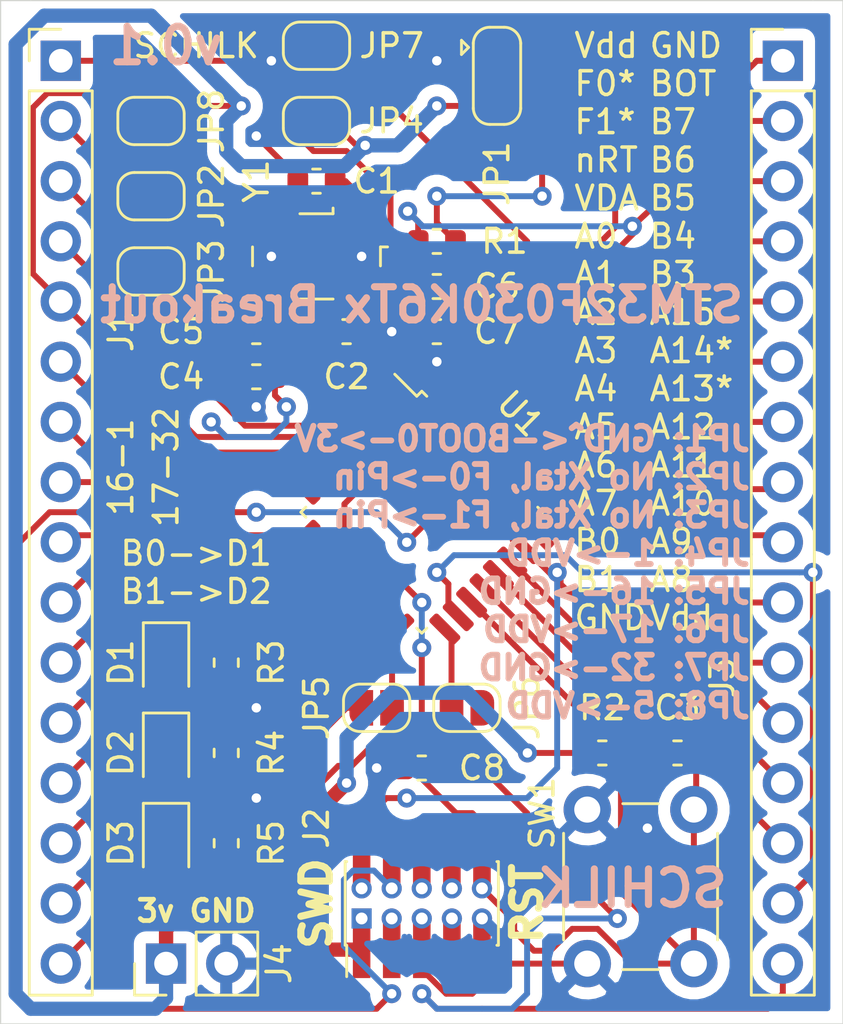
<source format=kicad_pcb>
(kicad_pcb (version 20171130) (host pcbnew "(5.1.5)-3")

  (general
    (thickness 1.6)
    (drawings 21)
    (tracks 393)
    (zones 0)
    (modules 31)
    (nets 44)
  )

  (page A4)
  (title_block
    (title "STM32F030K6Tx Breakout")
    (date 2020-06-06)
    (rev v0.1)
    (company "Philipp Schilk")
    (comment 4 https://github.com/TheSchilk/STM32F030K6Tx_Breakout)
  )

  (layers
    (0 F.Cu signal)
    (31 B.Cu signal)
    (32 B.Adhes user)
    (33 F.Adhes user)
    (34 B.Paste user)
    (35 F.Paste user)
    (36 B.SilkS user)
    (37 F.SilkS user)
    (38 B.Mask user)
    (39 F.Mask user)
    (40 Dwgs.User user)
    (41 Cmts.User user)
    (42 Eco1.User user)
    (43 Eco2.User user)
    (44 Edge.Cuts user)
    (45 Margin user)
    (46 B.CrtYd user)
    (47 F.CrtYd user)
    (48 B.Fab user hide)
    (49 F.Fab user hide)
  )

  (setup
    (last_trace_width 0.25)
    (user_trace_width 0.6)
    (trace_clearance 0.2)
    (zone_clearance 0.508)
    (zone_45_only no)
    (trace_min 0.2)
    (via_size 0.8)
    (via_drill 0.4)
    (via_min_size 0.4)
    (via_min_drill 0.3)
    (uvia_size 0.3)
    (uvia_drill 0.1)
    (uvias_allowed no)
    (uvia_min_size 0.2)
    (uvia_min_drill 0.1)
    (edge_width 0.05)
    (segment_width 0.2)
    (pcb_text_width 0.3)
    (pcb_text_size 1.5 1.5)
    (mod_edge_width 0.12)
    (mod_text_size 1 1)
    (mod_text_width 0.15)
    (pad_size 1.524 1.524)
    (pad_drill 0.762)
    (pad_to_mask_clearance 0.051)
    (solder_mask_min_width 0.25)
    (aux_axis_origin 0 0)
    (visible_elements 7FFFFFFF)
    (pcbplotparams
      (layerselection 0x010fc_ffffffff)
      (usegerberextensions false)
      (usegerberattributes false)
      (usegerberadvancedattributes false)
      (creategerberjobfile false)
      (excludeedgelayer true)
      (linewidth 0.100000)
      (plotframeref false)
      (viasonmask false)
      (mode 1)
      (useauxorigin false)
      (hpglpennumber 1)
      (hpglpenspeed 20)
      (hpglpendiameter 15.000000)
      (psnegative false)
      (psa4output false)
      (plotreference true)
      (plotvalue true)
      (plotinvisibletext false)
      (padsonsilk false)
      (subtractmaskfromsilk false)
      (outputformat 1)
      (mirror false)
      (drillshape 0)
      (scaleselection 1)
      (outputdirectory "Gerber/"))
  )

  (net 0 "")
  (net 1 GND)
  (net 2 /XC0)
  (net 3 /XC1)
  (net 4 /4)
  (net 5 /5)
  (net 6 /1)
  (net 7 /17)
  (net 8 /14)
  (net 9 "Net-(D1-Pad1)")
  (net 10 /15)
  (net 11 "Net-(D2-Pad1)")
  (net 12 "Net-(J2-Pad8)")
  (net 13 "Net-(J2-Pad7)")
  (net 14 "Net-(J2-Pad6)")
  (net 15 /24)
  (net 16 /23)
  (net 17 +3V3)
  (net 18 "Net-(JP1-Pad2)")
  (net 19 /2)
  (net 20 /3)
  (net 21 /16)
  (net 22 /32)
  (net 23 /31)
  (net 24 /30)
  (net 25 /29)
  (net 26 /28)
  (net 27 /27)
  (net 28 /26)
  (net 29 /25)
  (net 30 /22)
  (net 31 /21)
  (net 32 /20)
  (net 33 /19)
  (net 34 /18)
  (net 35 /13)
  (net 36 /12)
  (net 37 /11)
  (net 38 /10)
  (net 39 /9)
  (net 40 /8)
  (net 41 /7)
  (net 42 /6)
  (net 43 "Net-(D3-Pad1)")

  (net_class Default "This is the default net class."
    (clearance 0.2)
    (trace_width 0.25)
    (via_dia 0.8)
    (via_drill 0.4)
    (uvia_dia 0.3)
    (uvia_drill 0.1)
    (add_net +3V3)
    (add_net /1)
    (add_net /10)
    (add_net /11)
    (add_net /12)
    (add_net /13)
    (add_net /14)
    (add_net /15)
    (add_net /16)
    (add_net /17)
    (add_net /18)
    (add_net /19)
    (add_net /2)
    (add_net /20)
    (add_net /21)
    (add_net /22)
    (add_net /23)
    (add_net /24)
    (add_net /25)
    (add_net /26)
    (add_net /27)
    (add_net /28)
    (add_net /29)
    (add_net /3)
    (add_net /30)
    (add_net /31)
    (add_net /32)
    (add_net /4)
    (add_net /5)
    (add_net /6)
    (add_net /7)
    (add_net /8)
    (add_net /9)
    (add_net /XC0)
    (add_net /XC1)
    (add_net GND)
    (add_net "Net-(D1-Pad1)")
    (add_net "Net-(D2-Pad1)")
    (add_net "Net-(D3-Pad1)")
    (add_net "Net-(J2-Pad6)")
    (add_net "Net-(J2-Pad7)")
    (add_net "Net-(J2-Pad8)")
    (add_net "Net-(JP1-Pad2)")
  )

  (module Connector_PinHeader_2.54mm:PinHeader_1x16_P2.54mm_Vertical (layer F.Cu) (tedit 59FED5CC) (tstamp 5EDB4020)
    (at 124.46 38.1)
    (descr "Through hole straight pin header, 1x16, 2.54mm pitch, single row")
    (tags "Through hole pin header THT 1x16 2.54mm single row")
    (path /5F2DF08E)
    (fp_text reference J3 (at -2.54 26.035 90) (layer F.SilkS)
      (effects (font (size 1 1) (thickness 0.15)))
    )
    (fp_text value BREAKOUT_R (at 0 40.43) (layer F.Fab)
      (effects (font (size 1 1) (thickness 0.15)))
    )
    (fp_text user %R (at 0 19.05 90) (layer F.Fab)
      (effects (font (size 1 1) (thickness 0.15)))
    )
    (fp_line (start 1.8 -1.8) (end -1.8 -1.8) (layer F.CrtYd) (width 0.05))
    (fp_line (start 1.8 39.9) (end 1.8 -1.8) (layer F.CrtYd) (width 0.05))
    (fp_line (start -1.8 39.9) (end 1.8 39.9) (layer F.CrtYd) (width 0.05))
    (fp_line (start -1.8 -1.8) (end -1.8 39.9) (layer F.CrtYd) (width 0.05))
    (fp_line (start -1.33 -1.33) (end 0 -1.33) (layer F.SilkS) (width 0.12))
    (fp_line (start -1.33 0) (end -1.33 -1.33) (layer F.SilkS) (width 0.12))
    (fp_line (start -1.33 1.27) (end 1.33 1.27) (layer F.SilkS) (width 0.12))
    (fp_line (start 1.33 1.27) (end 1.33 39.43) (layer F.SilkS) (width 0.12))
    (fp_line (start -1.33 1.27) (end -1.33 39.43) (layer F.SilkS) (width 0.12))
    (fp_line (start -1.33 39.43) (end 1.33 39.43) (layer F.SilkS) (width 0.12))
    (fp_line (start -1.27 -0.635) (end -0.635 -1.27) (layer F.Fab) (width 0.1))
    (fp_line (start -1.27 39.37) (end -1.27 -0.635) (layer F.Fab) (width 0.1))
    (fp_line (start 1.27 39.37) (end -1.27 39.37) (layer F.Fab) (width 0.1))
    (fp_line (start 1.27 -1.27) (end 1.27 39.37) (layer F.Fab) (width 0.1))
    (fp_line (start -0.635 -1.27) (end 1.27 -1.27) (layer F.Fab) (width 0.1))
    (pad 16 thru_hole oval (at 0 38.1) (size 1.7 1.7) (drill 1) (layers *.Cu *.Mask)
      (net 7 /17))
    (pad 15 thru_hole oval (at 0 35.56) (size 1.7 1.7) (drill 1) (layers *.Cu *.Mask)
      (net 34 /18))
    (pad 14 thru_hole oval (at 0 33.02) (size 1.7 1.7) (drill 1) (layers *.Cu *.Mask)
      (net 33 /19))
    (pad 13 thru_hole oval (at 0 30.48) (size 1.7 1.7) (drill 1) (layers *.Cu *.Mask)
      (net 32 /20))
    (pad 12 thru_hole oval (at 0 27.94) (size 1.7 1.7) (drill 1) (layers *.Cu *.Mask)
      (net 31 /21))
    (pad 11 thru_hole oval (at 0 25.4) (size 1.7 1.7) (drill 1) (layers *.Cu *.Mask)
      (net 30 /22))
    (pad 10 thru_hole oval (at 0 22.86) (size 1.7 1.7) (drill 1) (layers *.Cu *.Mask)
      (net 16 /23))
    (pad 9 thru_hole oval (at 0 20.32) (size 1.7 1.7) (drill 1) (layers *.Cu *.Mask)
      (net 15 /24))
    (pad 8 thru_hole oval (at 0 17.78) (size 1.7 1.7) (drill 1) (layers *.Cu *.Mask)
      (net 29 /25))
    (pad 7 thru_hole oval (at 0 15.24) (size 1.7 1.7) (drill 1) (layers *.Cu *.Mask)
      (net 28 /26))
    (pad 6 thru_hole oval (at 0 12.7) (size 1.7 1.7) (drill 1) (layers *.Cu *.Mask)
      (net 27 /27))
    (pad 5 thru_hole oval (at 0 10.16) (size 1.7 1.7) (drill 1) (layers *.Cu *.Mask)
      (net 26 /28))
    (pad 4 thru_hole oval (at 0 7.62) (size 1.7 1.7) (drill 1) (layers *.Cu *.Mask)
      (net 25 /29))
    (pad 3 thru_hole oval (at 0 5.08) (size 1.7 1.7) (drill 1) (layers *.Cu *.Mask)
      (net 24 /30))
    (pad 2 thru_hole oval (at 0 2.54) (size 1.7 1.7) (drill 1) (layers *.Cu *.Mask)
      (net 23 /31))
    (pad 1 thru_hole rect (at 0 0) (size 1.7 1.7) (drill 1) (layers *.Cu *.Mask)
      (net 22 /32))
    (model ${KISYS3DMOD}/Connector_PinHeader_2.54mm.3dshapes/PinHeader_1x16_P2.54mm_Vertical.wrl
      (at (xyz 0 0 0))
      (scale (xyz 1 1 1))
      (rotate (xyz 0 0 0))
    )
  )

  (module Connector_PinHeader_2.54mm:PinHeader_1x16_P2.54mm_Vertical (layer F.Cu) (tedit 59FED5CC) (tstamp 5EDB3F70)
    (at 93.98 38.1)
    (descr "Through hole straight pin header, 1x16, 2.54mm pitch, single row")
    (tags "Through hole pin header THT 1x16 2.54mm single row")
    (path /5F2341EC)
    (fp_text reference J1 (at 2.54 11.43 90) (layer F.SilkS)
      (effects (font (size 1 1) (thickness 0.15)))
    )
    (fp_text value BREAKOUT_L (at 0 40.43) (layer F.Fab)
      (effects (font (size 1 1) (thickness 0.15)))
    )
    (fp_text user %R (at 0 19.05 90) (layer F.Fab)
      (effects (font (size 1 1) (thickness 0.15)))
    )
    (fp_line (start 1.8 -1.8) (end -1.8 -1.8) (layer F.CrtYd) (width 0.05))
    (fp_line (start 1.8 39.9) (end 1.8 -1.8) (layer F.CrtYd) (width 0.05))
    (fp_line (start -1.8 39.9) (end 1.8 39.9) (layer F.CrtYd) (width 0.05))
    (fp_line (start -1.8 -1.8) (end -1.8 39.9) (layer F.CrtYd) (width 0.05))
    (fp_line (start -1.33 -1.33) (end 0 -1.33) (layer F.SilkS) (width 0.12))
    (fp_line (start -1.33 0) (end -1.33 -1.33) (layer F.SilkS) (width 0.12))
    (fp_line (start -1.33 1.27) (end 1.33 1.27) (layer F.SilkS) (width 0.12))
    (fp_line (start 1.33 1.27) (end 1.33 39.43) (layer F.SilkS) (width 0.12))
    (fp_line (start -1.33 1.27) (end -1.33 39.43) (layer F.SilkS) (width 0.12))
    (fp_line (start -1.33 39.43) (end 1.33 39.43) (layer F.SilkS) (width 0.12))
    (fp_line (start -1.27 -0.635) (end -0.635 -1.27) (layer F.Fab) (width 0.1))
    (fp_line (start -1.27 39.37) (end -1.27 -0.635) (layer F.Fab) (width 0.1))
    (fp_line (start 1.27 39.37) (end -1.27 39.37) (layer F.Fab) (width 0.1))
    (fp_line (start 1.27 -1.27) (end 1.27 39.37) (layer F.Fab) (width 0.1))
    (fp_line (start -0.635 -1.27) (end 1.27 -1.27) (layer F.Fab) (width 0.1))
    (pad 16 thru_hole oval (at 0 38.1) (size 1.7 1.7) (drill 1) (layers *.Cu *.Mask)
      (net 21 /16))
    (pad 15 thru_hole oval (at 0 35.56) (size 1.7 1.7) (drill 1) (layers *.Cu *.Mask)
      (net 10 /15))
    (pad 14 thru_hole oval (at 0 33.02) (size 1.7 1.7) (drill 1) (layers *.Cu *.Mask)
      (net 8 /14))
    (pad 13 thru_hole oval (at 0 30.48) (size 1.7 1.7) (drill 1) (layers *.Cu *.Mask)
      (net 35 /13))
    (pad 12 thru_hole oval (at 0 27.94) (size 1.7 1.7) (drill 1) (layers *.Cu *.Mask)
      (net 36 /12))
    (pad 11 thru_hole oval (at 0 25.4) (size 1.7 1.7) (drill 1) (layers *.Cu *.Mask)
      (net 37 /11))
    (pad 10 thru_hole oval (at 0 22.86) (size 1.7 1.7) (drill 1) (layers *.Cu *.Mask)
      (net 38 /10))
    (pad 9 thru_hole oval (at 0 20.32) (size 1.7 1.7) (drill 1) (layers *.Cu *.Mask)
      (net 39 /9))
    (pad 8 thru_hole oval (at 0 17.78) (size 1.7 1.7) (drill 1) (layers *.Cu *.Mask)
      (net 40 /8))
    (pad 7 thru_hole oval (at 0 15.24) (size 1.7 1.7) (drill 1) (layers *.Cu *.Mask)
      (net 41 /7))
    (pad 6 thru_hole oval (at 0 12.7) (size 1.7 1.7) (drill 1) (layers *.Cu *.Mask)
      (net 42 /6))
    (pad 5 thru_hole oval (at 0 10.16) (size 1.7 1.7) (drill 1) (layers *.Cu *.Mask)
      (net 5 /5))
    (pad 4 thru_hole oval (at 0 7.62) (size 1.7 1.7) (drill 1) (layers *.Cu *.Mask)
      (net 4 /4))
    (pad 3 thru_hole oval (at 0 5.08) (size 1.7 1.7) (drill 1) (layers *.Cu *.Mask)
      (net 20 /3))
    (pad 2 thru_hole oval (at 0 2.54) (size 1.7 1.7) (drill 1) (layers *.Cu *.Mask)
      (net 19 /2))
    (pad 1 thru_hole rect (at 0 0) (size 1.7 1.7) (drill 1) (layers *.Cu *.Mask)
      (net 6 /1))
    (model ${KISYS3DMOD}/Connector_PinHeader_2.54mm.3dshapes/PinHeader_1x16_P2.54mm_Vertical.wrl
      (at (xyz 0 0 0))
      (scale (xyz 1 1 1))
      (rotate (xyz 0 0 0))
    )
  )

  (module Diode_SMD:D_0805_2012Metric (layer F.Cu) (tedit 5B36C52B) (tstamp 5EDAE11A)
    (at 98.425 67.31 270)
    (descr "Diode SMD 0805 (2012 Metric), square (rectangular) end terminal, IPC_7351 nominal, (Body size source: https://docs.google.com/spreadsheets/d/1BsfQQcO9C6DZCsRaXUlFlo91Tg2WpOkGARC1WS5S8t0/edit?usp=sharing), generated with kicad-footprint-generator")
    (tags diode)
    (path /5EEEA92A)
    (attr smd)
    (fp_text reference D2 (at 0 1.905 90) (layer F.SilkS)
      (effects (font (size 1 1) (thickness 0.15)))
    )
    (fp_text value LED2 (at 0 1.65 90) (layer F.Fab)
      (effects (font (size 1 1) (thickness 0.15)))
    )
    (fp_text user %R (at 0 0 90) (layer F.Fab)
      (effects (font (size 0.5 0.5) (thickness 0.08)))
    )
    (fp_line (start 1.68 0.95) (end -1.68 0.95) (layer F.CrtYd) (width 0.05))
    (fp_line (start 1.68 -0.95) (end 1.68 0.95) (layer F.CrtYd) (width 0.05))
    (fp_line (start -1.68 -0.95) (end 1.68 -0.95) (layer F.CrtYd) (width 0.05))
    (fp_line (start -1.68 0.95) (end -1.68 -0.95) (layer F.CrtYd) (width 0.05))
    (fp_line (start -1.685 0.96) (end 1 0.96) (layer F.SilkS) (width 0.12))
    (fp_line (start -1.685 -0.96) (end -1.685 0.96) (layer F.SilkS) (width 0.12))
    (fp_line (start 1 -0.96) (end -1.685 -0.96) (layer F.SilkS) (width 0.12))
    (fp_line (start 1 0.6) (end 1 -0.6) (layer F.Fab) (width 0.1))
    (fp_line (start -1 0.6) (end 1 0.6) (layer F.Fab) (width 0.1))
    (fp_line (start -1 -0.3) (end -1 0.6) (layer F.Fab) (width 0.1))
    (fp_line (start -0.7 -0.6) (end -1 -0.3) (layer F.Fab) (width 0.1))
    (fp_line (start 1 -0.6) (end -0.7 -0.6) (layer F.Fab) (width 0.1))
    (pad 2 smd roundrect (at 0.9375 0 270) (size 0.975 1.4) (layers F.Cu F.Paste F.Mask) (roundrect_rratio 0.25)
      (net 10 /15))
    (pad 1 smd roundrect (at -0.9375 0 270) (size 0.975 1.4) (layers F.Cu F.Paste F.Mask) (roundrect_rratio 0.25)
      (net 11 "Net-(D2-Pad1)"))
    (model ${KISYS3DMOD}/Diode_SMD.3dshapes/D_0805_2012Metric.wrl
      (at (xyz 0 0 0))
      (scale (xyz 1 1 1))
      (rotate (xyz 0 0 0))
    )
  )

  (module Jumper:SolderJumper-2_P1.3mm_Open_RoundedPad1.0x1.5mm (layer F.Cu) (tedit 5B391E66) (tstamp 5EDB6F4C)
    (at 97.79 40.64)
    (descr "SMD Solder Jumper, 1x1.5mm, rounded Pads, 0.3mm gap, open")
    (tags "solder jumper open")
    (path /5EE43EA4)
    (attr virtual)
    (fp_text reference JP8 (at 2.555 0 270) (layer F.SilkS)
      (effects (font (size 1 1) (thickness 0.15)))
    )
    (fp_text value PWR_1 (at 0 1.9) (layer F.Fab)
      (effects (font (size 1 1) (thickness 0.15)))
    )
    (fp_line (start 1.65 1.25) (end -1.65 1.25) (layer F.CrtYd) (width 0.05))
    (fp_line (start 1.65 1.25) (end 1.65 -1.25) (layer F.CrtYd) (width 0.05))
    (fp_line (start -1.65 -1.25) (end -1.65 1.25) (layer F.CrtYd) (width 0.05))
    (fp_line (start -1.65 -1.25) (end 1.65 -1.25) (layer F.CrtYd) (width 0.05))
    (fp_line (start -0.7 -1) (end 0.7 -1) (layer F.SilkS) (width 0.12))
    (fp_line (start 1.4 -0.3) (end 1.4 0.3) (layer F.SilkS) (width 0.12))
    (fp_line (start 0.7 1) (end -0.7 1) (layer F.SilkS) (width 0.12))
    (fp_line (start -1.4 0.3) (end -1.4 -0.3) (layer F.SilkS) (width 0.12))
    (fp_arc (start -0.7 -0.3) (end -0.7 -1) (angle -90) (layer F.SilkS) (width 0.12))
    (fp_arc (start -0.7 0.3) (end -1.4 0.3) (angle -90) (layer F.SilkS) (width 0.12))
    (fp_arc (start 0.7 0.3) (end 0.7 1) (angle -90) (layer F.SilkS) (width 0.12))
    (fp_arc (start 0.7 -0.3) (end 1.4 -0.3) (angle -90) (layer F.SilkS) (width 0.12))
    (pad 2 smd custom (at 0.65 0) (size 1 0.5) (layers F.Cu F.Mask)
      (net 17 +3V3) (zone_connect 2)
      (options (clearance outline) (anchor rect))
      (primitives
        (gr_circle (center 0 0.25) (end 0.5 0.25) (width 0))
        (gr_circle (center 0 -0.25) (end 0.5 -0.25) (width 0))
        (gr_poly (pts
           (xy 0 -0.75) (xy -0.5 -0.75) (xy -0.5 0.75) (xy 0 0.75)) (width 0))
      ))
    (pad 1 smd custom (at -0.65 0) (size 1 0.5) (layers F.Cu F.Mask)
      (net 5 /5) (zone_connect 2)
      (options (clearance outline) (anchor rect))
      (primitives
        (gr_circle (center 0 0.25) (end 0.5 0.25) (width 0))
        (gr_circle (center 0 -0.25) (end 0.5 -0.25) (width 0))
        (gr_poly (pts
           (xy 0 -0.75) (xy 0.5 -0.75) (xy 0.5 0.75) (xy 0 0.75)) (width 0))
      ))
  )

  (module Diode_SMD:D_0805_2012Metric (layer F.Cu) (tedit 5B36C52B) (tstamp 5EDB48CD)
    (at 98.425 71.12 270)
    (descr "Diode SMD 0805 (2012 Metric), square (rectangular) end terminal, IPC_7351 nominal, (Body size source: https://docs.google.com/spreadsheets/d/1BsfQQcO9C6DZCsRaXUlFlo91Tg2WpOkGARC1WS5S8t0/edit?usp=sharing), generated with kicad-footprint-generator")
    (tags diode)
    (path /5F1FB61D)
    (attr smd)
    (fp_text reference D3 (at 0 1.905 90) (layer F.SilkS)
      (effects (font (size 1 1) (thickness 0.15)))
    )
    (fp_text value LED1 (at 0 1.65 90) (layer F.Fab)
      (effects (font (size 1 1) (thickness 0.15)))
    )
    (fp_text user %R (at 0 0 90) (layer F.Fab)
      (effects (font (size 0.5 0.5) (thickness 0.08)))
    )
    (fp_line (start 1.68 0.95) (end -1.68 0.95) (layer F.CrtYd) (width 0.05))
    (fp_line (start 1.68 -0.95) (end 1.68 0.95) (layer F.CrtYd) (width 0.05))
    (fp_line (start -1.68 -0.95) (end 1.68 -0.95) (layer F.CrtYd) (width 0.05))
    (fp_line (start -1.68 0.95) (end -1.68 -0.95) (layer F.CrtYd) (width 0.05))
    (fp_line (start -1.685 0.96) (end 1 0.96) (layer F.SilkS) (width 0.12))
    (fp_line (start -1.685 -0.96) (end -1.685 0.96) (layer F.SilkS) (width 0.12))
    (fp_line (start 1 -0.96) (end -1.685 -0.96) (layer F.SilkS) (width 0.12))
    (fp_line (start 1 0.6) (end 1 -0.6) (layer F.Fab) (width 0.1))
    (fp_line (start -1 0.6) (end 1 0.6) (layer F.Fab) (width 0.1))
    (fp_line (start -1 -0.3) (end -1 0.6) (layer F.Fab) (width 0.1))
    (fp_line (start -0.7 -0.6) (end -1 -0.3) (layer F.Fab) (width 0.1))
    (fp_line (start 1 -0.6) (end -0.7 -0.6) (layer F.Fab) (width 0.1))
    (pad 2 smd roundrect (at 0.9375 0 270) (size 0.975 1.4) (layers F.Cu F.Paste F.Mask) (roundrect_rratio 0.25)
      (net 17 +3V3))
    (pad 1 smd roundrect (at -0.9375 0 270) (size 0.975 1.4) (layers F.Cu F.Paste F.Mask) (roundrect_rratio 0.25)
      (net 43 "Net-(D3-Pad1)"))
    (model ${KISYS3DMOD}/Diode_SMD.3dshapes/D_0805_2012Metric.wrl
      (at (xyz 0 0 0))
      (scale (xyz 1 1 1))
      (rotate (xyz 0 0 0))
    )
  )

  (module Diode_SMD:D_0805_2012Metric (layer F.Cu) (tedit 5B36C52B) (tstamp 5EDAE106)
    (at 98.425 63.5 270)
    (descr "Diode SMD 0805 (2012 Metric), square (rectangular) end terminal, IPC_7351 nominal, (Body size source: https://docs.google.com/spreadsheets/d/1BsfQQcO9C6DZCsRaXUlFlo91Tg2WpOkGARC1WS5S8t0/edit?usp=sharing), generated with kicad-footprint-generator")
    (tags diode)
    (path /5EEEB2F3)
    (attr smd)
    (fp_text reference D1 (at 0 1.905 90) (layer F.SilkS)
      (effects (font (size 1 1) (thickness 0.15)))
    )
    (fp_text value LED1 (at 0 1.65 90) (layer F.Fab)
      (effects (font (size 1 1) (thickness 0.15)))
    )
    (fp_text user %R (at 0 0 90) (layer F.Fab)
      (effects (font (size 0.5 0.5) (thickness 0.08)))
    )
    (fp_line (start 1.68 0.95) (end -1.68 0.95) (layer F.CrtYd) (width 0.05))
    (fp_line (start 1.68 -0.95) (end 1.68 0.95) (layer F.CrtYd) (width 0.05))
    (fp_line (start -1.68 -0.95) (end 1.68 -0.95) (layer F.CrtYd) (width 0.05))
    (fp_line (start -1.68 0.95) (end -1.68 -0.95) (layer F.CrtYd) (width 0.05))
    (fp_line (start -1.685 0.96) (end 1 0.96) (layer F.SilkS) (width 0.12))
    (fp_line (start -1.685 -0.96) (end -1.685 0.96) (layer F.SilkS) (width 0.12))
    (fp_line (start 1 -0.96) (end -1.685 -0.96) (layer F.SilkS) (width 0.12))
    (fp_line (start 1 0.6) (end 1 -0.6) (layer F.Fab) (width 0.1))
    (fp_line (start -1 0.6) (end 1 0.6) (layer F.Fab) (width 0.1))
    (fp_line (start -1 -0.3) (end -1 0.6) (layer F.Fab) (width 0.1))
    (fp_line (start -0.7 -0.6) (end -1 -0.3) (layer F.Fab) (width 0.1))
    (fp_line (start 1 -0.6) (end -0.7 -0.6) (layer F.Fab) (width 0.1))
    (pad 2 smd roundrect (at 0.9375 0 270) (size 0.975 1.4) (layers F.Cu F.Paste F.Mask) (roundrect_rratio 0.25)
      (net 8 /14))
    (pad 1 smd roundrect (at -0.9375 0 270) (size 0.975 1.4) (layers F.Cu F.Paste F.Mask) (roundrect_rratio 0.25)
      (net 9 "Net-(D1-Pad1)"))
    (model ${KISYS3DMOD}/Diode_SMD.3dshapes/D_0805_2012Metric.wrl
      (at (xyz 0 0 0))
      (scale (xyz 1 1 1))
      (rotate (xyz 0 0 0))
    )
  )

  (module Resistor_SMD:R_0603_1608Metric (layer F.Cu) (tedit 5B301BBD) (tstamp 5EDB2361)
    (at 100.965 71.12 270)
    (descr "Resistor SMD 0603 (1608 Metric), square (rectangular) end terminal, IPC_7351 nominal, (Body size source: http://www.tortai-tech.com/upload/download/2011102023233369053.pdf), generated with kicad-footprint-generator")
    (tags resistor)
    (path /5F1FB623)
    (attr smd)
    (fp_text reference R5 (at 0 -1.905 90) (layer F.SilkS)
      (effects (font (size 1 1) (thickness 0.15)))
    )
    (fp_text value 1K (at 0 1.43 90) (layer F.Fab)
      (effects (font (size 1 1) (thickness 0.15)))
    )
    (fp_text user %R (at 0 0 90) (layer F.Fab)
      (effects (font (size 0.4 0.4) (thickness 0.06)))
    )
    (fp_line (start 1.48 0.73) (end -1.48 0.73) (layer F.CrtYd) (width 0.05))
    (fp_line (start 1.48 -0.73) (end 1.48 0.73) (layer F.CrtYd) (width 0.05))
    (fp_line (start -1.48 -0.73) (end 1.48 -0.73) (layer F.CrtYd) (width 0.05))
    (fp_line (start -1.48 0.73) (end -1.48 -0.73) (layer F.CrtYd) (width 0.05))
    (fp_line (start -0.162779 0.51) (end 0.162779 0.51) (layer F.SilkS) (width 0.12))
    (fp_line (start -0.162779 -0.51) (end 0.162779 -0.51) (layer F.SilkS) (width 0.12))
    (fp_line (start 0.8 0.4) (end -0.8 0.4) (layer F.Fab) (width 0.1))
    (fp_line (start 0.8 -0.4) (end 0.8 0.4) (layer F.Fab) (width 0.1))
    (fp_line (start -0.8 -0.4) (end 0.8 -0.4) (layer F.Fab) (width 0.1))
    (fp_line (start -0.8 0.4) (end -0.8 -0.4) (layer F.Fab) (width 0.1))
    (pad 2 smd roundrect (at 0.7875 0 270) (size 0.875 0.95) (layers F.Cu F.Paste F.Mask) (roundrect_rratio 0.25)
      (net 1 GND))
    (pad 1 smd roundrect (at -0.7875 0 270) (size 0.875 0.95) (layers F.Cu F.Paste F.Mask) (roundrect_rratio 0.25)
      (net 43 "Net-(D3-Pad1)"))
    (model ${KISYS3DMOD}/Resistor_SMD.3dshapes/R_0603_1608Metric.wrl
      (at (xyz 0 0 0))
      (scale (xyz 1 1 1))
      (rotate (xyz 0 0 0))
    )
  )

  (module Crystal:Crystal_SMD_EuroQuartz_MJ-4Pin_5.0x3.2mm (layer F.Cu) (tedit 5A0FD1B2) (tstamp 5EDB103C)
    (at 104.775 46.355 180)
    (descr "SMD Crystal EuroQuartz MJ series http://cdn-reichelt.de/documents/datenblatt/B400/MJ.pdf, 5.0x3.2mm^2 package")
    (tags "SMD SMT crystal")
    (path /5EEFA349)
    (attr smd)
    (fp_text reference Y1 (at 2.54 3.175 90) (layer F.SilkS)
      (effects (font (size 1 1) (thickness 0.15)))
    )
    (fp_text value Crystal (at 0 2.8) (layer F.Fab)
      (effects (font (size 1 1) (thickness 0.15)))
    )
    (fp_line (start 3.1 -2) (end -3.1 -2) (layer F.CrtYd) (width 0.05))
    (fp_line (start 3.1 2) (end 3.1 -2) (layer F.CrtYd) (width 0.05))
    (fp_line (start -3.1 2) (end 3.1 2) (layer F.CrtYd) (width 0.05))
    (fp_line (start -3.1 -2) (end -3.1 2) (layer F.CrtYd) (width 0.05))
    (fp_line (start -0.7 1.8) (end -0.7 2.04) (layer F.SilkS) (width 0.12))
    (fp_line (start 0.7 1.8) (end -0.7 1.8) (layer F.SilkS) (width 0.12))
    (fp_line (start -0.7 -1.8) (end 0.7 -1.8) (layer F.SilkS) (width 0.12))
    (fp_line (start 2.7 -0.4) (end 2.7 0.4) (layer F.SilkS) (width 0.12))
    (fp_line (start -2.7 0.4) (end -2.7 -0.4) (layer F.SilkS) (width 0.12))
    (fp_line (start -3 0.4) (end -2.7 0.4) (layer F.SilkS) (width 0.12))
    (fp_line (start -2.5 0.6) (end -1.5 1.6) (layer F.Fab) (width 0.1))
    (fp_line (start -2.5 -1.5) (end -2.4 -1.6) (layer F.Fab) (width 0.1))
    (fp_line (start -2.5 1.5) (end -2.5 -1.5) (layer F.Fab) (width 0.1))
    (fp_line (start -2.4 1.6) (end -2.5 1.5) (layer F.Fab) (width 0.1))
    (fp_line (start 2.4 1.6) (end -2.4 1.6) (layer F.Fab) (width 0.1))
    (fp_line (start 2.5 1.5) (end 2.4 1.6) (layer F.Fab) (width 0.1))
    (fp_line (start 2.5 -1.5) (end 2.5 1.5) (layer F.Fab) (width 0.1))
    (fp_line (start 2.4 -1.6) (end 2.5 -1.5) (layer F.Fab) (width 0.1))
    (fp_line (start -2.4 -1.6) (end 2.4 -1.6) (layer F.Fab) (width 0.1))
    (fp_text user %R (at 0 0) (layer F.Fab)
      (effects (font (size 1 1) (thickness 0.15)))
    )
    (pad 4 smd rect (at -1.85 -1.15 180) (size 1.9 1.1) (layers F.Cu F.Paste F.Mask)
      (net 1 GND))
    (pad 3 smd rect (at 1.85 -1.15 180) (size 1.9 1.1) (layers F.Cu F.Paste F.Mask)
      (net 3 /XC1))
    (pad 2 smd rect (at 1.85 1.15 180) (size 1.9 1.1) (layers F.Cu F.Paste F.Mask)
      (net 1 GND))
    (pad 1 smd rect (at -1.85 1.15 180) (size 1.9 1.1) (layers F.Cu F.Paste F.Mask)
      (net 2 /XC0))
    (model ${KISYS3DMOD}/Crystal.3dshapes/Crystal_SMD_EuroQuartz_MJ-4Pin_5.0x3.2mm.wrl
      (at (xyz 0 0 0))
      (scale (xyz 1 1 1))
      (rotate (xyz 0 0 0))
    )
  )

  (module Package_QFP:LQFP-32_7x7mm_P0.8mm (layer F.Cu) (tedit 5D9F72AF) (tstamp 5EDAF75B)
    (at 109.22 57.15 315)
    (descr "LQFP, 32 Pin (https://www.nxp.com/docs/en/package-information/SOT358-1.pdf), generated with kicad-footprint-generator ipc_gullwing_generator.py")
    (tags "LQFP QFP")
    (path /5EDA6E8D)
    (attr smd)
    (fp_text reference U1 (at 0 -5.88 135) (layer F.SilkS)
      (effects (font (size 1 1) (thickness 0.15)))
    )
    (fp_text value STM32F030K6Tx (at 0 5.88 135) (layer F.Fab)
      (effects (font (size 1 1) (thickness 0.15)))
    )
    (fp_text user %R (at 0 0 135) (layer F.Fab)
      (effects (font (size 1 1) (thickness 0.15)))
    )
    (fp_line (start 5.18 3.3) (end 5.18 0) (layer F.CrtYd) (width 0.05))
    (fp_line (start 3.75 3.3) (end 5.18 3.3) (layer F.CrtYd) (width 0.05))
    (fp_line (start 3.75 3.75) (end 3.75 3.3) (layer F.CrtYd) (width 0.05))
    (fp_line (start 3.3 3.75) (end 3.75 3.75) (layer F.CrtYd) (width 0.05))
    (fp_line (start 3.3 5.18) (end 3.3 3.75) (layer F.CrtYd) (width 0.05))
    (fp_line (start 0 5.18) (end 3.3 5.18) (layer F.CrtYd) (width 0.05))
    (fp_line (start -5.18 3.3) (end -5.18 0) (layer F.CrtYd) (width 0.05))
    (fp_line (start -3.75 3.3) (end -5.18 3.3) (layer F.CrtYd) (width 0.05))
    (fp_line (start -3.75 3.75) (end -3.75 3.3) (layer F.CrtYd) (width 0.05))
    (fp_line (start -3.3 3.75) (end -3.75 3.75) (layer F.CrtYd) (width 0.05))
    (fp_line (start -3.3 5.18) (end -3.3 3.75) (layer F.CrtYd) (width 0.05))
    (fp_line (start 0 5.18) (end -3.3 5.18) (layer F.CrtYd) (width 0.05))
    (fp_line (start 5.18 -3.3) (end 5.18 0) (layer F.CrtYd) (width 0.05))
    (fp_line (start 3.75 -3.3) (end 5.18 -3.3) (layer F.CrtYd) (width 0.05))
    (fp_line (start 3.75 -3.75) (end 3.75 -3.3) (layer F.CrtYd) (width 0.05))
    (fp_line (start 3.3 -3.75) (end 3.75 -3.75) (layer F.CrtYd) (width 0.05))
    (fp_line (start 3.3 -5.18) (end 3.3 -3.75) (layer F.CrtYd) (width 0.05))
    (fp_line (start 0 -5.18) (end 3.3 -5.18) (layer F.CrtYd) (width 0.05))
    (fp_line (start -5.18 -3.3) (end -5.18 0) (layer F.CrtYd) (width 0.05))
    (fp_line (start -3.75 -3.3) (end -5.18 -3.3) (layer F.CrtYd) (width 0.05))
    (fp_line (start -3.75 -3.75) (end -3.75 -3.3) (layer F.CrtYd) (width 0.05))
    (fp_line (start -3.3 -3.75) (end -3.75 -3.75) (layer F.CrtYd) (width 0.05))
    (fp_line (start -3.3 -5.18) (end -3.3 -3.75) (layer F.CrtYd) (width 0.05))
    (fp_line (start 0 -5.18) (end -3.3 -5.18) (layer F.CrtYd) (width 0.05))
    (fp_line (start -3.5 -2.5) (end -2.5 -3.5) (layer F.Fab) (width 0.1))
    (fp_line (start -3.5 3.5) (end -3.5 -2.5) (layer F.Fab) (width 0.1))
    (fp_line (start 3.5 3.5) (end -3.5 3.5) (layer F.Fab) (width 0.1))
    (fp_line (start 3.5 -3.5) (end 3.5 3.5) (layer F.Fab) (width 0.1))
    (fp_line (start -2.5 -3.5) (end 3.5 -3.5) (layer F.Fab) (width 0.1))
    (fp_line (start -3.61 -3.31) (end -4.925 -3.31) (layer F.SilkS) (width 0.12))
    (fp_line (start -3.61 -3.61) (end -3.61 -3.31) (layer F.SilkS) (width 0.12))
    (fp_line (start -3.31 -3.61) (end -3.61 -3.61) (layer F.SilkS) (width 0.12))
    (fp_line (start 3.61 -3.61) (end 3.61 -3.31) (layer F.SilkS) (width 0.12))
    (fp_line (start 3.31 -3.61) (end 3.61 -3.61) (layer F.SilkS) (width 0.12))
    (fp_line (start -3.61 3.61) (end -3.61 3.31) (layer F.SilkS) (width 0.12))
    (fp_line (start -3.31 3.61) (end -3.61 3.61) (layer F.SilkS) (width 0.12))
    (fp_line (start 3.61 3.61) (end 3.61 3.31) (layer F.SilkS) (width 0.12))
    (fp_line (start 3.31 3.61) (end 3.61 3.61) (layer F.SilkS) (width 0.12))
    (pad 32 smd roundrect (at -2.8 -4.175 315) (size 0.5 1.5) (layers F.Cu F.Paste F.Mask) (roundrect_rratio 0.25)
      (net 22 /32))
    (pad 31 smd roundrect (at -2 -4.175 315) (size 0.5 1.5) (layers F.Cu F.Paste F.Mask) (roundrect_rratio 0.25)
      (net 23 /31))
    (pad 30 smd roundrect (at -1.2 -4.175 315) (size 0.5 1.5) (layers F.Cu F.Paste F.Mask) (roundrect_rratio 0.25)
      (net 24 /30))
    (pad 29 smd roundrect (at -0.4 -4.175 315) (size 0.5 1.5) (layers F.Cu F.Paste F.Mask) (roundrect_rratio 0.25)
      (net 25 /29))
    (pad 28 smd roundrect (at 0.4 -4.175 315) (size 0.5 1.5) (layers F.Cu F.Paste F.Mask) (roundrect_rratio 0.25)
      (net 26 /28))
    (pad 27 smd roundrect (at 1.2 -4.175 315) (size 0.5 1.5) (layers F.Cu F.Paste F.Mask) (roundrect_rratio 0.25)
      (net 27 /27))
    (pad 26 smd roundrect (at 2 -4.175 315) (size 0.5 1.5) (layers F.Cu F.Paste F.Mask) (roundrect_rratio 0.25)
      (net 28 /26))
    (pad 25 smd roundrect (at 2.8 -4.175 315) (size 0.5 1.5) (layers F.Cu F.Paste F.Mask) (roundrect_rratio 0.25)
      (net 29 /25))
    (pad 24 smd roundrect (at 4.175 -2.8 315) (size 1.5 0.5) (layers F.Cu F.Paste F.Mask) (roundrect_rratio 0.25)
      (net 15 /24))
    (pad 23 smd roundrect (at 4.175 -2 315) (size 1.5 0.5) (layers F.Cu F.Paste F.Mask) (roundrect_rratio 0.25)
      (net 16 /23))
    (pad 22 smd roundrect (at 4.175 -1.2 315) (size 1.5 0.5) (layers F.Cu F.Paste F.Mask) (roundrect_rratio 0.25)
      (net 30 /22))
    (pad 21 smd roundrect (at 4.175 -0.4 315) (size 1.5 0.5) (layers F.Cu F.Paste F.Mask) (roundrect_rratio 0.25)
      (net 31 /21))
    (pad 20 smd roundrect (at 4.175 0.4 315) (size 1.5 0.5) (layers F.Cu F.Paste F.Mask) (roundrect_rratio 0.25)
      (net 32 /20))
    (pad 19 smd roundrect (at 4.175 1.2 315) (size 1.5 0.5) (layers F.Cu F.Paste F.Mask) (roundrect_rratio 0.25)
      (net 33 /19))
    (pad 18 smd roundrect (at 4.175 2 315) (size 1.5 0.5) (layers F.Cu F.Paste F.Mask) (roundrect_rratio 0.25)
      (net 34 /18))
    (pad 17 smd roundrect (at 4.175 2.8 315) (size 1.5 0.5) (layers F.Cu F.Paste F.Mask) (roundrect_rratio 0.25)
      (net 7 /17))
    (pad 16 smd roundrect (at 2.8 4.175 315) (size 0.5 1.5) (layers F.Cu F.Paste F.Mask) (roundrect_rratio 0.25)
      (net 21 /16))
    (pad 15 smd roundrect (at 2 4.175 315) (size 0.5 1.5) (layers F.Cu F.Paste F.Mask) (roundrect_rratio 0.25)
      (net 10 /15))
    (pad 14 smd roundrect (at 1.2 4.175 315) (size 0.5 1.5) (layers F.Cu F.Paste F.Mask) (roundrect_rratio 0.25)
      (net 8 /14))
    (pad 13 smd roundrect (at 0.4 4.175 315) (size 0.5 1.5) (layers F.Cu F.Paste F.Mask) (roundrect_rratio 0.25)
      (net 35 /13))
    (pad 12 smd roundrect (at -0.4 4.175 315) (size 0.5 1.5) (layers F.Cu F.Paste F.Mask) (roundrect_rratio 0.25)
      (net 36 /12))
    (pad 11 smd roundrect (at -1.2 4.175 315) (size 0.5 1.5) (layers F.Cu F.Paste F.Mask) (roundrect_rratio 0.25)
      (net 37 /11))
    (pad 10 smd roundrect (at -2 4.175 315) (size 0.5 1.5) (layers F.Cu F.Paste F.Mask) (roundrect_rratio 0.25)
      (net 38 /10))
    (pad 9 smd roundrect (at -2.8 4.175 315) (size 0.5 1.5) (layers F.Cu F.Paste F.Mask) (roundrect_rratio 0.25)
      (net 39 /9))
    (pad 8 smd roundrect (at -4.175 2.8 315) (size 1.5 0.5) (layers F.Cu F.Paste F.Mask) (roundrect_rratio 0.25)
      (net 40 /8))
    (pad 7 smd roundrect (at -4.175 2 315) (size 1.5 0.5) (layers F.Cu F.Paste F.Mask) (roundrect_rratio 0.25)
      (net 41 /7))
    (pad 6 smd roundrect (at -4.175 1.2 315) (size 1.5 0.5) (layers F.Cu F.Paste F.Mask) (roundrect_rratio 0.25)
      (net 42 /6))
    (pad 5 smd roundrect (at -4.175 0.4 315) (size 1.5 0.5) (layers F.Cu F.Paste F.Mask) (roundrect_rratio 0.25)
      (net 5 /5))
    (pad 4 smd roundrect (at -4.175 -0.4 315) (size 1.5 0.5) (layers F.Cu F.Paste F.Mask) (roundrect_rratio 0.25)
      (net 4 /4))
    (pad 3 smd roundrect (at -4.175 -1.2 315) (size 1.5 0.5) (layers F.Cu F.Paste F.Mask) (roundrect_rratio 0.25)
      (net 3 /XC1))
    (pad 2 smd roundrect (at -4.175 -2 315) (size 1.5 0.5) (layers F.Cu F.Paste F.Mask) (roundrect_rratio 0.25)
      (net 2 /XC0))
    (pad 1 smd roundrect (at -4.175 -2.8 315) (size 1.5 0.5) (layers F.Cu F.Paste F.Mask) (roundrect_rratio 0.25)
      (net 6 /1))
    (model ${KISYS3DMOD}/Package_QFP.3dshapes/LQFP-32_7x7mm_P0.8mm.wrl
      (at (xyz 0 0 0))
      (scale (xyz 1 1 1))
      (rotate (xyz 0 0 0))
    )
  )

  (module Button_Switch_THT:SW_PUSH_6mm (layer F.Cu) (tedit 5A02FE31) (tstamp 5EDBA93D)
    (at 116.205 76.2 90)
    (descr https://www.omron.com/ecb/products/pdf/en-b3f.pdf)
    (tags "tact sw push 6mm")
    (path /5EE6F847)
    (fp_text reference SW1 (at 6.35 -1.905 90) (layer F.SilkS)
      (effects (font (size 1 1) (thickness 0.15)))
    )
    (fp_text value RST (at 3.75 6.7 90) (layer F.Fab)
      (effects (font (size 1 1) (thickness 0.15)))
    )
    (fp_circle (center 3.25 2.25) (end 1.25 2.5) (layer F.Fab) (width 0.1))
    (fp_line (start 6.75 3) (end 6.75 1.5) (layer F.SilkS) (width 0.12))
    (fp_line (start 5.5 -1) (end 1 -1) (layer F.SilkS) (width 0.12))
    (fp_line (start -0.25 1.5) (end -0.25 3) (layer F.SilkS) (width 0.12))
    (fp_line (start 1 5.5) (end 5.5 5.5) (layer F.SilkS) (width 0.12))
    (fp_line (start 8 -1.25) (end 8 5.75) (layer F.CrtYd) (width 0.05))
    (fp_line (start 7.75 6) (end -1.25 6) (layer F.CrtYd) (width 0.05))
    (fp_line (start -1.5 5.75) (end -1.5 -1.25) (layer F.CrtYd) (width 0.05))
    (fp_line (start -1.25 -1.5) (end 7.75 -1.5) (layer F.CrtYd) (width 0.05))
    (fp_line (start -1.5 6) (end -1.25 6) (layer F.CrtYd) (width 0.05))
    (fp_line (start -1.5 5.75) (end -1.5 6) (layer F.CrtYd) (width 0.05))
    (fp_line (start -1.5 -1.5) (end -1.25 -1.5) (layer F.CrtYd) (width 0.05))
    (fp_line (start -1.5 -1.25) (end -1.5 -1.5) (layer F.CrtYd) (width 0.05))
    (fp_line (start 8 -1.5) (end 8 -1.25) (layer F.CrtYd) (width 0.05))
    (fp_line (start 7.75 -1.5) (end 8 -1.5) (layer F.CrtYd) (width 0.05))
    (fp_line (start 8 6) (end 8 5.75) (layer F.CrtYd) (width 0.05))
    (fp_line (start 7.75 6) (end 8 6) (layer F.CrtYd) (width 0.05))
    (fp_line (start 0.25 -0.75) (end 3.25 -0.75) (layer F.Fab) (width 0.1))
    (fp_line (start 0.25 5.25) (end 0.25 -0.75) (layer F.Fab) (width 0.1))
    (fp_line (start 6.25 5.25) (end 0.25 5.25) (layer F.Fab) (width 0.1))
    (fp_line (start 6.25 -0.75) (end 6.25 5.25) (layer F.Fab) (width 0.1))
    (fp_line (start 3.25 -0.75) (end 6.25 -0.75) (layer F.Fab) (width 0.1))
    (fp_text user %R (at 3.25 2.25 90) (layer F.Fab)
      (effects (font (size 1 1) (thickness 0.15)))
    )
    (pad 1 thru_hole circle (at 6.5 0 180) (size 2 2) (drill 1.1) (layers *.Cu *.Mask)
      (net 1 GND))
    (pad 2 thru_hole circle (at 6.5 4.5 180) (size 2 2) (drill 1.1) (layers *.Cu *.Mask)
      (net 4 /4))
    (pad 1 thru_hole circle (at 0 0 180) (size 2 2) (drill 1.1) (layers *.Cu *.Mask)
      (net 1 GND))
    (pad 2 thru_hole circle (at 0 4.5 180) (size 2 2) (drill 1.1) (layers *.Cu *.Mask)
      (net 4 /4))
    (model ${KISYS3DMOD}/Button_Switch_THT.3dshapes/SW_PUSH_6mm.wrl
      (at (xyz 0 0 0))
      (scale (xyz 1 1 1))
      (rotate (xyz 0 0 0))
    )
  )

  (module Resistor_SMD:R_0603_1608Metric (layer F.Cu) (tedit 5B301BBD) (tstamp 5EDAE29B)
    (at 100.965 67.31 270)
    (descr "Resistor SMD 0603 (1608 Metric), square (rectangular) end terminal, IPC_7351 nominal, (Body size source: http://www.tortai-tech.com/upload/download/2011102023233369053.pdf), generated with kicad-footprint-generator")
    (tags resistor)
    (path /5EEEBB9B)
    (attr smd)
    (fp_text reference R4 (at 0 -1.905 90) (layer F.SilkS)
      (effects (font (size 1 1) (thickness 0.15)))
    )
    (fp_text value 1K (at 0 1.43 90) (layer F.Fab)
      (effects (font (size 1 1) (thickness 0.15)))
    )
    (fp_text user %R (at 0 0 90) (layer F.Fab)
      (effects (font (size 0.4 0.4) (thickness 0.06)))
    )
    (fp_line (start 1.48 0.73) (end -1.48 0.73) (layer F.CrtYd) (width 0.05))
    (fp_line (start 1.48 -0.73) (end 1.48 0.73) (layer F.CrtYd) (width 0.05))
    (fp_line (start -1.48 -0.73) (end 1.48 -0.73) (layer F.CrtYd) (width 0.05))
    (fp_line (start -1.48 0.73) (end -1.48 -0.73) (layer F.CrtYd) (width 0.05))
    (fp_line (start -0.162779 0.51) (end 0.162779 0.51) (layer F.SilkS) (width 0.12))
    (fp_line (start -0.162779 -0.51) (end 0.162779 -0.51) (layer F.SilkS) (width 0.12))
    (fp_line (start 0.8 0.4) (end -0.8 0.4) (layer F.Fab) (width 0.1))
    (fp_line (start 0.8 -0.4) (end 0.8 0.4) (layer F.Fab) (width 0.1))
    (fp_line (start -0.8 -0.4) (end 0.8 -0.4) (layer F.Fab) (width 0.1))
    (fp_line (start -0.8 0.4) (end -0.8 -0.4) (layer F.Fab) (width 0.1))
    (pad 2 smd roundrect (at 0.7875 0 270) (size 0.875 0.95) (layers F.Cu F.Paste F.Mask) (roundrect_rratio 0.25)
      (net 1 GND))
    (pad 1 smd roundrect (at -0.7875 0 270) (size 0.875 0.95) (layers F.Cu F.Paste F.Mask) (roundrect_rratio 0.25)
      (net 11 "Net-(D2-Pad1)"))
    (model ${KISYS3DMOD}/Resistor_SMD.3dshapes/R_0603_1608Metric.wrl
      (at (xyz 0 0 0))
      (scale (xyz 1 1 1))
      (rotate (xyz 0 0 0))
    )
  )

  (module Resistor_SMD:R_0603_1608Metric (layer F.Cu) (tedit 5B301BBD) (tstamp 5EDAE28A)
    (at 100.965 63.5 270)
    (descr "Resistor SMD 0603 (1608 Metric), square (rectangular) end terminal, IPC_7351 nominal, (Body size source: http://www.tortai-tech.com/upload/download/2011102023233369053.pdf), generated with kicad-footprint-generator")
    (tags resistor)
    (path /5EEEC5D2)
    (attr smd)
    (fp_text reference R3 (at 0 -1.905 90) (layer F.SilkS)
      (effects (font (size 1 1) (thickness 0.15)))
    )
    (fp_text value 1K (at 0 1.43 90) (layer F.Fab)
      (effects (font (size 1 1) (thickness 0.15)))
    )
    (fp_text user %R (at 0 0 90) (layer F.Fab)
      (effects (font (size 0.4 0.4) (thickness 0.06)))
    )
    (fp_line (start 1.48 0.73) (end -1.48 0.73) (layer F.CrtYd) (width 0.05))
    (fp_line (start 1.48 -0.73) (end 1.48 0.73) (layer F.CrtYd) (width 0.05))
    (fp_line (start -1.48 -0.73) (end 1.48 -0.73) (layer F.CrtYd) (width 0.05))
    (fp_line (start -1.48 0.73) (end -1.48 -0.73) (layer F.CrtYd) (width 0.05))
    (fp_line (start -0.162779 0.51) (end 0.162779 0.51) (layer F.SilkS) (width 0.12))
    (fp_line (start -0.162779 -0.51) (end 0.162779 -0.51) (layer F.SilkS) (width 0.12))
    (fp_line (start 0.8 0.4) (end -0.8 0.4) (layer F.Fab) (width 0.1))
    (fp_line (start 0.8 -0.4) (end 0.8 0.4) (layer F.Fab) (width 0.1))
    (fp_line (start -0.8 -0.4) (end 0.8 -0.4) (layer F.Fab) (width 0.1))
    (fp_line (start -0.8 0.4) (end -0.8 -0.4) (layer F.Fab) (width 0.1))
    (pad 2 smd roundrect (at 0.7875 0 270) (size 0.875 0.95) (layers F.Cu F.Paste F.Mask) (roundrect_rratio 0.25)
      (net 1 GND))
    (pad 1 smd roundrect (at -0.7875 0 270) (size 0.875 0.95) (layers F.Cu F.Paste F.Mask) (roundrect_rratio 0.25)
      (net 9 "Net-(D1-Pad1)"))
    (model ${KISYS3DMOD}/Resistor_SMD.3dshapes/R_0603_1608Metric.wrl
      (at (xyz 0 0 0))
      (scale (xyz 1 1 1))
      (rotate (xyz 0 0 0))
    )
  )

  (module Resistor_SMD:R_0603_1608Metric (layer F.Cu) (tedit 5B301BBD) (tstamp 5EDBA8CF)
    (at 116.84 67.31)
    (descr "Resistor SMD 0603 (1608 Metric), square (rectangular) end terminal, IPC_7351 nominal, (Body size source: http://www.tortai-tech.com/upload/download/2011102023233369053.pdf), generated with kicad-footprint-generator")
    (tags resistor)
    (path /5EE659F1)
    (attr smd)
    (fp_text reference R2 (at 0 -1.905) (layer F.SilkS)
      (effects (font (size 1 1) (thickness 0.15)))
    )
    (fp_text value 10K (at 0 1.43) (layer F.Fab)
      (effects (font (size 1 1) (thickness 0.15)))
    )
    (fp_text user %R (at 0 0) (layer F.Fab)
      (effects (font (size 0.4 0.4) (thickness 0.06)))
    )
    (fp_line (start 1.48 0.73) (end -1.48 0.73) (layer F.CrtYd) (width 0.05))
    (fp_line (start 1.48 -0.73) (end 1.48 0.73) (layer F.CrtYd) (width 0.05))
    (fp_line (start -1.48 -0.73) (end 1.48 -0.73) (layer F.CrtYd) (width 0.05))
    (fp_line (start -1.48 0.73) (end -1.48 -0.73) (layer F.CrtYd) (width 0.05))
    (fp_line (start -0.162779 0.51) (end 0.162779 0.51) (layer F.SilkS) (width 0.12))
    (fp_line (start -0.162779 -0.51) (end 0.162779 -0.51) (layer F.SilkS) (width 0.12))
    (fp_line (start 0.8 0.4) (end -0.8 0.4) (layer F.Fab) (width 0.1))
    (fp_line (start 0.8 -0.4) (end 0.8 0.4) (layer F.Fab) (width 0.1))
    (fp_line (start -0.8 -0.4) (end 0.8 -0.4) (layer F.Fab) (width 0.1))
    (fp_line (start -0.8 0.4) (end -0.8 -0.4) (layer F.Fab) (width 0.1))
    (pad 2 smd roundrect (at 0.7875 0) (size 0.875 0.95) (layers F.Cu F.Paste F.Mask) (roundrect_rratio 0.25)
      (net 4 /4))
    (pad 1 smd roundrect (at -0.7875 0) (size 0.875 0.95) (layers F.Cu F.Paste F.Mask) (roundrect_rratio 0.25)
      (net 17 +3V3))
    (model ${KISYS3DMOD}/Resistor_SMD.3dshapes/R_0603_1608Metric.wrl
      (at (xyz 0 0 0))
      (scale (xyz 1 1 1))
      (rotate (xyz 0 0 0))
    )
  )

  (module Resistor_SMD:R_0603_1608Metric (layer F.Cu) (tedit 5B301BBD) (tstamp 5EDB182A)
    (at 109.855 45.72)
    (descr "Resistor SMD 0603 (1608 Metric), square (rectangular) end terminal, IPC_7351 nominal, (Body size source: http://www.tortai-tech.com/upload/download/2011102023233369053.pdf), generated with kicad-footprint-generator")
    (tags resistor)
    (path /5EE88A6F)
    (attr smd)
    (fp_text reference R1 (at 2.8575 0) (layer F.SilkS)
      (effects (font (size 1 1) (thickness 0.15)))
    )
    (fp_text value 10K (at 0 1.43) (layer F.Fab)
      (effects (font (size 1 1) (thickness 0.15)))
    )
    (fp_text user %R (at 0 0) (layer F.Fab)
      (effects (font (size 0.4 0.4) (thickness 0.06)))
    )
    (fp_line (start 1.48 0.73) (end -1.48 0.73) (layer F.CrtYd) (width 0.05))
    (fp_line (start 1.48 -0.73) (end 1.48 0.73) (layer F.CrtYd) (width 0.05))
    (fp_line (start -1.48 -0.73) (end 1.48 -0.73) (layer F.CrtYd) (width 0.05))
    (fp_line (start -1.48 0.73) (end -1.48 -0.73) (layer F.CrtYd) (width 0.05))
    (fp_line (start -0.162779 0.51) (end 0.162779 0.51) (layer F.SilkS) (width 0.12))
    (fp_line (start -0.162779 -0.51) (end 0.162779 -0.51) (layer F.SilkS) (width 0.12))
    (fp_line (start 0.8 0.4) (end -0.8 0.4) (layer F.Fab) (width 0.1))
    (fp_line (start 0.8 -0.4) (end 0.8 0.4) (layer F.Fab) (width 0.1))
    (fp_line (start -0.8 -0.4) (end 0.8 -0.4) (layer F.Fab) (width 0.1))
    (fp_line (start -0.8 0.4) (end -0.8 -0.4) (layer F.Fab) (width 0.1))
    (pad 2 smd roundrect (at 0.7875 0) (size 0.875 0.95) (layers F.Cu F.Paste F.Mask) (roundrect_rratio 0.25)
      (net 18 "Net-(JP1-Pad2)"))
    (pad 1 smd roundrect (at -0.7875 0) (size 0.875 0.95) (layers F.Cu F.Paste F.Mask) (roundrect_rratio 0.25)
      (net 23 /31))
    (model ${KISYS3DMOD}/Resistor_SMD.3dshapes/R_0603_1608Metric.wrl
      (at (xyz 0 0 0))
      (scale (xyz 1 1 1))
      (rotate (xyz 0 0 0))
    )
  )

  (module Jumper:SolderJumper-2_P1.3mm_Open_RoundedPad1.0x1.5mm (layer F.Cu) (tedit 5B391E66) (tstamp 5EDAE245)
    (at 104.775 37.465)
    (descr "SMD Solder Jumper, 1x1.5mm, rounded Pads, 0.3mm gap, open")
    (tags "solder jumper open")
    (path /5EE53E06)
    (attr virtual)
    (fp_text reference JP7 (at 3.175 0 180) (layer F.SilkS)
      (effects (font (size 1 1) (thickness 0.15)))
    )
    (fp_text value GND_2 (at 0 1.9) (layer F.Fab)
      (effects (font (size 1 1) (thickness 0.15)))
    )
    (fp_line (start 1.65 1.25) (end -1.65 1.25) (layer F.CrtYd) (width 0.05))
    (fp_line (start 1.65 1.25) (end 1.65 -1.25) (layer F.CrtYd) (width 0.05))
    (fp_line (start -1.65 -1.25) (end -1.65 1.25) (layer F.CrtYd) (width 0.05))
    (fp_line (start -1.65 -1.25) (end 1.65 -1.25) (layer F.CrtYd) (width 0.05))
    (fp_line (start -0.7 -1) (end 0.7 -1) (layer F.SilkS) (width 0.12))
    (fp_line (start 1.4 -0.3) (end 1.4 0.3) (layer F.SilkS) (width 0.12))
    (fp_line (start 0.7 1) (end -0.7 1) (layer F.SilkS) (width 0.12))
    (fp_line (start -1.4 0.3) (end -1.4 -0.3) (layer F.SilkS) (width 0.12))
    (fp_arc (start -0.7 -0.3) (end -0.7 -1) (angle -90) (layer F.SilkS) (width 0.12))
    (fp_arc (start -0.7 0.3) (end -1.4 0.3) (angle -90) (layer F.SilkS) (width 0.12))
    (fp_arc (start 0.7 0.3) (end 0.7 1) (angle -90) (layer F.SilkS) (width 0.12))
    (fp_arc (start 0.7 -0.3) (end 1.4 -0.3) (angle -90) (layer F.SilkS) (width 0.12))
    (pad 2 smd custom (at 0.65 0) (size 1 0.5) (layers F.Cu F.Mask)
      (net 22 /32) (zone_connect 2)
      (options (clearance outline) (anchor rect))
      (primitives
        (gr_circle (center 0 0.25) (end 0.5 0.25) (width 0))
        (gr_circle (center 0 -0.25) (end 0.5 -0.25) (width 0))
        (gr_poly (pts
           (xy 0 -0.75) (xy -0.5 -0.75) (xy -0.5 0.75) (xy 0 0.75)) (width 0))
      ))
    (pad 1 smd custom (at -0.65 0) (size 1 0.5) (layers F.Cu F.Mask)
      (net 1 GND) (zone_connect 2)
      (options (clearance outline) (anchor rect))
      (primitives
        (gr_circle (center 0 0.25) (end 0.5 0.25) (width 0))
        (gr_circle (center 0 -0.25) (end 0.5 -0.25) (width 0))
        (gr_poly (pts
           (xy 0 -0.75) (xy 0.5 -0.75) (xy 0.5 0.75) (xy 0 0.75)) (width 0))
      ))
  )

  (module Jumper:SolderJumper-2_P1.3mm_Open_RoundedPad1.0x1.5mm (layer F.Cu) (tedit 5B391E66) (tstamp 5EDAE233)
    (at 111.125 65.405)
    (descr "SMD Solder Jumper, 1x1.5mm, rounded Pads, 0.3mm gap, open")
    (tags "solder jumper open")
    (path /5EE314D0)
    (attr virtual)
    (fp_text reference JP6 (at 2.54 0 90) (layer F.SilkS)
      (effects (font (size 1 1) (thickness 0.15)))
    )
    (fp_text value PWR_1 (at 0 1.9) (layer F.Fab)
      (effects (font (size 1 1) (thickness 0.15)))
    )
    (fp_line (start 1.65 1.25) (end -1.65 1.25) (layer F.CrtYd) (width 0.05))
    (fp_line (start 1.65 1.25) (end 1.65 -1.25) (layer F.CrtYd) (width 0.05))
    (fp_line (start -1.65 -1.25) (end -1.65 1.25) (layer F.CrtYd) (width 0.05))
    (fp_line (start -1.65 -1.25) (end 1.65 -1.25) (layer F.CrtYd) (width 0.05))
    (fp_line (start -0.7 -1) (end 0.7 -1) (layer F.SilkS) (width 0.12))
    (fp_line (start 1.4 -0.3) (end 1.4 0.3) (layer F.SilkS) (width 0.12))
    (fp_line (start 0.7 1) (end -0.7 1) (layer F.SilkS) (width 0.12))
    (fp_line (start -1.4 0.3) (end -1.4 -0.3) (layer F.SilkS) (width 0.12))
    (fp_arc (start -0.7 -0.3) (end -0.7 -1) (angle -90) (layer F.SilkS) (width 0.12))
    (fp_arc (start -0.7 0.3) (end -1.4 0.3) (angle -90) (layer F.SilkS) (width 0.12))
    (fp_arc (start 0.7 0.3) (end 0.7 1) (angle -90) (layer F.SilkS) (width 0.12))
    (fp_arc (start 0.7 -0.3) (end 1.4 -0.3) (angle -90) (layer F.SilkS) (width 0.12))
    (pad 2 smd custom (at 0.65 0) (size 1 0.5) (layers F.Cu F.Mask)
      (net 17 +3V3) (zone_connect 2)
      (options (clearance outline) (anchor rect))
      (primitives
        (gr_circle (center 0 0.25) (end 0.5 0.25) (width 0))
        (gr_circle (center 0 -0.25) (end 0.5 -0.25) (width 0))
        (gr_poly (pts
           (xy 0 -0.75) (xy -0.5 -0.75) (xy -0.5 0.75) (xy 0 0.75)) (width 0))
      ))
    (pad 1 smd custom (at -0.65 0) (size 1 0.5) (layers F.Cu F.Mask)
      (net 7 /17) (zone_connect 2)
      (options (clearance outline) (anchor rect))
      (primitives
        (gr_circle (center 0 0.25) (end 0.5 0.25) (width 0))
        (gr_circle (center 0 -0.25) (end 0.5 -0.25) (width 0))
        (gr_poly (pts
           (xy 0 -0.75) (xy 0.5 -0.75) (xy 0.5 0.75) (xy 0 0.75)) (width 0))
      ))
  )

  (module Jumper:SolderJumper-2_P1.3mm_Open_RoundedPad1.0x1.5mm (layer F.Cu) (tedit 5B391E66) (tstamp 5EDAE221)
    (at 107.315 65.405)
    (descr "SMD Solder Jumper, 1x1.5mm, rounded Pads, 0.3mm gap, open")
    (tags "solder jumper open")
    (path /5EE53E00)
    (attr virtual)
    (fp_text reference JP5 (at -2.54 0 90) (layer F.SilkS)
      (effects (font (size 1 1) (thickness 0.15)))
    )
    (fp_text value GND_1 (at 0 1.9) (layer F.Fab)
      (effects (font (size 1 1) (thickness 0.15)))
    )
    (fp_line (start 1.65 1.25) (end -1.65 1.25) (layer F.CrtYd) (width 0.05))
    (fp_line (start 1.65 1.25) (end 1.65 -1.25) (layer F.CrtYd) (width 0.05))
    (fp_line (start -1.65 -1.25) (end -1.65 1.25) (layer F.CrtYd) (width 0.05))
    (fp_line (start -1.65 -1.25) (end 1.65 -1.25) (layer F.CrtYd) (width 0.05))
    (fp_line (start -0.7 -1) (end 0.7 -1) (layer F.SilkS) (width 0.12))
    (fp_line (start 1.4 -0.3) (end 1.4 0.3) (layer F.SilkS) (width 0.12))
    (fp_line (start 0.7 1) (end -0.7 1) (layer F.SilkS) (width 0.12))
    (fp_line (start -1.4 0.3) (end -1.4 -0.3) (layer F.SilkS) (width 0.12))
    (fp_arc (start -0.7 -0.3) (end -0.7 -1) (angle -90) (layer F.SilkS) (width 0.12))
    (fp_arc (start -0.7 0.3) (end -1.4 0.3) (angle -90) (layer F.SilkS) (width 0.12))
    (fp_arc (start 0.7 0.3) (end 0.7 1) (angle -90) (layer F.SilkS) (width 0.12))
    (fp_arc (start 0.7 -0.3) (end 1.4 -0.3) (angle -90) (layer F.SilkS) (width 0.12))
    (pad 2 smd custom (at 0.65 0) (size 1 0.5) (layers F.Cu F.Mask)
      (net 21 /16) (zone_connect 2)
      (options (clearance outline) (anchor rect))
      (primitives
        (gr_circle (center 0 0.25) (end 0.5 0.25) (width 0))
        (gr_circle (center 0 -0.25) (end 0.5 -0.25) (width 0))
        (gr_poly (pts
           (xy 0 -0.75) (xy -0.5 -0.75) (xy -0.5 0.75) (xy 0 0.75)) (width 0))
      ))
    (pad 1 smd custom (at -0.65 0) (size 1 0.5) (layers F.Cu F.Mask)
      (net 1 GND) (zone_connect 2)
      (options (clearance outline) (anchor rect))
      (primitives
        (gr_circle (center 0 0.25) (end 0.5 0.25) (width 0))
        (gr_circle (center 0 -0.25) (end 0.5 -0.25) (width 0))
        (gr_poly (pts
           (xy 0 -0.75) (xy 0.5 -0.75) (xy 0.5 0.75) (xy 0 0.75)) (width 0))
      ))
  )

  (module Jumper:SolderJumper-2_P1.3mm_Open_RoundedPad1.0x1.5mm (layer F.Cu) (tedit 5B391E66) (tstamp 5EDAE20F)
    (at 104.775 40.64)
    (descr "SMD Solder Jumper, 1x1.5mm, rounded Pads, 0.3mm gap, open")
    (tags "solder jumper open")
    (path /5EE2E4AE)
    (attr virtual)
    (fp_text reference JP4 (at 3.175 0 180) (layer F.SilkS)
      (effects (font (size 1 1) (thickness 0.15)))
    )
    (fp_text value PWR_1 (at 0 1.9) (layer F.Fab)
      (effects (font (size 1 1) (thickness 0.15)))
    )
    (fp_line (start 1.65 1.25) (end -1.65 1.25) (layer F.CrtYd) (width 0.05))
    (fp_line (start 1.65 1.25) (end 1.65 -1.25) (layer F.CrtYd) (width 0.05))
    (fp_line (start -1.65 -1.25) (end -1.65 1.25) (layer F.CrtYd) (width 0.05))
    (fp_line (start -1.65 -1.25) (end 1.65 -1.25) (layer F.CrtYd) (width 0.05))
    (fp_line (start -0.7 -1) (end 0.7 -1) (layer F.SilkS) (width 0.12))
    (fp_line (start 1.4 -0.3) (end 1.4 0.3) (layer F.SilkS) (width 0.12))
    (fp_line (start 0.7 1) (end -0.7 1) (layer F.SilkS) (width 0.12))
    (fp_line (start -1.4 0.3) (end -1.4 -0.3) (layer F.SilkS) (width 0.12))
    (fp_arc (start -0.7 -0.3) (end -0.7 -1) (angle -90) (layer F.SilkS) (width 0.12))
    (fp_arc (start -0.7 0.3) (end -1.4 0.3) (angle -90) (layer F.SilkS) (width 0.12))
    (fp_arc (start 0.7 0.3) (end 0.7 1) (angle -90) (layer F.SilkS) (width 0.12))
    (fp_arc (start 0.7 -0.3) (end 1.4 -0.3) (angle -90) (layer F.SilkS) (width 0.12))
    (pad 2 smd custom (at 0.65 0) (size 1 0.5) (layers F.Cu F.Mask)
      (net 17 +3V3) (zone_connect 2)
      (options (clearance outline) (anchor rect))
      (primitives
        (gr_circle (center 0 0.25) (end 0.5 0.25) (width 0))
        (gr_circle (center 0 -0.25) (end 0.5 -0.25) (width 0))
        (gr_poly (pts
           (xy 0 -0.75) (xy -0.5 -0.75) (xy -0.5 0.75) (xy 0 0.75)) (width 0))
      ))
    (pad 1 smd custom (at -0.65 0) (size 1 0.5) (layers F.Cu F.Mask)
      (net 6 /1) (zone_connect 2)
      (options (clearance outline) (anchor rect))
      (primitives
        (gr_circle (center 0 0.25) (end 0.5 0.25) (width 0))
        (gr_circle (center 0 -0.25) (end 0.5 -0.25) (width 0))
        (gr_poly (pts
           (xy 0 -0.75) (xy 0.5 -0.75) (xy 0.5 0.75) (xy 0 0.75)) (width 0))
      ))
  )

  (module Jumper:SolderJumper-2_P1.3mm_Open_RoundedPad1.0x1.5mm (layer F.Cu) (tedit 5B391E66) (tstamp 5EDAE1FD)
    (at 97.79 46.99)
    (descr "SMD Solder Jumper, 1x1.5mm, rounded Pads, 0.3mm gap, open")
    (tags "solder jumper open")
    (path /5EF2EA67)
    (attr virtual)
    (fp_text reference JP3 (at 2.555 0 90) (layer F.SilkS)
      (effects (font (size 1 1) (thickness 0.15)))
    )
    (fp_text value PIN_3 (at 0 1.9) (layer F.Fab)
      (effects (font (size 1 1) (thickness 0.15)))
    )
    (fp_line (start 1.65 1.25) (end -1.65 1.25) (layer F.CrtYd) (width 0.05))
    (fp_line (start 1.65 1.25) (end 1.65 -1.25) (layer F.CrtYd) (width 0.05))
    (fp_line (start -1.65 -1.25) (end -1.65 1.25) (layer F.CrtYd) (width 0.05))
    (fp_line (start -1.65 -1.25) (end 1.65 -1.25) (layer F.CrtYd) (width 0.05))
    (fp_line (start -0.7 -1) (end 0.7 -1) (layer F.SilkS) (width 0.12))
    (fp_line (start 1.4 -0.3) (end 1.4 0.3) (layer F.SilkS) (width 0.12))
    (fp_line (start 0.7 1) (end -0.7 1) (layer F.SilkS) (width 0.12))
    (fp_line (start -1.4 0.3) (end -1.4 -0.3) (layer F.SilkS) (width 0.12))
    (fp_arc (start -0.7 -0.3) (end -0.7 -1) (angle -90) (layer F.SilkS) (width 0.12))
    (fp_arc (start -0.7 0.3) (end -1.4 0.3) (angle -90) (layer F.SilkS) (width 0.12))
    (fp_arc (start 0.7 0.3) (end 0.7 1) (angle -90) (layer F.SilkS) (width 0.12))
    (fp_arc (start 0.7 -0.3) (end 1.4 -0.3) (angle -90) (layer F.SilkS) (width 0.12))
    (pad 2 smd custom (at 0.65 0) (size 1 0.5) (layers F.Cu F.Mask)
      (net 3 /XC1) (zone_connect 2)
      (options (clearance outline) (anchor rect))
      (primitives
        (gr_circle (center 0 0.25) (end 0.5 0.25) (width 0))
        (gr_circle (center 0 -0.25) (end 0.5 -0.25) (width 0))
        (gr_poly (pts
           (xy 0 -0.75) (xy -0.5 -0.75) (xy -0.5 0.75) (xy 0 0.75)) (width 0))
      ))
    (pad 1 smd custom (at -0.65 0) (size 1 0.5) (layers F.Cu F.Mask)
      (net 20 /3) (zone_connect 2)
      (options (clearance outline) (anchor rect))
      (primitives
        (gr_circle (center 0 0.25) (end 0.5 0.25) (width 0))
        (gr_circle (center 0 -0.25) (end 0.5 -0.25) (width 0))
        (gr_poly (pts
           (xy 0 -0.75) (xy 0.5 -0.75) (xy 0.5 0.75) (xy 0 0.75)) (width 0))
      ))
  )

  (module Jumper:SolderJumper-2_P1.3mm_Open_RoundedPad1.0x1.5mm (layer F.Cu) (tedit 5B391E66) (tstamp 5EDAE1EB)
    (at 97.79 43.815)
    (descr "SMD Solder Jumper, 1x1.5mm, rounded Pads, 0.3mm gap, open")
    (tags "solder jumper open")
    (path /5EF2EA61)
    (attr virtual)
    (fp_text reference JP2 (at 2.555 0 90) (layer F.SilkS)
      (effects (font (size 1 1) (thickness 0.15)))
    )
    (fp_text value PIN_2 (at 0 1.9) (layer F.Fab)
      (effects (font (size 1 1) (thickness 0.15)))
    )
    (fp_line (start 1.65 1.25) (end -1.65 1.25) (layer F.CrtYd) (width 0.05))
    (fp_line (start 1.65 1.25) (end 1.65 -1.25) (layer F.CrtYd) (width 0.05))
    (fp_line (start -1.65 -1.25) (end -1.65 1.25) (layer F.CrtYd) (width 0.05))
    (fp_line (start -1.65 -1.25) (end 1.65 -1.25) (layer F.CrtYd) (width 0.05))
    (fp_line (start -0.7 -1) (end 0.7 -1) (layer F.SilkS) (width 0.12))
    (fp_line (start 1.4 -0.3) (end 1.4 0.3) (layer F.SilkS) (width 0.12))
    (fp_line (start 0.7 1) (end -0.7 1) (layer F.SilkS) (width 0.12))
    (fp_line (start -1.4 0.3) (end -1.4 -0.3) (layer F.SilkS) (width 0.12))
    (fp_arc (start -0.7 -0.3) (end -0.7 -1) (angle -90) (layer F.SilkS) (width 0.12))
    (fp_arc (start -0.7 0.3) (end -1.4 0.3) (angle -90) (layer F.SilkS) (width 0.12))
    (fp_arc (start 0.7 0.3) (end 0.7 1) (angle -90) (layer F.SilkS) (width 0.12))
    (fp_arc (start 0.7 -0.3) (end 1.4 -0.3) (angle -90) (layer F.SilkS) (width 0.12))
    (pad 2 smd custom (at 0.65 0) (size 1 0.5) (layers F.Cu F.Mask)
      (net 2 /XC0) (zone_connect 2)
      (options (clearance outline) (anchor rect))
      (primitives
        (gr_circle (center 0 0.25) (end 0.5 0.25) (width 0))
        (gr_circle (center 0 -0.25) (end 0.5 -0.25) (width 0))
        (gr_poly (pts
           (xy 0 -0.75) (xy -0.5 -0.75) (xy -0.5 0.75) (xy 0 0.75)) (width 0))
      ))
    (pad 1 smd custom (at -0.65 0) (size 1 0.5) (layers F.Cu F.Mask)
      (net 19 /2) (zone_connect 2)
      (options (clearance outline) (anchor rect))
      (primitives
        (gr_circle (center 0 0.25) (end 0.5 0.25) (width 0))
        (gr_circle (center 0 -0.25) (end 0.5 -0.25) (width 0))
        (gr_poly (pts
           (xy 0 -0.75) (xy 0.5 -0.75) (xy 0.5 0.75) (xy 0 0.75)) (width 0))
      ))
  )

  (module Jumper:SolderJumper-3_P1.3mm_Open_RoundedPad1.0x1.5mm (layer F.Cu) (tedit 5B391EB7) (tstamp 5EDAE1D9)
    (at 112.395 38.735 270)
    (descr "SMD Solder 3-pad Jumper, 1x1.5mm rounded Pads, 0.3mm gap, open")
    (tags "solder jumper open")
    (path /5EE8B4A4)
    (attr virtual)
    (fp_text reference JP1 (at 4.1275 0 90) (layer F.SilkS)
      (effects (font (size 1 1) (thickness 0.15)))
    )
    (fp_text value BOOT0 (at 0 1.9 90) (layer F.Fab)
      (effects (font (size 1 1) (thickness 0.15)))
    )
    (fp_arc (start -1.35 -0.3) (end -1.35 -1) (angle -90) (layer F.SilkS) (width 0.12))
    (fp_arc (start -1.35 0.3) (end -2.05 0.3) (angle -90) (layer F.SilkS) (width 0.12))
    (fp_arc (start 1.35 0.3) (end 1.35 1) (angle -90) (layer F.SilkS) (width 0.12))
    (fp_arc (start 1.35 -0.3) (end 2.05 -0.3) (angle -90) (layer F.SilkS) (width 0.12))
    (fp_line (start 2.3 1.25) (end -2.3 1.25) (layer F.CrtYd) (width 0.05))
    (fp_line (start 2.3 1.25) (end 2.3 -1.25) (layer F.CrtYd) (width 0.05))
    (fp_line (start -2.3 -1.25) (end -2.3 1.25) (layer F.CrtYd) (width 0.05))
    (fp_line (start -2.3 -1.25) (end 2.3 -1.25) (layer F.CrtYd) (width 0.05))
    (fp_line (start -1.4 -1) (end 1.4 -1) (layer F.SilkS) (width 0.12))
    (fp_line (start 2.05 -0.3) (end 2.05 0.3) (layer F.SilkS) (width 0.12))
    (fp_line (start 1.4 1) (end -1.4 1) (layer F.SilkS) (width 0.12))
    (fp_line (start -2.05 0.3) (end -2.05 -0.3) (layer F.SilkS) (width 0.12))
    (fp_line (start -1.2 1.2) (end -1.5 1.5) (layer F.SilkS) (width 0.12))
    (fp_line (start -1.5 1.5) (end -0.9 1.5) (layer F.SilkS) (width 0.12))
    (fp_line (start -1.2 1.2) (end -0.9 1.5) (layer F.SilkS) (width 0.12))
    (pad 2 smd rect (at 0 0 270) (size 1 1.5) (layers F.Cu F.Mask)
      (net 18 "Net-(JP1-Pad2)"))
    (pad 3 smd custom (at 1.3 0 270) (size 1 0.5) (layers F.Cu F.Mask)
      (net 17 +3V3) (zone_connect 2)
      (options (clearance outline) (anchor rect))
      (primitives
        (gr_circle (center 0 0.25) (end 0.5 0.25) (width 0))
        (gr_circle (center 0 -0.25) (end 0.5 -0.25) (width 0))
        (gr_poly (pts
           (xy -0.55 -0.75) (xy 0 -0.75) (xy 0 0.75) (xy -0.55 0.75)) (width 0))
      ))
    (pad 1 smd custom (at -1.3 0 270) (size 1 0.5) (layers F.Cu F.Mask)
      (net 1 GND) (zone_connect 2)
      (options (clearance outline) (anchor rect))
      (primitives
        (gr_circle (center 0 0.25) (end 0.5 0.25) (width 0))
        (gr_circle (center 0 -0.25) (end 0.5 -0.25) (width 0))
        (gr_poly (pts
           (xy 0.55 -0.75) (xy 0 -0.75) (xy 0 0.75) (xy 0.55 0.75)) (width 0))
      ))
  )

  (module Connector_PinHeader_2.54mm:PinHeader_1x02_P2.54mm_Vertical (layer F.Cu) (tedit 59FED5CC) (tstamp 5EDAE1C3)
    (at 98.425 76.2 90)
    (descr "Through hole straight pin header, 1x02, 2.54mm pitch, single row")
    (tags "Through hole pin header THT 1x02 2.54mm single row")
    (path /5EE4981C)
    (fp_text reference J4 (at 0 4.7625 270) (layer F.SilkS)
      (effects (font (size 1 1) (thickness 0.15)))
    )
    (fp_text value PWR (at 0 4.87 90) (layer F.Fab)
      (effects (font (size 1 1) (thickness 0.15)))
    )
    (fp_text user %R (at 0 1.27) (layer F.Fab)
      (effects (font (size 1 1) (thickness 0.15)))
    )
    (fp_line (start 1.8 -1.8) (end -1.8 -1.8) (layer F.CrtYd) (width 0.05))
    (fp_line (start 1.8 4.35) (end 1.8 -1.8) (layer F.CrtYd) (width 0.05))
    (fp_line (start -1.8 4.35) (end 1.8 4.35) (layer F.CrtYd) (width 0.05))
    (fp_line (start -1.8 -1.8) (end -1.8 4.35) (layer F.CrtYd) (width 0.05))
    (fp_line (start -1.33 -1.33) (end 0 -1.33) (layer F.SilkS) (width 0.12))
    (fp_line (start -1.33 0) (end -1.33 -1.33) (layer F.SilkS) (width 0.12))
    (fp_line (start -1.33 1.27) (end 1.33 1.27) (layer F.SilkS) (width 0.12))
    (fp_line (start 1.33 1.27) (end 1.33 3.87) (layer F.SilkS) (width 0.12))
    (fp_line (start -1.33 1.27) (end -1.33 3.87) (layer F.SilkS) (width 0.12))
    (fp_line (start -1.33 3.87) (end 1.33 3.87) (layer F.SilkS) (width 0.12))
    (fp_line (start -1.27 -0.635) (end -0.635 -1.27) (layer F.Fab) (width 0.1))
    (fp_line (start -1.27 3.81) (end -1.27 -0.635) (layer F.Fab) (width 0.1))
    (fp_line (start 1.27 3.81) (end -1.27 3.81) (layer F.Fab) (width 0.1))
    (fp_line (start 1.27 -1.27) (end 1.27 3.81) (layer F.Fab) (width 0.1))
    (fp_line (start -0.635 -1.27) (end 1.27 -1.27) (layer F.Fab) (width 0.1))
    (pad 2 thru_hole oval (at 0 2.54 90) (size 1.7 1.7) (drill 1) (layers *.Cu *.Mask)
      (net 1 GND))
    (pad 1 thru_hole rect (at 0 0 90) (size 1.7 1.7) (drill 1) (layers *.Cu *.Mask)
      (net 17 +3V3))
    (model ${KISYS3DMOD}/Connector_PinHeader_2.54mm.3dshapes/PinHeader_1x02_P2.54mm_Vertical.wrl
      (at (xyz 0 0 0))
      (scale (xyz 1 1 1))
      (rotate (xyz 0 0 0))
    )
  )

  (module ARM_SWD_SMD_TH:ARM_SWD_SMD_TH (layer F.Cu) (tedit 5EDA6317) (tstamp 5EDAE187)
    (at 109.22 73.66 90)
    (path /5EDD2B5D)
    (attr smd)
    (fp_text reference J2 (at 3.175 -4.445 90) (layer F.SilkS)
      (effects (font (size 1 1) (thickness 0.15)))
    )
    (fp_text value ARM_SWD (at 0 4.235 90) (layer F.Fab)
      (effects (font (size 1 1) (thickness 0.15)))
    )
    (fp_line (start 1.705 3.175) (end -1.705 3.175) (layer F.Fab) (width 0.1))
    (fp_line (start -1.27 -3.175) (end 1.705 -3.175) (layer F.Fab) (width 0.1))
    (fp_line (start -1.705 3.175) (end -1.705 -2.74) (layer F.Fab) (width 0.1))
    (fp_line (start -1.705 -2.74) (end -1.27 -3.175) (layer F.Fab) (width 0.1))
    (fp_line (start 1.705 -3.175) (end 1.705 3.175) (layer F.Fab) (width 0.1))
    (fp_line (start -1.705 -2.74) (end -2.75 -2.74) (layer F.Fab) (width 0.1))
    (fp_line (start -2.75 -2.74) (end -2.75 -2.34) (layer F.Fab) (width 0.1))
    (fp_line (start -2.75 -2.34) (end -1.705 -2.34) (layer F.Fab) (width 0.1))
    (fp_line (start 1.705 -2.74) (end 2.75 -2.74) (layer F.Fab) (width 0.1))
    (fp_line (start 2.75 -2.74) (end 2.75 -2.34) (layer F.Fab) (width 0.1))
    (fp_line (start 2.75 -2.34) (end 1.705 -2.34) (layer F.Fab) (width 0.1))
    (fp_line (start -1.705 -1.47) (end -2.75 -1.47) (layer F.Fab) (width 0.1))
    (fp_line (start -2.75 -1.47) (end -2.75 -1.07) (layer F.Fab) (width 0.1))
    (fp_line (start -2.75 -1.07) (end -1.705 -1.07) (layer F.Fab) (width 0.1))
    (fp_line (start 1.705 -1.47) (end 2.75 -1.47) (layer F.Fab) (width 0.1))
    (fp_line (start 2.75 -1.47) (end 2.75 -1.07) (layer F.Fab) (width 0.1))
    (fp_line (start 2.75 -1.07) (end 1.705 -1.07) (layer F.Fab) (width 0.1))
    (fp_line (start -1.705 -0.2) (end -2.75 -0.2) (layer F.Fab) (width 0.1))
    (fp_line (start -2.75 -0.2) (end -2.75 0.2) (layer F.Fab) (width 0.1))
    (fp_line (start -2.75 0.2) (end -1.705 0.2) (layer F.Fab) (width 0.1))
    (fp_line (start 1.705 -0.2) (end 2.75 -0.2) (layer F.Fab) (width 0.1))
    (fp_line (start 2.75 -0.2) (end 2.75 0.2) (layer F.Fab) (width 0.1))
    (fp_line (start 2.75 0.2) (end 1.705 0.2) (layer F.Fab) (width 0.1))
    (fp_line (start -1.705 1.07) (end -2.75 1.07) (layer F.Fab) (width 0.1))
    (fp_line (start -2.75 1.07) (end -2.75 1.47) (layer F.Fab) (width 0.1))
    (fp_line (start -2.75 1.47) (end -1.705 1.47) (layer F.Fab) (width 0.1))
    (fp_line (start 1.705 1.07) (end 2.75 1.07) (layer F.Fab) (width 0.1))
    (fp_line (start 2.75 1.07) (end 2.75 1.47) (layer F.Fab) (width 0.1))
    (fp_line (start 2.75 1.47) (end 1.705 1.47) (layer F.Fab) (width 0.1))
    (fp_line (start -1.705 2.34) (end -2.75 2.34) (layer F.Fab) (width 0.1))
    (fp_line (start -2.75 2.34) (end -2.75 2.74) (layer F.Fab) (width 0.1))
    (fp_line (start -2.75 2.74) (end -1.705 2.74) (layer F.Fab) (width 0.1))
    (fp_line (start 1.705 2.34) (end 2.75 2.34) (layer F.Fab) (width 0.1))
    (fp_line (start 2.75 2.34) (end 2.75 2.74) (layer F.Fab) (width 0.1))
    (fp_line (start 2.75 2.74) (end 1.705 2.74) (layer F.Fab) (width 0.1))
    (fp_line (start -1.765 -3.235) (end 1.765 -3.235) (layer F.SilkS) (width 0.12))
    (fp_line (start -1.765 3.235) (end 1.765 3.235) (layer F.SilkS) (width 0.12))
    (fp_line (start -3.09 -3.17) (end -1.765 -3.17) (layer F.SilkS) (width 0.12))
    (fp_line (start -1.765 -3.235) (end -1.765 -3.17) (layer F.SilkS) (width 0.12))
    (fp_line (start 1.765 -3.235) (end 1.765 -3.17) (layer F.SilkS) (width 0.12))
    (fp_line (start -1.765 3.17) (end -1.765 3.235) (layer F.SilkS) (width 0.12))
    (fp_line (start 1.765 3.17) (end 1.765 3.235) (layer F.SilkS) (width 0.12))
    (fp_line (start -4.3 -3.7) (end -4.3 3.7) (layer F.CrtYd) (width 0.05))
    (fp_line (start -4.3 3.7) (end 4.3 3.7) (layer F.CrtYd) (width 0.05))
    (fp_line (start 4.3 3.7) (end 4.3 -3.7) (layer F.CrtYd) (width 0.05))
    (fp_line (start 4.3 -3.7) (end -4.3 -3.7) (layer F.CrtYd) (width 0.05))
    (fp_text user %R (at 0 0) (layer F.Fab)
      (effects (font (size 1 1) (thickness 0.15)))
    )
    (pad 10 thru_hole circle (at 0.635 2.54 90) (size 0.85 0.85) (drill 0.5) (layers *.Cu *.Mask)
      (net 4 /4))
    (pad 9 thru_hole circle (at -0.635 2.54 90) (size 0.85 0.85) (drill 0.5) (layers *.Cu *.Mask)
      (net 1 GND))
    (pad 8 thru_hole circle (at 0.635 1.27 90) (size 0.85 0.85) (drill 0.5) (layers *.Cu *.Mask)
      (net 12 "Net-(J2-Pad8)"))
    (pad 7 thru_hole circle (at -0.635 1.27 90) (size 0.85 0.85) (drill 0.5) (layers *.Cu *.Mask)
      (net 13 "Net-(J2-Pad7)"))
    (pad 6 thru_hole circle (at 0.635 0 90) (size 0.85 0.85) (drill 0.5) (layers *.Cu *.Mask)
      (net 14 "Net-(J2-Pad6)"))
    (pad 5 thru_hole circle (at -0.635 0 90) (size 0.85 0.85) (drill 0.5) (layers *.Cu *.Mask)
      (net 1 GND))
    (pad 4 thru_hole circle (at 0.635 -1.27 90) (size 0.85 0.85) (drill 0.5) (layers *.Cu *.Mask)
      (net 15 /24))
    (pad 3 thru_hole circle (at -0.635 -1.27 90) (size 0.85 0.85) (drill 0.5) (layers *.Cu *.Mask)
      (net 1 GND))
    (pad 2 thru_hole circle (at 0.635 -2.54 90) (size 0.85 0.85) (drill 0.5) (layers *.Cu *.Mask)
      (net 16 /23))
    (pad 1 thru_hole rect (at -0.635 -2.54 90) (size 0.85 0.85) (drill 0.5) (layers *.Cu *.Mask)
      (net 17 +3V3))
    (pad 1 smd rect (at -1.95 -2.54 90) (size 2.4 0.74) (layers F.Cu F.Paste F.Mask)
      (net 17 +3V3))
    (pad 2 smd rect (at 1.95 -2.54 90) (size 2.4 0.74) (layers F.Cu F.Paste F.Mask)
      (net 16 /23))
    (pad 3 smd rect (at -1.95 -1.27 90) (size 2.4 0.74) (layers F.Cu F.Paste F.Mask)
      (net 1 GND))
    (pad 4 smd rect (at 1.95 -1.27 90) (size 2.4 0.74) (layers F.Cu F.Paste F.Mask)
      (net 15 /24))
    (pad 5 smd rect (at -1.95 0 90) (size 2.4 0.74) (layers F.Cu F.Paste F.Mask)
      (net 1 GND))
    (pad 6 smd rect (at 1.95 0 90) (size 2.4 0.74) (layers F.Cu F.Paste F.Mask)
      (net 14 "Net-(J2-Pad6)"))
    (pad 7 smd rect (at -1.95 1.27 90) (size 2.4 0.74) (layers F.Cu F.Paste F.Mask)
      (net 13 "Net-(J2-Pad7)"))
    (pad 8 smd rect (at 1.95 1.27 90) (size 2.4 0.74) (layers F.Cu F.Paste F.Mask)
      (net 12 "Net-(J2-Pad8)"))
    (pad 9 smd rect (at -1.95 2.54 90) (size 2.4 0.74) (layers F.Cu F.Paste F.Mask)
      (net 1 GND))
    (pad 10 smd rect (at 1.95 2.54 90) (size 2.4 0.74) (layers F.Cu F.Paste F.Mask)
      (net 4 /4))
    (model ${KISYS3DMOD}/Connector_PinHeader_1.27mm.3dshapes/PinHeader_2x05_P1.27mm_Vertical_SMD.wrl
      (at (xyz 0 0 0))
      (scale (xyz 1 1 1))
      (rotate (xyz 0 0 0))
    )
  )

  (module Capacitor_SMD:C_0603_1608Metric (layer F.Cu) (tedit 5B301BBE) (tstamp 5EDAE0F2)
    (at 109.22 67.945 180)
    (descr "Capacitor SMD 0603 (1608 Metric), square (rectangular) end terminal, IPC_7351 nominal, (Body size source: http://www.tortai-tech.com/upload/download/2011102023233369053.pdf), generated with kicad-footprint-generator")
    (tags capacitor)
    (path /5F014EA5)
    (attr smd)
    (fp_text reference C8 (at -2.54 0) (layer F.SilkS)
      (effects (font (size 1 1) (thickness 0.15)))
    )
    (fp_text value 0u1 (at 0 1.43) (layer F.Fab)
      (effects (font (size 1 1) (thickness 0.15)))
    )
    (fp_text user %R (at 0 0) (layer F.Fab)
      (effects (font (size 0.4 0.4) (thickness 0.06)))
    )
    (fp_line (start 1.48 0.73) (end -1.48 0.73) (layer F.CrtYd) (width 0.05))
    (fp_line (start 1.48 -0.73) (end 1.48 0.73) (layer F.CrtYd) (width 0.05))
    (fp_line (start -1.48 -0.73) (end 1.48 -0.73) (layer F.CrtYd) (width 0.05))
    (fp_line (start -1.48 0.73) (end -1.48 -0.73) (layer F.CrtYd) (width 0.05))
    (fp_line (start -0.162779 0.51) (end 0.162779 0.51) (layer F.SilkS) (width 0.12))
    (fp_line (start -0.162779 -0.51) (end 0.162779 -0.51) (layer F.SilkS) (width 0.12))
    (fp_line (start 0.8 0.4) (end -0.8 0.4) (layer F.Fab) (width 0.1))
    (fp_line (start 0.8 -0.4) (end 0.8 0.4) (layer F.Fab) (width 0.1))
    (fp_line (start -0.8 -0.4) (end 0.8 -0.4) (layer F.Fab) (width 0.1))
    (fp_line (start -0.8 0.4) (end -0.8 -0.4) (layer F.Fab) (width 0.1))
    (pad 2 smd roundrect (at 0.7875 0 180) (size 0.875 0.95) (layers F.Cu F.Paste F.Mask) (roundrect_rratio 0.25)
      (net 1 GND))
    (pad 1 smd roundrect (at -0.7875 0 180) (size 0.875 0.95) (layers F.Cu F.Paste F.Mask) (roundrect_rratio 0.25)
      (net 7 /17))
    (model ${KISYS3DMOD}/Capacitor_SMD.3dshapes/C_0603_1608Metric.wrl
      (at (xyz 0 0 0))
      (scale (xyz 1 1 1))
      (rotate (xyz 0 0 0))
    )
  )

  (module Capacitor_SMD:C_0603_1608Metric (layer F.Cu) (tedit 5B301BBE) (tstamp 5EDAE0E1)
    (at 109.855 49.53)
    (descr "Capacitor SMD 0603 (1608 Metric), square (rectangular) end terminal, IPC_7351 nominal, (Body size source: http://www.tortai-tech.com/upload/download/2011102023233369053.pdf), generated with kicad-footprint-generator")
    (tags capacitor)
    (path /5EFE961E)
    (attr smd)
    (fp_text reference C7 (at 2.54 0) (layer F.SilkS)
      (effects (font (size 1 1) (thickness 0.15)))
    )
    (fp_text value 4u7 (at 0 1.43) (layer F.Fab)
      (effects (font (size 1 1) (thickness 0.15)))
    )
    (fp_text user %R (at 0 0) (layer F.Fab)
      (effects (font (size 0.4 0.4) (thickness 0.06)))
    )
    (fp_line (start 1.48 0.73) (end -1.48 0.73) (layer F.CrtYd) (width 0.05))
    (fp_line (start 1.48 -0.73) (end 1.48 0.73) (layer F.CrtYd) (width 0.05))
    (fp_line (start -1.48 -0.73) (end 1.48 -0.73) (layer F.CrtYd) (width 0.05))
    (fp_line (start -1.48 0.73) (end -1.48 -0.73) (layer F.CrtYd) (width 0.05))
    (fp_line (start -0.162779 0.51) (end 0.162779 0.51) (layer F.SilkS) (width 0.12))
    (fp_line (start -0.162779 -0.51) (end 0.162779 -0.51) (layer F.SilkS) (width 0.12))
    (fp_line (start 0.8 0.4) (end -0.8 0.4) (layer F.Fab) (width 0.1))
    (fp_line (start 0.8 -0.4) (end 0.8 0.4) (layer F.Fab) (width 0.1))
    (fp_line (start -0.8 -0.4) (end 0.8 -0.4) (layer F.Fab) (width 0.1))
    (fp_line (start -0.8 0.4) (end -0.8 -0.4) (layer F.Fab) (width 0.1))
    (pad 2 smd roundrect (at 0.7875 0) (size 0.875 0.95) (layers F.Cu F.Paste F.Mask) (roundrect_rratio 0.25)
      (net 1 GND))
    (pad 1 smd roundrect (at -0.7875 0) (size 0.875 0.95) (layers F.Cu F.Paste F.Mask) (roundrect_rratio 0.25)
      (net 6 /1))
    (model ${KISYS3DMOD}/Capacitor_SMD.3dshapes/C_0603_1608Metric.wrl
      (at (xyz 0 0 0))
      (scale (xyz 1 1 1))
      (rotate (xyz 0 0 0))
    )
  )

  (module Capacitor_SMD:C_0603_1608Metric (layer F.Cu) (tedit 5B301BBE) (tstamp 5EDAE0D0)
    (at 109.855 47.625)
    (descr "Capacitor SMD 0603 (1608 Metric), square (rectangular) end terminal, IPC_7351 nominal, (Body size source: http://www.tortai-tech.com/upload/download/2011102023233369053.pdf), generated with kicad-footprint-generator")
    (tags capacitor)
    (path /5EFAF717)
    (attr smd)
    (fp_text reference C6 (at 2.54 0) (layer F.SilkS)
      (effects (font (size 1 1) (thickness 0.15)))
    )
    (fp_text value 0u1 (at 0 1.43) (layer F.Fab)
      (effects (font (size 1 1) (thickness 0.15)))
    )
    (fp_text user %R (at 0 0) (layer F.Fab)
      (effects (font (size 0.4 0.4) (thickness 0.06)))
    )
    (fp_line (start 1.48 0.73) (end -1.48 0.73) (layer F.CrtYd) (width 0.05))
    (fp_line (start 1.48 -0.73) (end 1.48 0.73) (layer F.CrtYd) (width 0.05))
    (fp_line (start -1.48 -0.73) (end 1.48 -0.73) (layer F.CrtYd) (width 0.05))
    (fp_line (start -1.48 0.73) (end -1.48 -0.73) (layer F.CrtYd) (width 0.05))
    (fp_line (start -0.162779 0.51) (end 0.162779 0.51) (layer F.SilkS) (width 0.12))
    (fp_line (start -0.162779 -0.51) (end 0.162779 -0.51) (layer F.SilkS) (width 0.12))
    (fp_line (start 0.8 0.4) (end -0.8 0.4) (layer F.Fab) (width 0.1))
    (fp_line (start 0.8 -0.4) (end 0.8 0.4) (layer F.Fab) (width 0.1))
    (fp_line (start -0.8 -0.4) (end 0.8 -0.4) (layer F.Fab) (width 0.1))
    (fp_line (start -0.8 0.4) (end -0.8 -0.4) (layer F.Fab) (width 0.1))
    (pad 2 smd roundrect (at 0.7875 0) (size 0.875 0.95) (layers F.Cu F.Paste F.Mask) (roundrect_rratio 0.25)
      (net 1 GND))
    (pad 1 smd roundrect (at -0.7875 0) (size 0.875 0.95) (layers F.Cu F.Paste F.Mask) (roundrect_rratio 0.25)
      (net 6 /1))
    (model ${KISYS3DMOD}/Capacitor_SMD.3dshapes/C_0603_1608Metric.wrl
      (at (xyz 0 0 0))
      (scale (xyz 1 1 1))
      (rotate (xyz 0 0 0))
    )
  )

  (module Capacitor_SMD:C_0603_1608Metric (layer F.Cu) (tedit 5B301BBE) (tstamp 5EDAE0BF)
    (at 102.235 49.53 180)
    (descr "Capacitor SMD 0603 (1608 Metric), square (rectangular) end terminal, IPC_7351 nominal, (Body size source: http://www.tortai-tech.com/upload/download/2011102023233369053.pdf), generated with kicad-footprint-generator")
    (tags capacitor)
    (path /5EFB3135)
    (attr smd)
    (fp_text reference C5 (at 3.175 0) (layer F.SilkS)
      (effects (font (size 1 1) (thickness 0.15)))
    )
    (fp_text value 1u (at 0 1.43) (layer F.Fab)
      (effects (font (size 1 1) (thickness 0.15)))
    )
    (fp_text user %R (at 0 0) (layer F.Fab)
      (effects (font (size 0.4 0.4) (thickness 0.06)))
    )
    (fp_line (start 1.48 0.73) (end -1.48 0.73) (layer F.CrtYd) (width 0.05))
    (fp_line (start 1.48 -0.73) (end 1.48 0.73) (layer F.CrtYd) (width 0.05))
    (fp_line (start -1.48 -0.73) (end 1.48 -0.73) (layer F.CrtYd) (width 0.05))
    (fp_line (start -1.48 0.73) (end -1.48 -0.73) (layer F.CrtYd) (width 0.05))
    (fp_line (start -0.162779 0.51) (end 0.162779 0.51) (layer F.SilkS) (width 0.12))
    (fp_line (start -0.162779 -0.51) (end 0.162779 -0.51) (layer F.SilkS) (width 0.12))
    (fp_line (start 0.8 0.4) (end -0.8 0.4) (layer F.Fab) (width 0.1))
    (fp_line (start 0.8 -0.4) (end 0.8 0.4) (layer F.Fab) (width 0.1))
    (fp_line (start -0.8 -0.4) (end 0.8 -0.4) (layer F.Fab) (width 0.1))
    (fp_line (start -0.8 0.4) (end -0.8 -0.4) (layer F.Fab) (width 0.1))
    (pad 2 smd roundrect (at 0.7875 0 180) (size 0.875 0.95) (layers F.Cu F.Paste F.Mask) (roundrect_rratio 0.25)
      (net 1 GND))
    (pad 1 smd roundrect (at -0.7875 0 180) (size 0.875 0.95) (layers F.Cu F.Paste F.Mask) (roundrect_rratio 0.25)
      (net 5 /5))
    (model ${KISYS3DMOD}/Capacitor_SMD.3dshapes/C_0603_1608Metric.wrl
      (at (xyz 0 0 0))
      (scale (xyz 1 1 1))
      (rotate (xyz 0 0 0))
    )
  )

  (module Capacitor_SMD:C_0603_1608Metric (layer F.Cu) (tedit 5B301BBE) (tstamp 5EDAE0AE)
    (at 102.235 51.435 180)
    (descr "Capacitor SMD 0603 (1608 Metric), square (rectangular) end terminal, IPC_7351 nominal, (Body size source: http://www.tortai-tech.com/upload/download/2011102023233369053.pdf), generated with kicad-footprint-generator")
    (tags capacitor)
    (path /5EFB0008)
    (attr smd)
    (fp_text reference C4 (at 3.175 0) (layer F.SilkS)
      (effects (font (size 1 1) (thickness 0.15)))
    )
    (fp_text value 10n (at 0 1.43) (layer F.Fab)
      (effects (font (size 1 1) (thickness 0.15)))
    )
    (fp_text user %R (at 0 0) (layer F.Fab)
      (effects (font (size 0.4 0.4) (thickness 0.06)))
    )
    (fp_line (start 1.48 0.73) (end -1.48 0.73) (layer F.CrtYd) (width 0.05))
    (fp_line (start 1.48 -0.73) (end 1.48 0.73) (layer F.CrtYd) (width 0.05))
    (fp_line (start -1.48 -0.73) (end 1.48 -0.73) (layer F.CrtYd) (width 0.05))
    (fp_line (start -1.48 0.73) (end -1.48 -0.73) (layer F.CrtYd) (width 0.05))
    (fp_line (start -0.162779 0.51) (end 0.162779 0.51) (layer F.SilkS) (width 0.12))
    (fp_line (start -0.162779 -0.51) (end 0.162779 -0.51) (layer F.SilkS) (width 0.12))
    (fp_line (start 0.8 0.4) (end -0.8 0.4) (layer F.Fab) (width 0.1))
    (fp_line (start 0.8 -0.4) (end 0.8 0.4) (layer F.Fab) (width 0.1))
    (fp_line (start -0.8 -0.4) (end 0.8 -0.4) (layer F.Fab) (width 0.1))
    (fp_line (start -0.8 0.4) (end -0.8 -0.4) (layer F.Fab) (width 0.1))
    (pad 2 smd roundrect (at 0.7875 0 180) (size 0.875 0.95) (layers F.Cu F.Paste F.Mask) (roundrect_rratio 0.25)
      (net 1 GND))
    (pad 1 smd roundrect (at -0.7875 0 180) (size 0.875 0.95) (layers F.Cu F.Paste F.Mask) (roundrect_rratio 0.25)
      (net 5 /5))
    (model ${KISYS3DMOD}/Capacitor_SMD.3dshapes/C_0603_1608Metric.wrl
      (at (xyz 0 0 0))
      (scale (xyz 1 1 1))
      (rotate (xyz 0 0 0))
    )
  )

  (module Capacitor_SMD:C_0603_1608Metric (layer F.Cu) (tedit 5B301BBE) (tstamp 5EDBA8FF)
    (at 120.015 67.31 180)
    (descr "Capacitor SMD 0603 (1608 Metric), square (rectangular) end terminal, IPC_7351 nominal, (Body size source: http://www.tortai-tech.com/upload/download/2011102023233369053.pdf), generated with kicad-footprint-generator")
    (tags capacitor)
    (path /5EE6A676)
    (attr smd)
    (fp_text reference C3 (at 0 1.905) (layer F.SilkS)
      (effects (font (size 1 1) (thickness 0.15)))
    )
    (fp_text value 0u1 (at 0 1.43) (layer F.Fab)
      (effects (font (size 1 1) (thickness 0.15)))
    )
    (fp_text user %R (at 0 0) (layer F.Fab)
      (effects (font (size 0.4 0.4) (thickness 0.06)))
    )
    (fp_line (start 1.48 0.73) (end -1.48 0.73) (layer F.CrtYd) (width 0.05))
    (fp_line (start 1.48 -0.73) (end 1.48 0.73) (layer F.CrtYd) (width 0.05))
    (fp_line (start -1.48 -0.73) (end 1.48 -0.73) (layer F.CrtYd) (width 0.05))
    (fp_line (start -1.48 0.73) (end -1.48 -0.73) (layer F.CrtYd) (width 0.05))
    (fp_line (start -0.162779 0.51) (end 0.162779 0.51) (layer F.SilkS) (width 0.12))
    (fp_line (start -0.162779 -0.51) (end 0.162779 -0.51) (layer F.SilkS) (width 0.12))
    (fp_line (start 0.8 0.4) (end -0.8 0.4) (layer F.Fab) (width 0.1))
    (fp_line (start 0.8 -0.4) (end 0.8 0.4) (layer F.Fab) (width 0.1))
    (fp_line (start -0.8 -0.4) (end 0.8 -0.4) (layer F.Fab) (width 0.1))
    (fp_line (start -0.8 0.4) (end -0.8 -0.4) (layer F.Fab) (width 0.1))
    (pad 2 smd roundrect (at 0.7875 0 180) (size 0.875 0.95) (layers F.Cu F.Paste F.Mask) (roundrect_rratio 0.25)
      (net 1 GND))
    (pad 1 smd roundrect (at -0.7875 0 180) (size 0.875 0.95) (layers F.Cu F.Paste F.Mask) (roundrect_rratio 0.25)
      (net 4 /4))
    (model ${KISYS3DMOD}/Capacitor_SMD.3dshapes/C_0603_1608Metric.wrl
      (at (xyz 0 0 0))
      (scale (xyz 1 1 1))
      (rotate (xyz 0 0 0))
    )
  )

  (module Capacitor_SMD:C_0603_1608Metric (layer F.Cu) (tedit 5B301BBE) (tstamp 5EDAE08C)
    (at 106.045 49.53 180)
    (descr "Capacitor SMD 0603 (1608 Metric), square (rectangular) end terminal, IPC_7351 nominal, (Body size source: http://www.tortai-tech.com/upload/download/2011102023233369053.pdf), generated with kicad-footprint-generator")
    (tags capacitor)
    (path /5EF04356)
    (attr smd)
    (fp_text reference C2 (at 0 -1.905) (layer F.SilkS)
      (effects (font (size 1 1) (thickness 0.15)))
    )
    (fp_text value c_y (at 0 1.43) (layer F.Fab)
      (effects (font (size 1 1) (thickness 0.15)))
    )
    (fp_line (start -0.8 0.4) (end -0.8 -0.4) (layer F.Fab) (width 0.1))
    (fp_line (start -0.8 -0.4) (end 0.8 -0.4) (layer F.Fab) (width 0.1))
    (fp_line (start 0.8 -0.4) (end 0.8 0.4) (layer F.Fab) (width 0.1))
    (fp_line (start 0.8 0.4) (end -0.8 0.4) (layer F.Fab) (width 0.1))
    (fp_line (start -0.162779 -0.51) (end 0.162779 -0.51) (layer F.SilkS) (width 0.12))
    (fp_line (start -0.162779 0.51) (end 0.162779 0.51) (layer F.SilkS) (width 0.12))
    (fp_line (start -1.48 0.73) (end -1.48 -0.73) (layer F.CrtYd) (width 0.05))
    (fp_line (start -1.48 -0.73) (end 1.48 -0.73) (layer F.CrtYd) (width 0.05))
    (fp_line (start 1.48 -0.73) (end 1.48 0.73) (layer F.CrtYd) (width 0.05))
    (fp_line (start 1.48 0.73) (end -1.48 0.73) (layer F.CrtYd) (width 0.05))
    (fp_text user %R (at 0 0) (layer F.Fab)
      (effects (font (size 0.4 0.4) (thickness 0.06)))
    )
    (pad 1 smd roundrect (at -0.7875 0 180) (size 0.875 0.95) (layers F.Cu F.Paste F.Mask) (roundrect_rratio 0.25)
      (net 1 GND))
    (pad 2 smd roundrect (at 0.7875 0 180) (size 0.875 0.95) (layers F.Cu F.Paste F.Mask) (roundrect_rratio 0.25)
      (net 3 /XC1))
    (model ${KISYS3DMOD}/Capacitor_SMD.3dshapes/C_0603_1608Metric.wrl
      (at (xyz 0 0 0))
      (scale (xyz 1 1 1))
      (rotate (xyz 0 0 0))
    )
  )

  (module Capacitor_SMD:C_0603_1608Metric (layer F.Cu) (tedit 5B301BBE) (tstamp 5EDAE07B)
    (at 104.775 43.18 180)
    (descr "Capacitor SMD 0603 (1608 Metric), square (rectangular) end terminal, IPC_7351 nominal, (Body size source: http://www.tortai-tech.com/upload/download/2011102023233369053.pdf), generated with kicad-footprint-generator")
    (tags capacitor)
    (path /5EF03C69)
    (attr smd)
    (fp_text reference C1 (at -2.54 0) (layer F.SilkS)
      (effects (font (size 1 1) (thickness 0.15)))
    )
    (fp_text value c_y (at 0 1.43) (layer F.Fab)
      (effects (font (size 1 1) (thickness 0.15)))
    )
    (fp_text user %R (at 0 0) (layer F.Fab)
      (effects (font (size 0.4 0.4) (thickness 0.06)))
    )
    (fp_line (start 1.48 0.73) (end -1.48 0.73) (layer F.CrtYd) (width 0.05))
    (fp_line (start 1.48 -0.73) (end 1.48 0.73) (layer F.CrtYd) (width 0.05))
    (fp_line (start -1.48 -0.73) (end 1.48 -0.73) (layer F.CrtYd) (width 0.05))
    (fp_line (start -1.48 0.73) (end -1.48 -0.73) (layer F.CrtYd) (width 0.05))
    (fp_line (start -0.162779 0.51) (end 0.162779 0.51) (layer F.SilkS) (width 0.12))
    (fp_line (start -0.162779 -0.51) (end 0.162779 -0.51) (layer F.SilkS) (width 0.12))
    (fp_line (start 0.8 0.4) (end -0.8 0.4) (layer F.Fab) (width 0.1))
    (fp_line (start 0.8 -0.4) (end 0.8 0.4) (layer F.Fab) (width 0.1))
    (fp_line (start -0.8 -0.4) (end 0.8 -0.4) (layer F.Fab) (width 0.1))
    (fp_line (start -0.8 0.4) (end -0.8 -0.4) (layer F.Fab) (width 0.1))
    (pad 2 smd roundrect (at 0.7875 0 180) (size 0.875 0.95) (layers F.Cu F.Paste F.Mask) (roundrect_rratio 0.25)
      (net 1 GND))
    (pad 1 smd roundrect (at -0.7875 0 180) (size 0.875 0.95) (layers F.Cu F.Paste F.Mask) (roundrect_rratio 0.25)
      (net 2 /XC0))
    (model ${KISYS3DMOD}/Capacitor_SMD.3dshapes/C_0603_1608Metric.wrl
      (at (xyz 0 0 0))
      (scale (xyz 1 1 1))
      (rotate (xyz 0 0 0))
    )
  )

  (gr_text "B0->D1\nB1->D2" (at 99.695 59.69) (layer F.SilkS) (tstamp 5EDC5FBD)
    (effects (font (size 1 1) (thickness 0.15)))
  )
  (gr_text SCHILK (at 118.11 73.025) (layer B.SilkS)
    (effects (font (size 1.5 1.5) (thickness 0.3)) (justify mirror))
  )
  (gr_text SWD (at 104.775 73.66 90) (layer F.SilkS) (tstamp 5EDC4993)
    (effects (font (size 1.2 1.2) (thickness 0.3)))
  )
  (gr_text RST (at 113.665 73.66 90) (layer F.SilkS)
    (effects (font (size 1.2 1.2) (thickness 0.3)))
  )
  (gr_text "v0.1\n" (at 98.425 37.465) (layer B.SilkS)
    (effects (font (size 1.5 1.5) (thickness 0.3)) (justify mirror))
  )
  (gr_text "STM32F030K6Tx Breakout\n\n" (at 109.22 49.53) (layer B.SilkS)
    (effects (font (size 1.4 1.4) (thickness 0.3)) (justify mirror))
  )
  (gr_text "JP1: GND^<-BOOT0->3V\nJP2: No Xtal, F0->Pin\nJP3: No Xtal, F1->Pin\nJP4: 1->VDD\nJP5: 16->GND\nJP6: 17->VDD\nJP7: 32->GND\nJP8: 5->VDD" (at 123.19 59.69) (layer B.SilkS) (tstamp 5EDC2C29)
    (effects (font (size 1 1) (thickness 0.25)) (justify left mirror))
  )
  (gr_text SCHILK (at 99.695 37.465) (layer F.SilkS)
    (effects (font (size 1 1) (thickness 0.15)))
  )
  (gr_text "GND\nBOT\nB7\nB6\nB5\nB4\nB3\nA15\nA14*\nA13*\nA12\nA11\nA10\nA9\nA8\nVdd" (at 118.745 49.53) (layer F.SilkS) (tstamp 5EDBEB4A)
    (effects (font (size 1 1) (thickness 0.15)) (justify left))
  )
  (gr_text "Vdd\nF0*\nF1*\nnRT\nVDA\nA0\nA1\nA2\nA3\nA4\nA5\nA6\nA7\nB0\nB1\nGND" (at 115.57 49.53) (layer F.SilkS)
    (effects (font (size 1 1) (thickness 0.15)) (justify left))
  )
  (gr_text 16-1 (at 96.52 55.245 90) (layer F.SilkS) (tstamp 5EDBE0CA)
    (effects (font (size 1 1) (thickness 0.15)))
  )
  (gr_text 17-32 (at 98.425 55.245 90) (layer F.SilkS)
    (effects (font (size 1 1) (thickness 0.15)))
  )
  (gr_line (start 91.44 35.56) (end 92.71 35.56) (layer Edge.Cuts) (width 0.05) (tstamp 5EDBD021))
  (gr_line (start 91.44 72.39) (end 91.44 35.56) (layer Edge.Cuts) (width 0.05))
  (gr_line (start 91.44 78.74) (end 91.44 72.39) (layer Edge.Cuts) (width 0.05))
  (gr_line (start 127 78.74) (end 91.44 78.74) (layer Edge.Cuts) (width 0.05))
  (gr_line (start 127 35.56) (end 127 78.74) (layer Edge.Cuts) (width 0.05))
  (gr_line (start 125.73 35.56) (end 127 35.56) (layer Edge.Cuts) (width 0.05))
  (gr_line (start 97.79 35.56) (end 125.73 35.56) (layer Edge.Cuts) (width 0.05))
  (gr_line (start 92.71 35.56) (end 97.79 35.56) (layer Edge.Cuts) (width 0.05))
  (gr_text "3v GND" (at 99.695 73.9775) (layer F.SilkS)
    (effects (font (size 0.9 0.9) (thickness 0.2)))
  )

  (segment (start 106.625 47.505) (end 106.625 47.045) (width 0.25) (layer F.Cu) (net 1))
  (segment (start 106.8325 47.7125) (end 106.625 47.505) (width 0.25) (layer F.Cu) (net 1))
  (segment (start 106.8325 49.53) (end 106.8325 47.7125) (width 0.25) (layer F.Cu) (net 1))
  (segment (start 110.6425 47.625) (end 110.6425 49.53) (width 0.25) (layer F.Cu) (net 1))
  (segment (start 104.125 37.465) (end 103.505 37.465) (width 0.25) (layer F.Cu) (net 1))
  (via (at 102.87 38.1) (size 0.8) (drill 0.4) (layers F.Cu B.Cu) (net 1))
  (segment (start 103.505 37.465) (end 102.87 38.1) (width 0.25) (layer F.Cu) (net 1))
  (via (at 102.235 41.275) (size 0.8) (drill 0.4) (layers F.Cu B.Cu) (net 1))
  (segment (start 103.9875 43.18) (end 103.9875 43.0275) (width 0.25) (layer F.Cu) (net 1))
  (segment (start 103.9875 43.0275) (end 102.235 41.275) (width 0.25) (layer F.Cu) (net 1))
  (via (at 102.87 46.355) (size 0.8) (drill 0.4) (layers F.Cu B.Cu) (net 1))
  (segment (start 102.925 45.205) (end 102.925 46.3) (width 0.25) (layer F.Cu) (net 1))
  (segment (start 102.925 46.3) (end 102.87 46.355) (width 0.25) (layer F.Cu) (net 1))
  (via (at 106.68 46.355) (size 0.8) (drill 0.4) (layers F.Cu B.Cu) (net 1))
  (segment (start 106.625 47.505) (end 106.625 46.41) (width 0.25) (layer F.Cu) (net 1))
  (segment (start 106.625 46.41) (end 106.68 46.355) (width 0.25) (layer F.Cu) (net 1))
  (via (at 107.95 49.53) (size 0.8) (drill 0.4) (layers F.Cu B.Cu) (net 1))
  (segment (start 106.8325 49.53) (end 107.95 49.53) (width 0.25) (layer F.Cu) (net 1))
  (segment (start 101.4475 51.435) (end 101.4475 49.53) (width 0.25) (layer F.Cu) (net 1))
  (segment (start 101.4475 51.435) (end 101.4475 51.9175) (width 0.25) (layer F.Cu) (net 1))
  (via (at 102.235 52.705) (size 0.8) (drill 0.4) (layers F.Cu B.Cu) (net 1))
  (segment (start 101.4475 51.9175) (end 102.235 52.705) (width 0.25) (layer F.Cu) (net 1))
  (via (at 102.235 65.405) (size 0.8) (drill 0.4) (layers F.Cu B.Cu) (net 1))
  (segment (start 100.965 64.2875) (end 101.1175 64.2875) (width 0.25) (layer F.Cu) (net 1))
  (segment (start 101.1175 64.2875) (end 102.235 65.405) (width 0.25) (layer F.Cu) (net 1))
  (segment (start 100.965 68.0975) (end 101.1175 68.0975) (width 0.25) (layer F.Cu) (net 1))
  (via (at 102.235 69.215) (size 0.8) (drill 0.4) (layers F.Cu B.Cu) (net 1))
  (segment (start 101.1175 68.0975) (end 102.235 69.215) (width 0.25) (layer F.Cu) (net 1))
  (segment (start 100.965 71.9075) (end 101.4475 71.9075) (width 0.25) (layer F.Cu) (net 1))
  (segment (start 102.235 71.12) (end 102.235 69.215) (width 0.25) (layer F.Cu) (net 1))
  (segment (start 101.4475 71.9075) (end 102.235 71.12) (width 0.25) (layer F.Cu) (net 1))
  (segment (start 106.045 65.405) (end 102.235 69.215) (width 0.25) (layer F.Cu) (net 1))
  (segment (start 106.665 65.405) (end 106.045 65.405) (width 0.25) (layer F.Cu) (net 1))
  (via (at 107.315 67.945) (size 0.8) (drill 0.4) (layers F.Cu B.Cu) (net 1))
  (segment (start 108.4325 67.945) (end 107.315 67.945) (width 0.25) (layer F.Cu) (net 1))
  (segment (start 107.95 74.295) (end 107.95 75.61) (width 0.25) (layer F.Cu) (net 1))
  (segment (start 109.22 74.295) (end 109.22 75.61) (width 0.25) (layer F.Cu) (net 1))
  (segment (start 111.76 74.295) (end 111.76 75.61) (width 0.25) (layer F.Cu) (net 1))
  (segment (start 107.95 75.61) (end 109.22 75.61) (width 0.25) (layer F.Cu) (net 1))
  (segment (start 119.2275 67.31) (end 119.2275 68.0975) (width 0.25) (layer F.Cu) (net 1))
  (via (at 118.745 70.485) (size 0.8) (drill 0.4) (layers F.Cu B.Cu) (net 1))
  (segment (start 119.2275 68.0975) (end 118.745 68.58) (width 0.25) (layer F.Cu) (net 1))
  (segment (start 118.745 68.58) (end 118.745 70.485) (width 0.25) (layer F.Cu) (net 1))
  (via (at 109.855 38.1) (size 0.8) (drill 0.4) (layers F.Cu B.Cu) (net 1))
  (segment (start 112.395 37.435) (end 110.52 37.435) (width 0.25) (layer F.Cu) (net 1))
  (segment (start 110.52 37.435) (end 109.855 38.1) (width 0.25) (layer F.Cu) (net 1))
  (segment (start 110.6425 49.53) (end 110.6425 50.0125) (width 0.25) (layer F.Cu) (net 1))
  (via (at 109.855 50.8) (size 0.8) (drill 0.4) (layers F.Cu B.Cu) (net 1))
  (segment (start 110.6425 50.0125) (end 109.855 50.8) (width 0.25) (layer F.Cu) (net 1))
  (segment (start 110.25 77.47) (end 109.22 76.44) (width 0.25) (layer F.Cu) (net 1))
  (segment (start 111.35 77.47) (end 110.25 77.47) (width 0.25) (layer F.Cu) (net 1))
  (segment (start 109.22 76.44) (end 109.22 75.61) (width 0.25) (layer F.Cu) (net 1))
  (segment (start 111.76 77.06) (end 111.35 77.47) (width 0.25) (layer F.Cu) (net 1))
  (segment (start 111.76 75.61) (end 111.76 77.06) (width 0.25) (layer F.Cu) (net 1))
  (segment (start 111.76 75.61) (end 112.38 75.61) (width 0.25) (layer F.Cu) (net 1))
  (segment (start 112.97 76.2) (end 114.790787 76.2) (width 0.25) (layer F.Cu) (net 1))
  (segment (start 112.38 75.61) (end 112.97 76.2) (width 0.25) (layer F.Cu) (net 1))
  (segment (start 114.790787 76.2) (end 116.205 76.2) (width 0.25) (layer F.Cu) (net 1))
  (segment (start 106.06999 51.171563) (end 107.682043 52.783616) (width 0.25) (layer F.Cu) (net 2))
  (segment (start 105.425 45.205) (end 105.349999 45.280001) (width 0.25) (layer F.Cu) (net 2))
  (segment (start 105.349999 45.280001) (end 105.349999 48.378505) (width 0.25) (layer F.Cu) (net 2))
  (segment (start 106.625 45.205) (end 105.425 45.205) (width 0.25) (layer F.Cu) (net 2))
  (segment (start 105.349999 48.378505) (end 106.06999 49.098496) (width 0.25) (layer F.Cu) (net 2))
  (segment (start 106.06999 49.098496) (end 106.06999 51.171563) (width 0.25) (layer F.Cu) (net 2))
  (segment (start 105.5625 43.655) (end 105.5625 43.18) (width 0.25) (layer F.Cu) (net 2))
  (segment (start 104.948436 44.269064) (end 105.5625 43.655) (width 0.25) (layer F.Cu) (net 2))
  (segment (start 98.894064 44.269064) (end 104.948436 44.269064) (width 0.25) (layer F.Cu) (net 2))
  (segment (start 98.44 43.815) (end 98.894064 44.269064) (width 0.25) (layer F.Cu) (net 2))
  (segment (start 106.625 43.805) (end 106.625 44.405) (width 0.25) (layer F.Cu) (net 2))
  (segment (start 106 43.18) (end 106.625 43.805) (width 0.25) (layer F.Cu) (net 2))
  (segment (start 106.625 44.405) (end 106.625 45.205) (width 0.25) (layer F.Cu) (net 2))
  (segment (start 105.5625 43.18) (end 106 43.18) (width 0.25) (layer F.Cu) (net 2))
  (segment (start 105.2575 49.53) (end 104.82 49.53) (width 0.25) (layer F.Cu) (net 3))
  (segment (start 102.925 47.635) (end 102.925 47.505) (width 0.25) (layer F.Cu) (net 3))
  (segment (start 104.82 49.53) (end 102.925 47.635) (width 0.25) (layer F.Cu) (net 3))
  (segment (start 105.2575 51.490444) (end 107.116357 53.349301) (width 0.25) (layer F.Cu) (net 3))
  (segment (start 105.2575 49.53) (end 105.2575 51.490444) (width 0.25) (layer F.Cu) (net 3))
  (segment (start 98.955 47.505) (end 98.44 46.99) (width 0.25) (layer F.Cu) (net 3))
  (segment (start 102.925 47.505) (end 98.955 47.505) (width 0.25) (layer F.Cu) (net 3))
  (segment (start 120.705 76.2) (end 120.705 69.7) (width 0.25) (layer F.Cu) (net 4))
  (segment (start 100.965 52.705) (end 93.98 45.72) (width 0.25) (layer F.Cu) (net 4))
  (segment (start 101.760332 53.500332) (end 100.965 52.705) (width 0.25) (layer F.Cu) (net 4))
  (segment (start 106.136018 53.500332) (end 101.760332 53.500332) (width 0.25) (layer F.Cu) (net 4))
  (segment (start 106.550672 53.914986) (end 106.136018 53.500332) (width 0.25) (layer F.Cu) (net 4))
  (segment (start 111.76 73.025) (end 111.76 71.71) (width 0.25) (layer F.Cu) (net 4))
  (segment (start 120.8025 69.6025) (end 120.705 69.7) (width 0.25) (layer F.Cu) (net 4))
  (segment (start 120.8025 67.31) (end 120.8025 69.6025) (width 0.25) (layer F.Cu) (net 4))
  (via (at 109.22 60.96) (size 0.8) (drill 0.4) (layers F.Cu B.Cu) (net 4))
  (via (at 109.22 62.865) (size 0.8) (drill 0.4) (layers F.Cu B.Cu) (net 4))
  (segment (start 109.22 60.96) (end 109.22 62.865) (width 0.25) (layer B.Cu) (net 4))
  (segment (start 109.22 68.401494) (end 110.668506 69.85) (width 0.25) (layer F.Cu) (net 4))
  (segment (start 109.22 62.865) (end 109.22 68.401494) (width 0.25) (layer F.Cu) (net 4))
  (segment (start 111.35 69.85) (end 111.76 70.26) (width 0.25) (layer F.Cu) (net 4))
  (segment (start 111.76 70.26) (end 111.76 71.71) (width 0.25) (layer F.Cu) (net 4))
  (segment (start 110.668506 69.85) (end 111.35 69.85) (width 0.25) (layer F.Cu) (net 4))
  (segment (start 106.550672 53.914986) (end 106.966998 54.331312) (width 0.25) (layer F.Cu) (net 4))
  (segment (start 105.954998 57.694998) (end 108.820001 60.560001) (width 0.25) (layer F.Cu) (net 4))
  (segment (start 108.820001 60.560001) (end 109.22 60.96) (width 0.25) (layer F.Cu) (net 4))
  (segment (start 106.966998 54.331312) (end 106.966998 55.789998) (width 0.25) (layer F.Cu) (net 4))
  (segment (start 105.954998 56.801998) (end 105.954998 57.694998) (width 0.25) (layer F.Cu) (net 4))
  (segment (start 106.966998 55.789998) (end 105.954998 56.801998) (width 0.25) (layer F.Cu) (net 4))
  (segment (start 118.11 76.2) (end 120.705 76.2) (width 0.25) (layer F.Cu) (net 4))
  (segment (start 116.643004 74.733004) (end 118.11 76.2) (width 0.25) (layer F.Cu) (net 4))
  (segment (start 115.57 74.733004) (end 116.643004 74.733004) (width 0.25) (layer F.Cu) (net 4))
  (segment (start 113.120002 74.385002) (end 113.120002 74.823006) (width 0.25) (layer F.Cu) (net 4))
  (segment (start 111.76 73.025) (end 113.120002 74.385002) (width 0.25) (layer F.Cu) (net 4))
  (segment (start 113.120002 74.823006) (end 113.951998 75.655002) (width 0.25) (layer F.Cu) (net 4))
  (segment (start 114.648002 75.655002) (end 115.57 74.733004) (width 0.25) (layer F.Cu) (net 4))
  (segment (start 113.951998 75.655002) (end 114.648002 75.655002) (width 0.25) (layer F.Cu) (net 4))
  (segment (start 117.6275 73.1775) (end 118.11 73.66) (width 0.25) (layer F.Cu) (net 4))
  (segment (start 117.6275 67.31) (end 117.6275 73.1775) (width 0.25) (layer F.Cu) (net 4))
  (segment (start 118.11 73.66) (end 120.705 76.2) (width 0.25) (layer F.Cu) (net 4))
  (segment (start 105.984986 54.480672) (end 105.479314 53.975) (width 0.25) (layer F.Cu) (net 5))
  (segment (start 99.695 53.975) (end 93.98 48.26) (width 0.25) (layer F.Cu) (net 5))
  (segment (start 105.479314 53.975) (end 99.695 53.975) (width 0.25) (layer F.Cu) (net 5))
  (segment (start 103.0225 49.53) (end 103.0225 51.435) (width 0.25) (layer F.Cu) (net 5))
  (segment (start 93.130001 47.410001) (end 93.98 48.26) (width 0.25) (layer F.Cu) (net 5))
  (segment (start 92.804999 40.075999) (end 92.804999 47.084999) (width 0.25) (layer F.Cu) (net 5))
  (segment (start 93.415999 39.464999) (end 92.804999 40.075999) (width 0.25) (layer F.Cu) (net 5))
  (segment (start 95.964999 39.464999) (end 93.415999 39.464999) (width 0.25) (layer F.Cu) (net 5))
  (segment (start 92.804999 47.084999) (end 93.130001 47.410001) (width 0.25) (layer F.Cu) (net 5))
  (segment (start 97.14 40.64) (end 95.964999 39.464999) (width 0.25) (layer F.Cu) (net 5))
  (via (at 103.505 52.705) (size 0.8) (drill 0.4) (layers F.Cu B.Cu) (net 5))
  (segment (start 103.0225 51.435) (end 103.0225 52.2225) (width 0.25) (layer F.Cu) (net 5))
  (segment (start 103.0225 52.2225) (end 103.505 52.705) (width 0.25) (layer F.Cu) (net 5))
  (segment (start 103.505 52.705) (end 103.505 53.34) (width 0.25) (layer B.Cu) (net 5))
  (segment (start 103.505 53.34) (end 102.87 53.975) (width 0.25) (layer B.Cu) (net 5))
  (segment (start 102.87 53.975) (end 100.965 53.975) (width 0.25) (layer B.Cu) (net 5))
  (via (at 100.33 53.34) (size 0.8) (drill 0.4) (layers F.Cu B.Cu) (net 5))
  (segment (start 100.965 53.975) (end 100.33 53.34) (width 0.25) (layer B.Cu) (net 5))
  (segment (start 100.33 53.34) (end 100.965 53.975) (width 0.25) (layer F.Cu) (net 5))
  (segment (start 109.0675 49.53) (end 109.0675 47.625) (width 0.25) (layer F.Cu) (net 6))
  (segment (start 101.585 38.1) (end 104.125 40.64) (width 0.25) (layer F.Cu) (net 6))
  (segment (start 93.98 38.1) (end 101.585 38.1) (width 0.25) (layer F.Cu) (net 6))
  (segment (start 109.0675 49.53) (end 109.0675 51.398158) (width 0.25) (layer F.Cu) (net 6))
  (segment (start 109.0675 51.398158) (end 108.247728 52.21793) (width 0.25) (layer F.Cu) (net 6))
  (segment (start 107.900001 46.895001) (end 107.900001 43.765001) (width 0.25) (layer F.Cu) (net 6))
  (segment (start 109.0675 47.625) (end 108.63 47.625) (width 0.25) (layer F.Cu) (net 6))
  (segment (start 108.63 47.625) (end 107.900001 46.895001) (width 0.25) (layer F.Cu) (net 6))
  (segment (start 107.900001 43.765001) (end 106.045 41.91) (width 0.25) (layer F.Cu) (net 6))
  (segment (start 104.647408 41.91) (end 104.125 41.387592) (width 0.25) (layer F.Cu) (net 6))
  (segment (start 104.125 41.387592) (end 104.125 40.64) (width 0.25) (layer F.Cu) (net 6))
  (segment (start 106.045 41.91) (end 104.647408 41.91) (width 0.25) (layer F.Cu) (net 6))
  (segment (start 110.475 62.364798) (end 110.192272 62.08207) (width 0.25) (layer F.Cu) (net 7))
  (segment (start 110.475 65.405) (end 110.475 62.364798) (width 0.25) (layer F.Cu) (net 7))
  (segment (start 110.475 67.4775) (end 110.0075 67.945) (width 0.25) (layer F.Cu) (net 7))
  (segment (start 110.475 65.405) (end 110.475 67.4775) (width 0.25) (layer F.Cu) (net 7))
  (segment (start 124.46 76.2) (end 124.46 76.835) (width 0.25) (layer B.Cu) (net 7))
  (segment (start 111.76 67.945) (end 110.0075 67.945) (width 0.25) (layer F.Cu) (net 7))
  (segment (start 113.665 69.85) (end 111.76 67.945) (width 0.25) (layer F.Cu) (net 7))
  (segment (start 124.46 77.47) (end 123.825 78.105) (width 0.25) (layer F.Cu) (net 7))
  (segment (start 124.46 76.2) (end 124.46 77.47) (width 0.25) (layer F.Cu) (net 7))
  (segment (start 123.825 78.105) (end 114.3 78.105) (width 0.25) (layer F.Cu) (net 7))
  (segment (start 111.76 78.105) (end 114.3 78.105) (width 0.25) (layer F.Cu) (net 7))
  (segment (start 109.855 78.105) (end 109.22 77.47) (width 0.25) (layer F.Cu) (net 7))
  (segment (start 111.76 78.105) (end 109.855 78.105) (width 0.25) (layer F.Cu) (net 7))
  (via (at 109.22 77.47) (size 0.8) (drill 0.4) (layers F.Cu B.Cu) (net 7))
  (via (at 117.475 74.295) (size 0.8) (drill 0.4) (layers F.Cu B.Cu) (net 7))
  (segment (start 109.855 78.105) (end 109.22 77.47) (width 0.25) (layer B.Cu) (net 7))
  (segment (start 117.475 74.295) (end 114.3 74.295) (width 0.25) (layer B.Cu) (net 7))
  (segment (start 114.3 74.295) (end 113.665 74.93) (width 0.25) (layer B.Cu) (net 7))
  (segment (start 113.665 74.93) (end 113.665 77.47) (width 0.25) (layer B.Cu) (net 7))
  (segment (start 113.03 78.105) (end 109.855 78.105) (width 0.25) (layer B.Cu) (net 7))
  (segment (start 113.665 77.47) (end 113.03 78.105) (width 0.25) (layer B.Cu) (net 7))
  (segment (start 114.3 71.12) (end 117.475 74.295) (width 0.25) (layer F.Cu) (net 7))
  (segment (start 113.665 69.85) (end 113.665 70.485) (width 0.25) (layer F.Cu) (net 7))
  (segment (start 113.665 70.485) (end 114.3 71.12) (width 0.25) (layer F.Cu) (net 7))
  (segment (start 98.425 64.4375) (end 99.3625 63.5) (width 0.25) (layer F.Cu) (net 8))
  (segment (start 104.567056 63.5) (end 107.116357 60.950699) (width 0.25) (layer F.Cu) (net 8))
  (segment (start 99.3625 63.5) (end 104.567056 63.5) (width 0.25) (layer F.Cu) (net 8))
  (segment (start 96.970011 68.129989) (end 94.829999 70.270001) (width 0.25) (layer F.Cu) (net 8))
  (segment (start 94.829999 70.270001) (end 93.98 71.12) (width 0.25) (layer F.Cu) (net 8))
  (segment (start 96.970011 65.892489) (end 96.970011 68.129989) (width 0.25) (layer F.Cu) (net 8))
  (segment (start 98.425 64.4375) (end 96.970011 65.892489) (width 0.25) (layer F.Cu) (net 8))
  (segment (start 100.815 62.5625) (end 100.965 62.7125) (width 0.25) (layer F.Cu) (net 9))
  (segment (start 98.425 62.5625) (end 100.815 62.5625) (width 0.25) (layer F.Cu) (net 9))
  (segment (start 94.829999 72.810001) (end 93.98 73.66) (width 0.25) (layer F.Cu) (net 10))
  (segment (start 97.39999 70.24001) (end 94.829999 72.810001) (width 0.25) (layer F.Cu) (net 10))
  (segment (start 97.39999 69.27251) (end 97.39999 70.24001) (width 0.25) (layer F.Cu) (net 10))
  (segment (start 98.425 68.2475) (end 97.39999 69.27251) (width 0.25) (layer F.Cu) (net 10))
  (segment (start 107.682043 61.516384) (end 101.888427 67.31) (width 0.25) (layer F.Cu) (net 10))
  (segment (start 99.3625 67.31) (end 98.425 68.2475) (width 0.25) (layer F.Cu) (net 10))
  (segment (start 101.888427 67.31) (end 99.3625 67.31) (width 0.25) (layer F.Cu) (net 10))
  (segment (start 98.575 66.5225) (end 98.425 66.3725) (width 0.25) (layer F.Cu) (net 11))
  (segment (start 100.965 66.5225) (end 98.575 66.5225) (width 0.25) (layer F.Cu) (net 11))
  (segment (start 110.49 73.025) (end 110.49 71.71) (width 0.25) (layer F.Cu) (net 12))
  (segment (start 110.49 75.61) (end 110.49 75.565) (width 0.25) (layer F.Cu) (net 13))
  (segment (start 110.49 75.61) (end 110.49 76.2) (width 0.25) (layer F.Cu) (net 13))
  (segment (start 110.49 76.2) (end 110.49 74.295) (width 0.25) (layer F.Cu) (net 13))
  (segment (start 109.22 71.71) (end 109.22 73.025) (width 0.25) (layer F.Cu) (net 14))
  (segment (start 124.162272 58.122272) (end 124.46 58.42) (width 0.25) (layer F.Cu) (net 15))
  (segment (start 114.15207 58.122272) (end 124.162272 58.122272) (width 0.25) (layer F.Cu) (net 15))
  (segment (start 107.95 73.025) (end 107.95 71.71) (width 0.25) (layer F.Cu) (net 15))
  (segment (start 113.533351 57.15) (end 109.855 57.15) (width 0.25) (layer F.Cu) (net 15))
  (segment (start 114.15207 58.122272) (end 114.15207 57.768719) (width 0.25) (layer F.Cu) (net 15))
  (segment (start 114.15207 57.768719) (end 113.533351 57.15) (width 0.25) (layer F.Cu) (net 15))
  (via (at 102.235 57.15) (size 0.8) (drill 0.4) (layers F.Cu B.Cu) (net 15))
  (segment (start 106.68 57.15) (end 102.235 57.15) (width 0.25) (layer B.Cu) (net 15))
  (segment (start 93.510998 57.15) (end 92.075 58.585998) (width 0.25) (layer F.Cu) (net 15))
  (segment (start 102.235 57.15) (end 93.510998 57.15) (width 0.25) (layer F.Cu) (net 15))
  (segment (start 92.075 58.585998) (end 92.075 77.47) (width 0.25) (layer F.Cu) (net 15))
  (segment (start 92.075 77.47) (end 92.71 78.105) (width 0.25) (layer F.Cu) (net 15))
  (via (at 107.95 77.47) (size 0.8) (drill 0.4) (layers F.Cu B.Cu) (net 15))
  (segment (start 92.71 78.105) (end 107.315 78.105) (width 0.25) (layer F.Cu) (net 15))
  (segment (start 107.315 78.105) (end 107.95 77.47) (width 0.25) (layer F.Cu) (net 15))
  (segment (start 107.199999 72.274999) (end 107.525001 72.600001) (width 0.25) (layer B.Cu) (net 15))
  (segment (start 107.525001 72.600001) (end 107.95 73.025) (width 0.25) (layer B.Cu) (net 15))
  (segment (start 106.319999 72.274999) (end 107.199999 72.274999) (width 0.25) (layer B.Cu) (net 15))
  (segment (start 105.929999 72.664999) (end 106.319999 72.274999) (width 0.25) (layer B.Cu) (net 15))
  (segment (start 105.929999 75.449999) (end 105.929999 72.664999) (width 0.25) (layer B.Cu) (net 15))
  (segment (start 107.95 77.47) (end 105.929999 75.449999) (width 0.25) (layer B.Cu) (net 15))
  (via (at 108.585 58.42) (size 0.8) (drill 0.4) (layers F.Cu B.Cu) (net 15))
  (segment (start 106.68 57.15) (end 107.315 57.15) (width 0.25) (layer B.Cu) (net 15))
  (segment (start 107.315 57.15) (end 108.585 58.42) (width 0.25) (layer B.Cu) (net 15))
  (segment (start 108.585 58.42) (end 109.855 57.15) (width 0.25) (layer F.Cu) (net 15))
  (segment (start 115.858427 60.96) (end 124.46 60.96) (width 0.25) (layer F.Cu) (net 16))
  (segment (start 106.68 71.71) (end 106.68 73.025) (width 0.25) (layer F.Cu) (net 16))
  (segment (start 107.725 69.215) (end 108.585 69.215) (width 0.25) (layer F.Cu) (net 16))
  (segment (start 106.68 71.71) (end 106.68 70.26) (width 0.25) (layer F.Cu) (net 16))
  (via (at 108.585 69.215) (size 0.8) (drill 0.4) (layers F.Cu B.Cu) (net 16))
  (segment (start 106.68 70.26) (end 107.725 69.215) (width 0.25) (layer F.Cu) (net 16))
  (segment (start 108.585 69.215) (end 113.665 69.215) (width 0.25) (layer B.Cu) (net 16))
  (segment (start 113.665 69.215) (end 114.935 67.945) (width 0.25) (layer B.Cu) (net 16))
  (via (at 114.935 59.69) (size 0.8) (drill 0.4) (layers F.Cu B.Cu) (net 16))
  (segment (start 114.935 67.945) (end 114.935 59.69) (width 0.25) (layer B.Cu) (net 16))
  (segment (start 115.079213 59.834213) (end 114.935 59.69) (width 0.25) (layer F.Cu) (net 16))
  (segment (start 115.079213 60.180787) (end 115.079213 59.834213) (width 0.25) (layer F.Cu) (net 16))
  (segment (start 113.586384 58.687957) (end 115.079213 60.180787) (width 0.25) (layer F.Cu) (net 16))
  (segment (start 115.079213 60.180787) (end 115.858427 60.96) (width 0.25) (layer F.Cu) (net 16))
  (segment (start 106.68 74.295) (end 106.68 75.61) (width 0.25) (layer F.Cu) (net 17))
  (segment (start 113.68 67.31) (end 111.775 65.405) (width 0.25) (layer F.Cu) (net 17))
  (segment (start 116.0525 67.31) (end 113.68 67.31) (width 0.25) (layer F.Cu) (net 17))
  (via (at 109.855 40.005) (size 0.8) (drill 0.4) (layers F.Cu B.Cu) (net 17))
  (segment (start 112.365 40.005) (end 112.395 40.035) (width 0.25) (layer F.Cu) (net 17))
  (segment (start 109.855 40.005) (end 112.365 40.005) (width 0.25) (layer F.Cu) (net 17))
  (via (at 101.6 40.005) (size 0.8) (drill 0.4) (layers F.Cu B.Cu) (net 17))
  (segment (start 99.075 40.005) (end 98.44 40.64) (width 0.25) (layer F.Cu) (net 17))
  (segment (start 101.6 40.005) (end 99.075 40.005) (width 0.25) (layer F.Cu) (net 17))
  (via (at 106.045 68.58) (size 0.8) (drill 0.4) (layers F.Cu B.Cu) (net 17))
  (segment (start 105.425 40.64) (end 106.454835 41.669835) (width 0.25) (layer F.Cu) (net 17))
  (segment (start 106.454835 41.669835) (end 106.830155 41.669835) (width 0.25) (layer F.Cu) (net 17))
  (via (at 106.830155 41.669835) (size 0.8) (drill 0.4) (layers F.Cu B.Cu) (net 17))
  (via (at 113.68 67.31) (size 0.8) (drill 0.4) (layers F.Cu B.Cu) (net 17))
  (segment (start 97.79 36.195) (end 101.6 40.005) (width 0.6) (layer B.Cu) (net 17))
  (segment (start 93.284998 36.195) (end 97.79 36.195) (width 0.6) (layer B.Cu) (net 17))
  (segment (start 98.425 77.65) (end 97.97 78.105) (width 0.6) (layer B.Cu) (net 17))
  (segment (start 98.425 76.2) (end 98.425 77.65) (width 0.6) (layer B.Cu) (net 17))
  (segment (start 97.97 78.105) (end 92.71 78.105) (width 0.6) (layer B.Cu) (net 17))
  (segment (start 92.075 37.404998) (end 93.284998 36.195) (width 0.6) (layer B.Cu) (net 17))
  (segment (start 92.71 78.105) (end 92.075 77.47) (width 0.6) (layer B.Cu) (net 17))
  (segment (start 92.075 77.47) (end 92.075 37.404998) (width 0.6) (layer B.Cu) (net 17))
  (segment (start 105.95499 42.545) (end 106.830155 41.669835) (width 0.6) (layer B.Cu) (net 17))
  (segment (start 101.6 42.545) (end 105.95499 42.545) (width 0.6) (layer B.Cu) (net 17))
  (segment (start 100.965 41.91) (end 101.6 42.545) (width 0.6) (layer B.Cu) (net 17))
  (segment (start 101.6 40.005) (end 100.965 40.64) (width 0.6) (layer B.Cu) (net 17))
  (segment (start 100.965 40.64) (end 100.965 41.91) (width 0.6) (layer B.Cu) (net 17))
  (segment (start 108.190165 41.669835) (end 109.855 40.005) (width 0.6) (layer B.Cu) (net 17))
  (segment (start 106.830155 41.669835) (end 108.190165 41.669835) (width 0.6) (layer B.Cu) (net 17))
  (segment (start 98.88 74.295) (end 102.235 74.295) (width 0.6) (layer F.Cu) (net 17))
  (segment (start 98.425 74.75) (end 98.88 74.295) (width 0.6) (layer F.Cu) (net 17))
  (segment (start 98.425 76.2) (end 98.425 74.75) (width 0.6) (layer F.Cu) (net 17))
  (segment (start 102.87 74.295) (end 104.14 75.565) (width 0.6) (layer F.Cu) (net 17))
  (segment (start 102.235 74.295) (end 102.87 74.295) (width 0.6) (layer F.Cu) (net 17))
  (segment (start 104.185 75.61) (end 104.14 75.565) (width 0.6) (layer F.Cu) (net 17))
  (segment (start 106.68 75.61) (end 104.185 75.61) (width 0.6) (layer F.Cu) (net 17))
  (segment (start 102.87 74.295) (end 103.505 73.66) (width 0.6) (layer F.Cu) (net 17))
  (segment (start 106.045 68.58) (end 103.505 71.12) (width 0.6) (layer F.Cu) (net 17))
  (segment (start 103.505 73.66) (end 103.505 71.12) (width 0.6) (layer F.Cu) (net 17))
  (segment (start 98.425 76.2) (end 98.425 72.0575) (width 0.6) (layer F.Cu) (net 17))
  (segment (start 107.95 64.77) (end 106.045 66.675) (width 0.6) (layer B.Cu) (net 17))
  (segment (start 113.68 67.31) (end 111.14 64.77) (width 0.6) (layer B.Cu) (net 17))
  (segment (start 106.045 66.675) (end 106.045 68.58) (width 0.6) (layer B.Cu) (net 17))
  (segment (start 111.14 64.77) (end 107.95 64.77) (width 0.6) (layer B.Cu) (net 17))
  (segment (start 112.395 38.735) (end 113.665 38.735) (width 0.25) (layer F.Cu) (net 18))
  (segment (start 113.665 38.735) (end 114.3 39.37) (width 0.25) (layer F.Cu) (net 18))
  (via (at 114.3 43.815) (size 0.8) (drill 0.4) (layers F.Cu B.Cu) (net 18))
  (segment (start 114.3 39.37) (end 114.3 43.815) (width 0.25) (layer F.Cu) (net 18))
  (via (at 109.855 43.815) (size 0.8) (drill 0.4) (layers F.Cu B.Cu) (net 18))
  (segment (start 114.3 43.815) (end 109.855 43.815) (width 0.25) (layer B.Cu) (net 18))
  (segment (start 109.855 44.9325) (end 110.6425 45.72) (width 0.25) (layer F.Cu) (net 18))
  (segment (start 109.855 43.815) (end 109.855 44.9325) (width 0.25) (layer F.Cu) (net 18))
  (segment (start 97.14 43.815) (end 95.885 42.56) (width 0.25) (layer F.Cu) (net 19))
  (segment (start 95.885 42.545) (end 93.98 40.64) (width 0.25) (layer F.Cu) (net 19))
  (segment (start 95.885 42.56) (end 95.885 42.545) (width 0.25) (layer F.Cu) (net 19))
  (segment (start 97.14 46.99) (end 95.885 45.735) (width 0.25) (layer F.Cu) (net 20))
  (segment (start 95.885 45.085) (end 93.98 43.18) (width 0.25) (layer F.Cu) (net 20))
  (segment (start 95.885 45.735) (end 95.885 45.085) (width 0.25) (layer F.Cu) (net 20))
  (segment (start 107.965 62.364798) (end 108.247728 62.08207) (width 0.25) (layer F.Cu) (net 21))
  (segment (start 107.965 65.405) (end 107.965 62.364798) (width 0.25) (layer F.Cu) (net 21))
  (segment (start 99.06 71.12) (end 99.695 71.755) (width 0.25) (layer F.Cu) (net 21))
  (segment (start 105.696999 67.854999) (end 106.262593 67.854999) (width 0.25) (layer F.Cu) (net 21))
  (segment (start 93.98 76.2) (end 97.155 73.025) (width 0.25) (layer F.Cu) (net 21))
  (segment (start 99.695 71.755) (end 99.695 73.025) (width 0.25) (layer F.Cu) (net 21))
  (segment (start 107.965 66.152592) (end 107.965 65.405) (width 0.25) (layer F.Cu) (net 21))
  (segment (start 99.695 73.025) (end 100.33 73.66) (width 0.25) (layer F.Cu) (net 21))
  (segment (start 97.79 71.12) (end 99.06 71.12) (width 0.25) (layer F.Cu) (net 21))
  (segment (start 102.87 70.681998) (end 105.696999 67.854999) (width 0.25) (layer F.Cu) (net 21))
  (segment (start 97.155 71.755) (end 97.79 71.12) (width 0.25) (layer F.Cu) (net 21))
  (segment (start 106.262593 67.854999) (end 107.965 66.152592) (width 0.25) (layer F.Cu) (net 21))
  (segment (start 97.155 73.025) (end 97.155 71.755) (width 0.25) (layer F.Cu) (net 21))
  (segment (start 100.33 73.66) (end 102.235 73.66) (width 0.25) (layer F.Cu) (net 21))
  (segment (start 102.87 73.025) (end 102.87 70.681998) (width 0.25) (layer F.Cu) (net 21))
  (segment (start 102.235 73.66) (end 102.87 73.025) (width 0.25) (layer F.Cu) (net 21))
  (segment (start 105.425 37.465) (end 111.76 43.8) (width 0.25) (layer F.Cu) (net 22))
  (segment (start 111.76 43.8) (end 111.76 43.815) (width 0.25) (layer F.Cu) (net 22))
  (segment (start 111.76 43.815) (end 113.665 45.72) (width 0.25) (layer F.Cu) (net 22))
  (segment (start 113.665 45.72) (end 113.665 48.895) (width 0.25) (layer F.Cu) (net 22))
  (segment (start 113.665 48.895) (end 110.192272 52.21793) (width 0.25) (layer F.Cu) (net 22))
  (segment (start 123.36 38.1) (end 117.384998 44.075002) (width 0.25) (layer F.Cu) (net 22))
  (segment (start 117.384998 44.075002) (end 117.384998 45.122655) (width 0.25) (layer F.Cu) (net 22))
  (segment (start 124.46 38.1) (end 123.36 38.1) (width 0.25) (layer F.Cu) (net 22))
  (segment (start 117.384998 45.122655) (end 113.665 48.895) (width 0.25) (layer F.Cu) (net 22))
  (segment (start 124.46 40.64) (end 122.901573 40.64) (width 0.25) (layer F.Cu) (net 23))
  (via (at 118.11 45.085) (size 0.8) (drill 0.4) (layers F.Cu B.Cu) (net 23))
  (segment (start 118.283286 45.258286) (end 118.11 45.085) (width 0.25) (layer F.Cu) (net 23))
  (segment (start 122.901573 40.64) (end 118.11 45.085) (width 0.25) (layer F.Cu) (net 23))
  (segment (start 118.283286 45.258286) (end 110.757957 52.783616) (width 0.25) (layer F.Cu) (net 23))
  (segment (start 109.0675 45.72) (end 109.0675 44.892489) (width 0.25) (layer F.Cu) (net 23))
  (segment (start 109.260011 45.085) (end 108.625011 44.45) (width 0.25) (layer B.Cu) (net 23))
  (segment (start 109.02501 44.849999) (end 108.625011 44.45) (width 0.25) (layer F.Cu) (net 23))
  (via (at 108.625011 44.45) (size 0.8) (drill 0.4) (layers F.Cu B.Cu) (net 23))
  (segment (start 118.11 45.085) (end 109.260011 45.085) (width 0.25) (layer B.Cu) (net 23))
  (segment (start 109.0675 44.892489) (end 109.02501 44.849999) (width 0.25) (layer F.Cu) (net 23))
  (segment (start 121.492944 43.18) (end 124.46 43.18) (width 0.25) (layer F.Cu) (net 24))
  (segment (start 111.323643 53.349301) (end 121.492944 43.18) (width 0.25) (layer F.Cu) (net 24))
  (segment (start 120.084314 45.72) (end 124.46 45.72) (width 0.25) (layer F.Cu) (net 25))
  (segment (start 111.889328 53.914986) (end 120.084314 45.72) (width 0.25) (layer F.Cu) (net 25))
  (segment (start 118.675686 48.26) (end 124.46 48.26) (width 0.25) (layer F.Cu) (net 26))
  (segment (start 112.455014 54.480672) (end 118.675686 48.26) (width 0.25) (layer F.Cu) (net 26))
  (segment (start 117.267056 50.8) (end 124.46 50.8) (width 0.25) (layer F.Cu) (net 27))
  (segment (start 113.020699 55.046357) (end 117.267056 50.8) (width 0.25) (layer F.Cu) (net 27))
  (segment (start 115.858427 53.34) (end 124.46 53.34) (width 0.25) (layer F.Cu) (net 28))
  (segment (start 113.586384 55.612043) (end 115.858427 53.34) (width 0.25) (layer F.Cu) (net 28))
  (segment (start 124.162272 56.177728) (end 124.46 55.88) (width 0.25) (layer F.Cu) (net 29))
  (segment (start 114.15207 56.177728) (end 124.162272 56.177728) (width 0.25) (layer F.Cu) (net 29))
  (segment (start 117.267056 63.5) (end 125.095 63.5) (width 0.25) (layer F.Cu) (net 30))
  (segment (start 113.020699 59.253643) (end 117.267056 63.5) (width 0.25) (layer F.Cu) (net 30))
  (segment (start 124.46 66.04) (end 123.374991 64.954991) (width 0.25) (layer F.Cu) (net 31))
  (segment (start 117.590677 64.954991) (end 112.455014 59.819328) (width 0.25) (layer F.Cu) (net 31))
  (segment (start 123.374991 64.954991) (end 117.590677 64.954991) (width 0.25) (layer F.Cu) (net 31))
  (segment (start 111.889328 60.385014) (end 111.889328 60.454328) (width 0.25) (layer F.Cu) (net 32))
  (segment (start 121.286411 65.405) (end 116.909314 65.405) (width 0.25) (layer F.Cu) (net 32))
  (segment (start 124.46 68.58) (end 123.610001 67.730001) (width 0.25) (layer F.Cu) (net 32))
  (segment (start 116.909314 65.405) (end 111.889328 60.385014) (width 0.25) (layer F.Cu) (net 32))
  (segment (start 123.610001 67.72859) (end 121.286411 65.405) (width 0.25) (layer F.Cu) (net 32))
  (segment (start 123.610001 67.730001) (end 123.610001 67.72859) (width 0.25) (layer F.Cu) (net 32))
  (segment (start 111.323643 60.950699) (end 116.412944 66.04) (width 0.25) (layer F.Cu) (net 33))
  (segment (start 116.412944 66.04) (end 121.285 66.04) (width 0.25) (layer F.Cu) (net 33))
  (segment (start 121.285 66.04) (end 122.555 67.31) (width 0.25) (layer F.Cu) (net 33))
  (segment (start 122.555 69.215) (end 124.46 71.12) (width 0.25) (layer F.Cu) (net 33))
  (segment (start 122.555 67.31) (end 122.555 69.215) (width 0.25) (layer F.Cu) (net 33))
  (via (at 109.855 59.69) (size 0.8) (drill 0.4) (layers F.Cu B.Cu) (net 34))
  (segment (start 110.343303 60.178303) (end 109.855 59.69) (width 0.25) (layer F.Cu) (net 34))
  (segment (start 110.757957 61.516384) (end 110.343303 61.10173) (width 0.25) (layer F.Cu) (net 34))
  (segment (start 110.343303 61.10173) (end 110.343303 60.178303) (width 0.25) (layer F.Cu) (net 34))
  (via (at 125.73 59.69) (size 0.8) (drill 0.4) (layers F.Cu B.Cu) (net 34))
  (segment (start 125.73 72.39) (end 124.46 73.66) (width 0.25) (layer F.Cu) (net 34))
  (segment (start 125.73 59.69) (end 125.73 72.39) (width 0.25) (layer F.Cu) (net 34))
  (segment (start 115.283002 58.964998) (end 116.008004 59.69) (width 0.25) (layer B.Cu) (net 34))
  (segment (start 116.008004 59.69) (end 125.164315 59.69) (width 0.25) (layer B.Cu) (net 34))
  (segment (start 109.855 59.69) (end 110.580002 58.964998) (width 0.25) (layer B.Cu) (net 34))
  (segment (start 125.164315 59.69) (end 125.73 59.69) (width 0.25) (layer B.Cu) (net 34))
  (segment (start 110.580002 58.964998) (end 115.283002 58.964998) (width 0.25) (layer B.Cu) (net 34))
  (segment (start 106.550672 60.385014) (end 105.340686 61.595) (width 0.25) (layer F.Cu) (net 35))
  (segment (start 97.88815 61.595) (end 96.52 62.96315) (width 0.25) (layer F.Cu) (net 35))
  (segment (start 105.340686 61.595) (end 97.88815 61.595) (width 0.25) (layer F.Cu) (net 35))
  (segment (start 96.52 62.96315) (end 96.52 66.04) (width 0.25) (layer F.Cu) (net 35))
  (segment (start 96.52 66.04) (end 93.98 68.58) (width 0.25) (layer F.Cu) (net 35))
  (segment (start 93.98 66.04) (end 95.885 64.135) (width 0.25) (layer F.Cu) (net 36))
  (segment (start 95.885 64.135) (end 95.885 62.865) (width 0.25) (layer F.Cu) (net 36))
  (segment (start 95.885 62.865) (end 97.79 60.96) (width 0.25) (layer F.Cu) (net 36))
  (segment (start 104.844314 60.96) (end 105.984986 59.819328) (width 0.25) (layer F.Cu) (net 36))
  (segment (start 97.79 60.96) (end 104.844314 60.96) (width 0.25) (layer F.Cu) (net 36))
  (segment (start 97.155 60.325) (end 93.98 63.5) (width 0.25) (layer F.Cu) (net 37))
  (segment (start 105.419301 59.253643) (end 104.347944 60.325) (width 0.25) (layer F.Cu) (net 37))
  (segment (start 104.347944 60.325) (end 97.155 60.325) (width 0.25) (layer F.Cu) (net 37))
  (segment (start 104.853616 58.687957) (end 103.851573 59.69) (width 0.25) (layer F.Cu) (net 38))
  (segment (start 95.25 59.69) (end 93.98 60.96) (width 0.25) (layer F.Cu) (net 38))
  (segment (start 103.851573 59.69) (end 95.25 59.69) (width 0.25) (layer F.Cu) (net 38))
  (segment (start 94.277728 58.122272) (end 93.98 58.42) (width 0.25) (layer F.Cu) (net 39))
  (segment (start 104.28793 58.122272) (end 94.277728 58.122272) (width 0.25) (layer F.Cu) (net 39))
  (segment (start 103.990202 55.88) (end 104.28793 56.177728) (width 0.25) (layer F.Cu) (net 40))
  (segment (start 93.98 55.88) (end 103.990202 55.88) (width 0.25) (layer F.Cu) (net 40))
  (segment (start 95.721714 55.081714) (end 94.829999 54.189999) (width 0.25) (layer F.Cu) (net 41))
  (segment (start 104.853616 55.612043) (end 104.323287 55.081714) (width 0.25) (layer F.Cu) (net 41))
  (segment (start 104.323287 55.081714) (end 95.721714 55.081714) (width 0.25) (layer F.Cu) (net 41))
  (segment (start 94.829999 54.189999) (end 93.98 53.34) (width 0.25) (layer F.Cu) (net 41))
  (segment (start 97.811703 54.631703) (end 94.829999 51.649999) (width 0.25) (layer F.Cu) (net 42))
  (segment (start 105.004647 54.631703) (end 97.811703 54.631703) (width 0.25) (layer F.Cu) (net 42))
  (segment (start 105.419301 55.046357) (end 105.004647 54.631703) (width 0.25) (layer F.Cu) (net 42))
  (segment (start 94.829999 51.649999) (end 93.98 50.8) (width 0.25) (layer F.Cu) (net 42))
  (segment (start 98.575 70.3325) (end 98.425 70.1825) (width 0.25) (layer F.Cu) (net 43))
  (segment (start 100.965 70.3325) (end 98.575 70.3325) (width 0.25) (layer F.Cu) (net 43))

  (zone (net 1) (net_name GND) (layer B.Cu) (tstamp 5EDC73D6) (hatch edge 0.508)
    (connect_pads (clearance 0.508))
    (min_thickness 0.254)
    (fill yes (arc_segments 32) (thermal_gap 0.508) (thermal_bridge_width 0.508))
    (polygon
      (pts
        (xy 127 78.74) (xy 91.44 78.74) (xy 91.44 35.56) (xy 127 35.56)
      )
    )
    (filled_polygon
      (pts
        (xy 126.340001 58.852806) (xy 126.220256 58.772795) (xy 126.031898 58.694774) (xy 125.923717 58.673256) (xy 125.945 58.56626)
        (xy 125.945 58.27374) (xy 125.887932 57.986842) (xy 125.77599 57.716589) (xy 125.613475 57.473368) (xy 125.406632 57.266525)
        (xy 125.23224 57.15) (xy 125.406632 57.033475) (xy 125.613475 56.826632) (xy 125.77599 56.583411) (xy 125.887932 56.313158)
        (xy 125.945 56.02626) (xy 125.945 55.73374) (xy 125.887932 55.446842) (xy 125.77599 55.176589) (xy 125.613475 54.933368)
        (xy 125.406632 54.726525) (xy 125.23224 54.61) (xy 125.406632 54.493475) (xy 125.613475 54.286632) (xy 125.77599 54.043411)
        (xy 125.887932 53.773158) (xy 125.945 53.48626) (xy 125.945 53.19374) (xy 125.887932 52.906842) (xy 125.77599 52.636589)
        (xy 125.613475 52.393368) (xy 125.406632 52.186525) (xy 125.23224 52.07) (xy 125.406632 51.953475) (xy 125.613475 51.746632)
        (xy 125.77599 51.503411) (xy 125.887932 51.233158) (xy 125.945 50.94626) (xy 125.945 50.65374) (xy 125.887932 50.366842)
        (xy 125.77599 50.096589) (xy 125.613475 49.853368) (xy 125.406632 49.646525) (xy 125.23224 49.53) (xy 125.406632 49.413475)
        (xy 125.613475 49.206632) (xy 125.77599 48.963411) (xy 125.887932 48.693158) (xy 125.945 48.40626) (xy 125.945 48.11374)
        (xy 125.887932 47.826842) (xy 125.77599 47.556589) (xy 125.613475 47.313368) (xy 125.406632 47.106525) (xy 125.23224 46.99)
        (xy 125.406632 46.873475) (xy 125.613475 46.666632) (xy 125.77599 46.423411) (xy 125.887932 46.153158) (xy 125.945 45.86626)
        (xy 125.945 45.57374) (xy 125.887932 45.286842) (xy 125.77599 45.016589) (xy 125.613475 44.773368) (xy 125.406632 44.566525)
        (xy 125.23224 44.45) (xy 125.406632 44.333475) (xy 125.613475 44.126632) (xy 125.77599 43.883411) (xy 125.887932 43.613158)
        (xy 125.945 43.32626) (xy 125.945 43.03374) (xy 125.887932 42.746842) (xy 125.77599 42.476589) (xy 125.613475 42.233368)
        (xy 125.406632 42.026525) (xy 125.23224 41.91) (xy 125.406632 41.793475) (xy 125.613475 41.586632) (xy 125.77599 41.343411)
        (xy 125.887932 41.073158) (xy 125.945 40.78626) (xy 125.945 40.49374) (xy 125.887932 40.206842) (xy 125.77599 39.936589)
        (xy 125.613475 39.693368) (xy 125.48162 39.561513) (xy 125.55418 39.539502) (xy 125.664494 39.480537) (xy 125.761185 39.401185)
        (xy 125.840537 39.304494) (xy 125.899502 39.19418) (xy 125.935812 39.074482) (xy 125.948072 38.95) (xy 125.948072 37.25)
        (xy 125.935812 37.125518) (xy 125.899502 37.00582) (xy 125.840537 36.895506) (xy 125.761185 36.798815) (xy 125.664494 36.719463)
        (xy 125.55418 36.660498) (xy 125.434482 36.624188) (xy 125.31 36.611928) (xy 123.61 36.611928) (xy 123.485518 36.624188)
        (xy 123.36582 36.660498) (xy 123.255506 36.719463) (xy 123.158815 36.798815) (xy 123.079463 36.895506) (xy 123.020498 37.00582)
        (xy 122.984188 37.125518) (xy 122.971928 37.25) (xy 122.971928 38.95) (xy 122.984188 39.074482) (xy 123.020498 39.19418)
        (xy 123.079463 39.304494) (xy 123.158815 39.401185) (xy 123.255506 39.480537) (xy 123.36582 39.539502) (xy 123.43838 39.561513)
        (xy 123.306525 39.693368) (xy 123.14401 39.936589) (xy 123.032068 40.206842) (xy 122.975 40.49374) (xy 122.975 40.78626)
        (xy 123.032068 41.073158) (xy 123.14401 41.343411) (xy 123.306525 41.586632) (xy 123.513368 41.793475) (xy 123.68776 41.91)
        (xy 123.513368 42.026525) (xy 123.306525 42.233368) (xy 123.14401 42.476589) (xy 123.032068 42.746842) (xy 122.975 43.03374)
        (xy 122.975 43.32626) (xy 123.032068 43.613158) (xy 123.14401 43.883411) (xy 123.306525 44.126632) (xy 123.513368 44.333475)
        (xy 123.68776 44.45) (xy 123.513368 44.566525) (xy 123.306525 44.773368) (xy 123.14401 45.016589) (xy 123.032068 45.286842)
        (xy 122.975 45.57374) (xy 122.975 45.86626) (xy 123.032068 46.153158) (xy 123.14401 46.423411) (xy 123.306525 46.666632)
        (xy 123.513368 46.873475) (xy 123.68776 46.99) (xy 123.513368 47.106525) (xy 123.306525 47.313368) (xy 123.14401 47.556589)
        (xy 123.032068 47.826842) (xy 122.975 48.11374) (xy 122.975 48.40626) (xy 123.032068 48.693158) (xy 123.14401 48.963411)
        (xy 123.306525 49.206632) (xy 123.513368 49.413475) (xy 123.68776 49.53) (xy 123.513368 49.646525) (xy 123.306525 49.853368)
        (xy 123.14401 50.096589) (xy 123.032068 50.366842) (xy 122.975 50.65374) (xy 122.975 50.94626) (xy 123.032068 51.233158)
        (xy 123.14401 51.503411) (xy 123.306525 51.746632) (xy 123.513368 51.953475) (xy 123.68776 52.07) (xy 123.513368 52.186525)
        (xy 123.306525 52.393368) (xy 123.14401 52.636589) (xy 123.032068 52.906842) (xy 122.975 53.19374) (xy 122.975 53.48626)
        (xy 123.032068 53.773158) (xy 123.14401 54.043411) (xy 123.306525 54.286632) (xy 123.513368 54.493475) (xy 123.68776 54.61)
        (xy 123.513368 54.726525) (xy 123.306525 54.933368) (xy 123.14401 55.176589) (xy 123.032068 55.446842) (xy 122.975 55.73374)
        (xy 122.975 56.02626) (xy 123.032068 56.313158) (xy 123.14401 56.583411) (xy 123.306525 56.826632) (xy 123.513368 57.033475)
        (xy 123.68776 57.15) (xy 123.513368 57.266525) (xy 123.306525 57.473368) (xy 123.14401 57.716589) (xy 123.032068 57.986842)
        (xy 122.975 58.27374) (xy 122.975 58.56626) (xy 123.032068 58.853158) (xy 123.063897 58.93) (xy 116.322806 58.93)
        (xy 115.846805 58.454) (xy 115.823003 58.424997) (xy 115.707278 58.330024) (xy 115.575249 58.259452) (xy 115.431988 58.215995)
        (xy 115.320335 58.204998) (xy 115.320324 58.204998) (xy 115.283002 58.201322) (xy 115.24568 58.204998) (xy 110.617327 58.204998)
        (xy 110.580002 58.201322) (xy 110.542677 58.204998) (xy 110.542669 58.204998) (xy 110.431016 58.215995) (xy 110.287755 58.259452)
        (xy 110.155726 58.330024) (xy 110.040001 58.424997) (xy 110.016203 58.453996) (xy 109.815198 58.655) (xy 109.753061 58.655)
        (xy 109.586961 58.688039) (xy 109.62 58.521939) (xy 109.62 58.318061) (xy 109.580226 58.118102) (xy 109.502205 57.929744)
        (xy 109.388937 57.760226) (xy 109.244774 57.616063) (xy 109.075256 57.502795) (xy 108.886898 57.424774) (xy 108.686939 57.385)
        (xy 108.624802 57.385) (xy 107.878804 56.639003) (xy 107.855001 56.609999) (xy 107.739276 56.515026) (xy 107.607247 56.444454)
        (xy 107.463986 56.400997) (xy 107.352333 56.39) (xy 107.352322 56.39) (xy 107.315 56.386324) (xy 107.277678 56.39)
        (xy 102.938711 56.39) (xy 102.894774 56.346063) (xy 102.725256 56.232795) (xy 102.536898 56.154774) (xy 102.336939 56.115)
        (xy 102.133061 56.115) (xy 101.933102 56.154774) (xy 101.744744 56.232795) (xy 101.575226 56.346063) (xy 101.431063 56.490226)
        (xy 101.317795 56.659744) (xy 101.239774 56.848102) (xy 101.2 57.048061) (xy 101.2 57.251939) (xy 101.239774 57.451898)
        (xy 101.317795 57.640256) (xy 101.431063 57.809774) (xy 101.575226 57.953937) (xy 101.744744 58.067205) (xy 101.933102 58.145226)
        (xy 102.133061 58.185) (xy 102.336939 58.185) (xy 102.536898 58.145226) (xy 102.725256 58.067205) (xy 102.894774 57.953937)
        (xy 102.938711 57.91) (xy 107.000199 57.91) (xy 107.55 58.459802) (xy 107.55 58.521939) (xy 107.589774 58.721898)
        (xy 107.667795 58.910256) (xy 107.781063 59.079774) (xy 107.925226 59.223937) (xy 108.094744 59.337205) (xy 108.283102 59.415226)
        (xy 108.483061 59.455) (xy 108.686939 59.455) (xy 108.853039 59.421961) (xy 108.82 59.588061) (xy 108.82 59.791939)
        (xy 108.859229 59.98916) (xy 108.729744 60.042795) (xy 108.560226 60.156063) (xy 108.416063 60.300226) (xy 108.302795 60.469744)
        (xy 108.224774 60.658102) (xy 108.185 60.858061) (xy 108.185 61.061939) (xy 108.224774 61.261898) (xy 108.302795 61.450256)
        (xy 108.416063 61.619774) (xy 108.46 61.663711) (xy 108.460001 62.161288) (xy 108.416063 62.205226) (xy 108.302795 62.374744)
        (xy 108.224774 62.563102) (xy 108.185 62.763061) (xy 108.185 62.966939) (xy 108.224774 63.166898) (xy 108.302795 63.355256)
        (xy 108.416063 63.524774) (xy 108.560226 63.668937) (xy 108.729744 63.782205) (xy 108.857201 63.835) (xy 107.995932 63.835)
        (xy 107.95 63.830476) (xy 107.904068 63.835) (xy 107.766708 63.848529) (xy 107.59046 63.901993) (xy 107.428028 63.988814)
        (xy 107.285656 64.105656) (xy 107.25637 64.141341) (xy 105.416341 65.98137) (xy 105.380656 66.010656) (xy 105.263814 66.153029)
        (xy 105.176993 66.315461) (xy 105.153534 66.392795) (xy 105.123529 66.491709) (xy 105.105476 66.675) (xy 105.11 66.720932)
        (xy 105.110001 68.132703) (xy 105.049774 68.278102) (xy 105.01 68.478061) (xy 105.01 68.681939) (xy 105.049774 68.881898)
        (xy 105.127795 69.070256) (xy 105.241063 69.239774) (xy 105.385226 69.383937) (xy 105.554744 69.497205) (xy 105.743102 69.575226)
        (xy 105.943061 69.615) (xy 106.146939 69.615) (xy 106.346898 69.575226) (xy 106.535256 69.497205) (xy 106.704774 69.383937)
        (xy 106.848937 69.239774) (xy 106.962205 69.070256) (xy 107.040226 68.881898) (xy 107.08 68.681939) (xy 107.08 68.478061)
        (xy 107.040226 68.278102) (xy 106.98 68.132705) (xy 106.98 67.062289) (xy 108.337289 65.705) (xy 110.752711 65.705)
        (xy 112.702569 67.654859) (xy 112.762795 67.800256) (xy 112.876063 67.969774) (xy 113.020226 68.113937) (xy 113.189744 68.227205)
        (xy 113.378102 68.305226) (xy 113.479753 68.325446) (xy 113.350199 68.455) (xy 109.288711 68.455) (xy 109.244774 68.411063)
        (xy 109.075256 68.297795) (xy 108.886898 68.219774) (xy 108.686939 68.18) (xy 108.483061 68.18) (xy 108.283102 68.219774)
        (xy 108.094744 68.297795) (xy 107.925226 68.411063) (xy 107.781063 68.555226) (xy 107.667795 68.724744) (xy 107.589774 68.913102)
        (xy 107.55 69.113061) (xy 107.55 69.316939) (xy 107.589774 69.516898) (xy 107.667795 69.705256) (xy 107.781063 69.874774)
        (xy 107.925226 70.018937) (xy 108.094744 70.132205) (xy 108.283102 70.210226) (xy 108.483061 70.25) (xy 108.686939 70.25)
        (xy 108.886898 70.210226) (xy 109.075256 70.132205) (xy 109.244774 70.018937) (xy 109.288711 69.975) (xy 113.627678 69.975)
        (xy 113.665 69.978676) (xy 113.702322 69.975) (xy 113.702333 69.975) (xy 113.813986 69.964003) (xy 113.957247 69.920546)
        (xy 114.089276 69.849974) (xy 114.205001 69.755001) (xy 114.228804 69.725997) (xy 114.607108 69.347694) (xy 114.582616 69.441108)
        (xy 114.563282 69.762595) (xy 114.607039 70.081675) (xy 114.712205 70.386088) (xy 114.805186 70.560044) (xy 115.069587 70.655808)
        (xy 116.025395 69.7) (xy 116.384605 69.7) (xy 117.340413 70.655808) (xy 117.604814 70.560044) (xy 117.745704 70.270429)
        (xy 117.827384 69.958892) (xy 117.846718 69.637405) (xy 117.833219 69.538967) (xy 119.07 69.538967) (xy 119.07 69.861033)
        (xy 119.132832 70.176912) (xy 119.256082 70.474463) (xy 119.435013 70.742252) (xy 119.662748 70.969987) (xy 119.930537 71.148918)
        (xy 120.228088 71.272168) (xy 120.543967 71.335) (xy 120.866033 71.335) (xy 121.181912 71.272168) (xy 121.479463 71.148918)
        (xy 121.747252 70.969987) (xy 121.974987 70.742252) (xy 122.153918 70.474463) (xy 122.277168 70.176912) (xy 122.34 69.861033)
        (xy 122.34 69.538967) (xy 122.277168 69.223088) (xy 122.153918 68.925537) (xy 121.974987 68.657748) (xy 121.747252 68.430013)
        (xy 121.479463 68.251082) (xy 121.181912 68.127832) (xy 120.866033 68.065) (xy 120.543967 68.065) (xy 120.228088 68.127832)
        (xy 119.930537 68.251082) (xy 119.662748 68.430013) (xy 119.435013 68.657748) (xy 119.256082 68.925537) (xy 119.132832 69.223088)
        (xy 119.07 69.538967) (xy 117.833219 69.538967) (xy 117.802961 69.318325) (xy 117.697795 69.013912) (xy 117.604814 68.839956)
        (xy 117.340413 68.744192) (xy 116.384605 69.7) (xy 116.025395 69.7) (xy 116.011253 69.685858) (xy 116.190858 69.506253)
        (xy 116.205 69.520395) (xy 117.160808 68.564587) (xy 117.065044 68.300186) (xy 116.775429 68.159296) (xy 116.463892 68.077616)
        (xy 116.142405 68.058282) (xy 115.823325 68.102039) (xy 115.664965 68.156748) (xy 115.684003 68.093986) (xy 115.695 67.982333)
        (xy 115.695 67.982324) (xy 115.698676 67.945001) (xy 115.695 67.907678) (xy 115.695 60.393711) (xy 115.701034 60.387677)
        (xy 115.715757 60.395546) (xy 115.859018 60.439003) (xy 115.970671 60.45) (xy 115.970679 60.45) (xy 116.008004 60.453676)
        (xy 116.045329 60.45) (xy 123.063897 60.45) (xy 123.032068 60.526842) (xy 122.975 60.81374) (xy 122.975 61.10626)
        (xy 123.032068 61.393158) (xy 123.14401 61.663411) (xy 123.306525 61.906632) (xy 123.513368 62.113475) (xy 123.68776 62.23)
        (xy 123.513368 62.346525) (xy 123.306525 62.553368) (xy 123.14401 62.796589) (xy 123.032068 63.066842) (xy 122.975 63.35374)
        (xy 122.975 63.64626) (xy 123.032068 63.933158) (xy 123.14401 64.203411) (xy 123.306525 64.446632) (xy 123.513368 64.653475)
        (xy 123.68776 64.77) (xy 123.513368 64.886525) (xy 123.306525 65.093368) (xy 123.14401 65.336589) (xy 123.032068 65.606842)
        (xy 122.975 65.89374) (xy 122.975 66.18626) (xy 123.032068 66.473158) (xy 123.14401 66.743411) (xy 123.306525 66.986632)
        (xy 123.513368 67.193475) (xy 123.68776 67.31) (xy 123.513368 67.426525) (xy 123.306525 67.633368) (xy 123.14401 67.876589)
        (xy 123.032068 68.146842) (xy 122.975 68.43374) (xy 122.975 68.72626) (xy 123.032068 69.013158) (xy 123.14401 69.283411)
        (xy 123.306525 69.526632) (xy 123.513368 69.733475) (xy 123.68776 69.85) (xy 123.513368 69.966525) (xy 123.306525 70.173368)
        (xy 123.14401 70.416589) (xy 123.032068 70.686842) (xy 122.975 70.97374) (xy 122.975 71.26626) (xy 123.032068 71.553158)
        (xy 123.14401 71.823411) (xy 123.306525 72.066632) (xy 123.513368 72.273475) (xy 123.68776 72.39) (xy 123.513368 72.506525)
        (xy 123.306525 72.713368) (xy 123.14401 72.956589) (xy 123.032068 73.226842) (xy 122.975 73.51374) (xy 122.975 73.80626)
        (xy 123.032068 74.093158) (xy 123.14401 74.363411) (xy 123.306525 74.606632) (xy 123.513368 74.813475) (xy 123.68776 74.93)
        (xy 123.513368 75.046525) (xy 123.306525 75.253368) (xy 123.14401 75.496589) (xy 123.032068 75.766842) (xy 122.975 76.05374)
        (xy 122.975 76.34626) (xy 123.032068 76.633158) (xy 123.14401 76.903411) (xy 123.306525 77.146632) (xy 123.513368 77.353475)
        (xy 123.756589 77.51599) (xy 124.026842 77.627932) (xy 124.31374 77.685) (xy 124.60626 77.685) (xy 124.893158 77.627932)
        (xy 125.163411 77.51599) (xy 125.406632 77.353475) (xy 125.613475 77.146632) (xy 125.77599 76.903411) (xy 125.887932 76.633158)
        (xy 125.945 76.34626) (xy 125.945 76.05374) (xy 125.887932 75.766842) (xy 125.77599 75.496589) (xy 125.613475 75.253368)
        (xy 125.406632 75.046525) (xy 125.23224 74.93) (xy 125.406632 74.813475) (xy 125.613475 74.606632) (xy 125.77599 74.363411)
        (xy 125.887932 74.093158) (xy 125.945 73.80626) (xy 125.945 73.51374) (xy 125.887932 73.226842) (xy 125.77599 72.956589)
        (xy 125.613475 72.713368) (xy 125.406632 72.506525) (xy 125.23224 72.39) (xy 125.406632 72.273475) (xy 125.613475 72.066632)
        (xy 125.77599 71.823411) (xy 125.887932 71.553158) (xy 125.945 71.26626) (xy 125.945 70.97374) (xy 125.887932 70.686842)
        (xy 125.77599 70.416589) (xy 125.613475 70.173368) (xy 125.406632 69.966525) (xy 125.23224 69.85) (xy 125.406632 69.733475)
        (xy 125.613475 69.526632) (xy 125.77599 69.283411) (xy 125.887932 69.013158) (xy 125.945 68.72626) (xy 125.945 68.43374)
        (xy 125.887932 68.146842) (xy 125.77599 67.876589) (xy 125.613475 67.633368) (xy 125.406632 67.426525) (xy 125.23224 67.31)
        (xy 125.406632 67.193475) (xy 125.613475 66.986632) (xy 125.77599 66.743411) (xy 125.887932 66.473158) (xy 125.945 66.18626)
        (xy 125.945 65.89374) (xy 125.887932 65.606842) (xy 125.77599 65.336589) (xy 125.613475 65.093368) (xy 125.406632 64.886525)
        (xy 125.23224 64.77) (xy 125.406632 64.653475) (xy 125.613475 64.446632) (xy 125.77599 64.203411) (xy 125.887932 63.933158)
        (xy 125.945 63.64626) (xy 125.945 63.35374) (xy 125.887932 63.066842) (xy 125.77599 62.796589) (xy 125.613475 62.553368)
        (xy 125.406632 62.346525) (xy 125.23224 62.23) (xy 125.406632 62.113475) (xy 125.613475 61.906632) (xy 125.77599 61.663411)
        (xy 125.887932 61.393158) (xy 125.945 61.10626) (xy 125.945 60.81374) (xy 125.923717 60.706744) (xy 126.031898 60.685226)
        (xy 126.220256 60.607205) (xy 126.340001 60.527194) (xy 126.340001 78.08) (xy 114.129802 78.08) (xy 114.176003 78.033799)
        (xy 114.205001 78.010001) (xy 114.299974 77.894276) (xy 114.370546 77.762247) (xy 114.414003 77.618986) (xy 114.425 77.507333)
        (xy 114.428677 77.47) (xy 114.425 77.432667) (xy 114.425 77.335413) (xy 115.249192 77.335413) (xy 115.344956 77.599814)
        (xy 115.634571 77.740704) (xy 115.946108 77.822384) (xy 116.267595 77.841718) (xy 116.586675 77.797961) (xy 116.891088 77.692795)
        (xy 117.065044 77.599814) (xy 117.160808 77.335413) (xy 116.205 76.379605) (xy 115.249192 77.335413) (xy 114.425 77.335413)
        (xy 114.425 75.244801) (xy 114.614802 75.055) (xy 115.027442 75.055) (xy 114.953917 75.128525) (xy 115.069585 75.244193)
        (xy 114.805186 75.339956) (xy 114.664296 75.629571) (xy 114.582616 75.941108) (xy 114.563282 76.262595) (xy 114.607039 76.581675)
        (xy 114.712205 76.886088) (xy 114.805186 77.060044) (xy 115.069587 77.155808) (xy 116.025395 76.2) (xy 116.011253 76.185858)
        (xy 116.190858 76.006253) (xy 116.205 76.020395) (xy 116.219143 76.006253) (xy 116.398748 76.185858) (xy 116.384605 76.2)
        (xy 117.340413 77.155808) (xy 117.604814 77.060044) (xy 117.745704 76.770429) (xy 117.827384 76.458892) (xy 117.846718 76.137405)
        (xy 117.833219 76.038967) (xy 119.07 76.038967) (xy 119.07 76.361033) (xy 119.132832 76.676912) (xy 119.256082 76.974463)
        (xy 119.435013 77.242252) (xy 119.662748 77.469987) (xy 119.930537 77.648918) (xy 120.228088 77.772168) (xy 120.543967 77.835)
        (xy 120.866033 77.835) (xy 121.181912 77.772168) (xy 121.479463 77.648918) (xy 121.747252 77.469987) (xy 121.974987 77.242252)
        (xy 122.153918 76.974463) (xy 122.277168 76.676912) (xy 122.34 76.361033) (xy 122.34 76.038967) (xy 122.277168 75.723088)
        (xy 122.153918 75.425537) (xy 121.974987 75.157748) (xy 121.747252 74.930013) (xy 121.479463 74.751082) (xy 121.181912 74.627832)
        (xy 120.866033 74.565) (xy 120.543967 74.565) (xy 120.228088 74.627832) (xy 119.930537 74.751082) (xy 119.662748 74.930013)
        (xy 119.435013 75.157748) (xy 119.256082 75.425537) (xy 119.132832 75.723088) (xy 119.07 76.038967) (xy 117.833219 76.038967)
        (xy 117.802961 75.818325) (xy 117.697795 75.513912) (xy 117.604814 75.339956) (xy 117.577189 75.32995) (xy 117.776898 75.290226)
        (xy 117.965256 75.212205) (xy 118.134774 75.098937) (xy 118.278937 74.954774) (xy 118.392205 74.785256) (xy 118.470226 74.596898)
        (xy 118.51 74.396939) (xy 118.51 74.193061) (xy 118.470226 73.993102) (xy 118.392205 73.804744) (xy 118.278937 73.635226)
        (xy 118.134774 73.491063) (xy 117.965256 73.377795) (xy 117.776898 73.299774) (xy 117.576939 73.26) (xy 117.373061 73.26)
        (xy 117.173102 73.299774) (xy 116.984744 73.377795) (xy 116.815226 73.491063) (xy 116.771289 73.535) (xy 114.337333 73.535)
        (xy 114.3 73.531323) (xy 114.262667 73.535) (xy 114.151014 73.545997) (xy 114.007753 73.589454) (xy 113.875724 73.660026)
        (xy 113.759999 73.754999) (xy 113.7362 73.783998) (xy 113.154002 74.366197) (xy 113.124999 74.389999) (xy 113.069871 74.457174)
        (xy 113.030026 74.505724) (xy 113.001933 74.558282) (xy 112.959454 74.637754) (xy 112.915997 74.781015) (xy 112.905 74.892668)
        (xy 112.905 74.892678) (xy 112.901324 74.93) (xy 112.905 74.967323) (xy 112.905001 77.155197) (xy 112.715199 77.345)
        (xy 110.250413 77.345) (xy 110.215226 77.168102) (xy 110.137205 76.979744) (xy 110.023937 76.810226) (xy 109.879774 76.666063)
        (xy 109.710256 76.552795) (xy 109.521898 76.474774) (xy 109.321939 76.435) (xy 109.118061 76.435) (xy 108.918102 76.474774)
        (xy 108.729744 76.552795) (xy 108.585 76.64951) (xy 108.440256 76.552795) (xy 108.251898 76.474774) (xy 108.051939 76.435)
        (xy 107.989802 76.435) (xy 106.912873 75.358072) (xy 107.105 75.358072) (xy 107.229482 75.345812) (xy 107.34918 75.309502)
        (xy 107.459494 75.250537) (xy 107.469831 75.242053) (xy 107.622588 75.30856) (xy 107.826616 75.352959) (xy 108.035384 75.356702)
        (xy 108.24087 75.319644) (xy 108.435179 75.24321) (xy 108.468856 75.22521) (xy 108.488534 75.068984) (xy 108.557079 75.137529)
        (xy 108.585 75.109608) (xy 108.612921 75.137529) (xy 108.681466 75.068984) (xy 108.701144 75.22521) (xy 108.892588 75.30856)
        (xy 109.096616 75.352959) (xy 109.305384 75.356702) (xy 109.51087 75.319644) (xy 109.705179 75.24321) (xy 109.738856 75.22521)
        (xy 109.759248 75.063315) (xy 109.814289 75.118356) (xy 109.987902 75.23436) (xy 110.180809 75.314265) (xy 110.385599 75.355)
        (xy 110.594401 75.355) (xy 110.799191 75.314265) (xy 110.992098 75.23436) (xy 111.165711 75.118356) (xy 111.220752 75.063315)
        (xy 111.241144 75.22521) (xy 111.432588 75.30856) (xy 111.636616 75.352959) (xy 111.845384 75.356702) (xy 112.05087 75.319644)
        (xy 112.245179 75.24321) (xy 112.278856 75.22521) (xy 112.304781 75.019386) (xy 111.76 74.474605) (xy 111.745858 74.488748)
        (xy 111.566253 74.309143) (xy 111.580395 74.295) (xy 111.566253 74.280858) (xy 111.745858 74.101253) (xy 111.76 74.115395)
        (xy 111.774143 74.101253) (xy 111.953748 74.280858) (xy 111.939605 74.295) (xy 112.484386 74.839781) (xy 112.69021 74.813856)
        (xy 112.77356 74.622412) (xy 112.817959 74.418384) (xy 112.821702 74.209616) (xy 112.784644 74.00413) (xy 112.70821 73.809821)
        (xy 112.69021 73.776144) (xy 112.528315 73.755752) (xy 112.583356 73.700711) (xy 112.69936 73.527098) (xy 112.779265 73.334191)
        (xy 112.82 73.129401) (xy 112.82 72.920599) (xy 112.779265 72.715809) (xy 112.69936 72.522902) (xy 112.583356 72.349289)
        (xy 112.435711 72.201644) (xy 112.262098 72.08564) (xy 112.069191 72.005735) (xy 111.864401 71.965) (xy 111.655599 71.965)
        (xy 111.450809 72.005735) (xy 111.257902 72.08564) (xy 111.125 72.174442) (xy 110.992098 72.08564) (xy 110.799191 72.005735)
        (xy 110.594401 71.965) (xy 110.385599 71.965) (xy 110.180809 72.005735) (xy 109.987902 72.08564) (xy 109.855 72.174442)
        (xy 109.722098 72.08564) (xy 109.529191 72.005735) (xy 109.324401 71.965) (xy 109.115599 71.965) (xy 108.910809 72.005735)
        (xy 108.717902 72.08564) (xy 108.585 72.174442) (xy 108.452098 72.08564) (xy 108.259191 72.005735) (xy 108.054401 71.965)
        (xy 107.964801 71.965) (xy 107.763803 71.764002) (xy 107.74 71.734998) (xy 107.624275 71.640025) (xy 107.492246 71.569453)
        (xy 107.348985 71.525996) (xy 107.237332 71.514999) (xy 107.237321 71.514999) (xy 107.199999 71.511323) (xy 107.162677 71.514999)
        (xy 106.357321 71.514999) (xy 106.319998 71.511323) (xy 106.282675 71.514999) (xy 106.282666 71.514999) (xy 106.171013 71.525996)
        (xy 106.027752 71.569453) (xy 105.895723 71.640025) (xy 105.779998 71.734998) (xy 105.756195 71.764002) (xy 105.418997 72.1012)
        (xy 105.389999 72.124998) (xy 105.366201 72.153996) (xy 105.3662 72.153997) (xy 105.295025 72.240723) (xy 105.224453 72.372753)
        (xy 105.205271 72.43599) (xy 105.180997 72.516013) (xy 105.177853 72.547932) (xy 105.166323 72.664999) (xy 105.17 72.702331)
        (xy 105.169999 75.412676) (xy 105.166323 75.449999) (xy 105.169999 75.487321) (xy 105.169999 75.487331) (xy 105.180996 75.598984)
        (xy 105.204974 75.678029) (xy 105.224453 75.742245) (xy 105.295025 75.874275) (xy 105.3225 75.907753) (xy 105.389998 75.99)
        (xy 105.419002 76.013803) (xy 106.915 77.509802) (xy 106.915 77.571939) (xy 106.954774 77.771898) (xy 107.032795 77.960256)
        (xy 107.112805 78.08) (xy 99.255346 78.08) (xy 99.293007 78.00954) (xy 99.346471 77.833292) (xy 99.352518 77.771898)
        (xy 99.361614 77.679542) (xy 99.399482 77.675812) (xy 99.51918 77.639502) (xy 99.629494 77.580537) (xy 99.726185 77.501185)
        (xy 99.805537 77.404494) (xy 99.864502 77.29418) (xy 99.888966 77.213534) (xy 99.964731 77.297588) (xy 100.19808 77.471641)
        (xy 100.460901 77.596825) (xy 100.60811 77.641476) (xy 100.838 77.520155) (xy 100.838 76.327) (xy 101.092 76.327)
        (xy 101.092 77.520155) (xy 101.32189 77.641476) (xy 101.469099 77.596825) (xy 101.73192 77.471641) (xy 101.965269 77.297588)
        (xy 102.160178 77.081355) (xy 102.309157 76.831252) (xy 102.406481 76.556891) (xy 102.285814 76.327) (xy 101.092 76.327)
        (xy 100.838 76.327) (xy 100.818 76.327) (xy 100.818 76.073) (xy 100.838 76.073) (xy 100.838 74.879845)
        (xy 101.092 74.879845) (xy 101.092 76.073) (xy 102.285814 76.073) (xy 102.406481 75.843109) (xy 102.309157 75.568748)
        (xy 102.160178 75.318645) (xy 101.965269 75.102412) (xy 101.73192 74.928359) (xy 101.469099 74.803175) (xy 101.32189 74.758524)
        (xy 101.092 74.879845) (xy 100.838 74.879845) (xy 100.60811 74.758524) (xy 100.460901 74.803175) (xy 100.19808 74.928359)
        (xy 99.964731 75.102412) (xy 99.888966 75.186466) (xy 99.864502 75.10582) (xy 99.805537 74.995506) (xy 99.726185 74.898815)
        (xy 99.629494 74.819463) (xy 99.51918 74.760498) (xy 99.399482 74.724188) (xy 99.275 74.711928) (xy 97.575 74.711928)
        (xy 97.450518 74.724188) (xy 97.33082 74.760498) (xy 97.220506 74.819463) (xy 97.123815 74.898815) (xy 97.044463 74.995506)
        (xy 96.985498 75.10582) (xy 96.949188 75.225518) (xy 96.936928 75.35) (xy 96.936928 77.05) (xy 96.948747 77.17)
        (xy 95.110107 77.17) (xy 95.133475 77.146632) (xy 95.29599 76.903411) (xy 95.407932 76.633158) (xy 95.465 76.34626)
        (xy 95.465 76.05374) (xy 95.407932 75.766842) (xy 95.29599 75.496589) (xy 95.133475 75.253368) (xy 94.926632 75.046525)
        (xy 94.75224 74.93) (xy 94.926632 74.813475) (xy 95.133475 74.606632) (xy 95.29599 74.363411) (xy 95.407932 74.093158)
        (xy 95.465 73.80626) (xy 95.465 73.51374) (xy 95.407932 73.226842) (xy 95.29599 72.956589) (xy 95.133475 72.713368)
        (xy 94.926632 72.506525) (xy 94.75224 72.39) (xy 94.926632 72.273475) (xy 95.133475 72.066632) (xy 95.29599 71.823411)
        (xy 95.407932 71.553158) (xy 95.465 71.26626) (xy 95.465 70.97374) (xy 95.437485 70.835413) (xy 115.249192 70.835413)
        (xy 115.344956 71.099814) (xy 115.634571 71.240704) (xy 115.946108 71.322384) (xy 116.267595 71.341718) (xy 116.586675 71.297961)
        (xy 116.891088 71.192795) (xy 117.065044 71.099814) (xy 117.160808 70.835413) (xy 116.205 69.879605) (xy 115.249192 70.835413)
        (xy 95.437485 70.835413) (xy 95.407932 70.686842) (xy 95.29599 70.416589) (xy 95.133475 70.173368) (xy 94.926632 69.966525)
        (xy 94.75224 69.85) (xy 94.926632 69.733475) (xy 95.133475 69.526632) (xy 95.29599 69.283411) (xy 95.407932 69.013158)
        (xy 95.465 68.72626) (xy 95.465 68.43374) (xy 95.407932 68.146842) (xy 95.29599 67.876589) (xy 95.133475 67.633368)
        (xy 94.926632 67.426525) (xy 94.75224 67.31) (xy 94.926632 67.193475) (xy 95.133475 66.986632) (xy 95.29599 66.743411)
        (xy 95.407932 66.473158) (xy 95.465 66.18626) (xy 95.465 65.89374) (xy 95.407932 65.606842) (xy 95.29599 65.336589)
        (xy 95.133475 65.093368) (xy 94.926632 64.886525) (xy 94.75224 64.77) (xy 94.926632 64.653475) (xy 95.133475 64.446632)
        (xy 95.29599 64.203411) (xy 95.407932 63.933158) (xy 95.465 63.64626) (xy 95.465 63.35374) (xy 95.407932 63.066842)
        (xy 95.29599 62.796589) (xy 95.133475 62.553368) (xy 94.926632 62.346525) (xy 94.75224 62.23) (xy 94.926632 62.113475)
        (xy 95.133475 61.906632) (xy 95.29599 61.663411) (xy 95.407932 61.393158) (xy 95.465 61.10626) (xy 95.465 60.81374)
        (xy 95.407932 60.526842) (xy 95.29599 60.256589) (xy 95.133475 60.013368) (xy 94.926632 59.806525) (xy 94.75224 59.69)
        (xy 94.926632 59.573475) (xy 95.133475 59.366632) (xy 95.29599 59.123411) (xy 95.407932 58.853158) (xy 95.465 58.56626)
        (xy 95.465 58.27374) (xy 95.407932 57.986842) (xy 95.29599 57.716589) (xy 95.133475 57.473368) (xy 94.926632 57.266525)
        (xy 94.75224 57.15) (xy 94.926632 57.033475) (xy 95.133475 56.826632) (xy 95.29599 56.583411) (xy 95.407932 56.313158)
        (xy 95.465 56.02626) (xy 95.465 55.73374) (xy 95.407932 55.446842) (xy 95.29599 55.176589) (xy 95.133475 54.933368)
        (xy 94.926632 54.726525) (xy 94.75224 54.61) (xy 94.926632 54.493475) (xy 95.133475 54.286632) (xy 95.29599 54.043411)
        (xy 95.407932 53.773158) (xy 95.465 53.48626) (xy 95.465 53.238061) (xy 99.295 53.238061) (xy 99.295 53.441939)
        (xy 99.334774 53.641898) (xy 99.412795 53.830256) (xy 99.526063 53.999774) (xy 99.670226 54.143937) (xy 99.839744 54.257205)
        (xy 100.028102 54.335226) (xy 100.228061 54.375) (xy 100.290198 54.375) (xy 100.4012 54.486002) (xy 100.424999 54.515001)
        (xy 100.453997 54.538799) (xy 100.540724 54.609974) (xy 100.672753 54.680546) (xy 100.816014 54.724003) (xy 100.965 54.738677)
        (xy 101.002333 54.735) (xy 102.832678 54.735) (xy 102.87 54.738676) (xy 102.907322 54.735) (xy 102.907333 54.735)
        (xy 103.018986 54.724003) (xy 103.162247 54.680546) (xy 103.294276 54.609974) (xy 103.410001 54.515001) (xy 103.433803 54.485998)
        (xy 104.016002 53.9038) (xy 104.045001 53.880001) (xy 104.139974 53.764276) (xy 104.210546 53.632247) (xy 104.254003 53.488986)
        (xy 104.261572 53.412139) (xy 104.308937 53.364774) (xy 104.422205 53.195256) (xy 104.500226 53.006898) (xy 104.54 52.806939)
        (xy 104.54 52.603061) (xy 104.500226 52.403102) (xy 104.422205 52.214744) (xy 104.308937 52.045226) (xy 104.164774 51.901063)
        (xy 103.995256 51.787795) (xy 103.806898 51.709774) (xy 103.606939 51.67) (xy 103.403061 51.67) (xy 103.203102 51.709774)
        (xy 103.014744 51.787795) (xy 102.845226 51.901063) (xy 102.701063 52.045226) (xy 102.587795 52.214744) (xy 102.509774 52.403102)
        (xy 102.47 52.603061) (xy 102.47 52.806939) (xy 102.509774 53.006898) (xy 102.584031 53.186168) (xy 102.555199 53.215)
        (xy 101.360413 53.215) (xy 101.325226 53.038102) (xy 101.247205 52.849744) (xy 101.133937 52.680226) (xy 100.989774 52.536063)
        (xy 100.820256 52.422795) (xy 100.631898 52.344774) (xy 100.431939 52.305) (xy 100.228061 52.305) (xy 100.028102 52.344774)
        (xy 99.839744 52.422795) (xy 99.670226 52.536063) (xy 99.526063 52.680226) (xy 99.412795 52.849744) (xy 99.334774 53.038102)
        (xy 99.295 53.238061) (xy 95.465 53.238061) (xy 95.465 53.19374) (xy 95.407932 52.906842) (xy 95.29599 52.636589)
        (xy 95.133475 52.393368) (xy 94.926632 52.186525) (xy 94.75224 52.07) (xy 94.926632 51.953475) (xy 95.133475 51.746632)
        (xy 95.29599 51.503411) (xy 95.407932 51.233158) (xy 95.465 50.94626) (xy 95.465 50.65374) (xy 95.407932 50.366842)
        (xy 95.29599 50.096589) (xy 95.133475 49.853368) (xy 94.926632 49.646525) (xy 94.75224 49.53) (xy 94.926632 49.413475)
        (xy 95.133475 49.206632) (xy 95.29599 48.963411) (xy 95.407932 48.693158) (xy 95.465 48.40626) (xy 95.465 48.11374)
        (xy 95.407932 47.826842) (xy 95.29599 47.556589) (xy 95.133475 47.313368) (xy 94.926632 47.106525) (xy 94.75224 46.99)
        (xy 94.926632 46.873475) (xy 95.133475 46.666632) (xy 95.29599 46.423411) (xy 95.407932 46.153158) (xy 95.465 45.86626)
        (xy 95.465 45.57374) (xy 95.407932 45.286842) (xy 95.29599 45.016589) (xy 95.133475 44.773368) (xy 94.926632 44.566525)
        (xy 94.75224 44.45) (xy 94.904802 44.348061) (xy 107.590011 44.348061) (xy 107.590011 44.551939) (xy 107.629785 44.751898)
        (xy 107.707806 44.940256) (xy 107.821074 45.109774) (xy 107.965237 45.253937) (xy 108.134755 45.367205) (xy 108.323113 45.445226)
        (xy 108.523072 45.485) (xy 108.585209 45.485) (xy 108.696211 45.596002) (xy 108.72001 45.625001) (xy 108.749008 45.648799)
        (xy 108.835735 45.719974) (xy 108.967764 45.790546) (xy 109.111025 45.834003) (xy 109.260011 45.848677) (xy 109.297344 45.845)
        (xy 117.406289 45.845) (xy 117.450226 45.888937) (xy 117.619744 46.002205) (xy 117.808102 46.080226) (xy 118.008061 46.12)
        (xy 118.211939 46.12) (xy 118.411898 46.080226) (xy 118.600256 46.002205) (xy 118.769774 45.888937) (xy 118.913937 45.744774)
        (xy 119.027205 45.575256) (xy 119.105226 45.386898) (xy 119.145 45.186939) (xy 119.145 44.983061) (xy 119.105226 44.783102)
        (xy 119.027205 44.594744) (xy 118.913937 44.425226) (xy 118.769774 44.281063) (xy 118.600256 44.167795) (xy 118.411898 44.089774)
        (xy 118.211939 44.05) (xy 118.008061 44.05) (xy 117.808102 44.089774) (xy 117.619744 44.167795) (xy 117.450226 44.281063)
        (xy 117.406289 44.325) (xy 115.204013 44.325) (xy 115.217205 44.305256) (xy 115.295226 44.116898) (xy 115.335 43.916939)
        (xy 115.335 43.713061) (xy 115.295226 43.513102) (xy 115.217205 43.324744) (xy 115.103937 43.155226) (xy 114.959774 43.011063)
        (xy 114.790256 42.897795) (xy 114.601898 42.819774) (xy 114.401939 42.78) (xy 114.198061 42.78) (xy 113.998102 42.819774)
        (xy 113.809744 42.897795) (xy 113.640226 43.011063) (xy 113.596289 43.055) (xy 110.558711 43.055) (xy 110.514774 43.011063)
        (xy 110.345256 42.897795) (xy 110.156898 42.819774) (xy 109.956939 42.78) (xy 109.753061 42.78) (xy 109.553102 42.819774)
        (xy 109.364744 42.897795) (xy 109.195226 43.011063) (xy 109.051063 43.155226) (xy 108.937795 43.324744) (xy 108.887206 43.446877)
        (xy 108.72695 43.415) (xy 108.523072 43.415) (xy 108.323113 43.454774) (xy 108.134755 43.532795) (xy 107.965237 43.646063)
        (xy 107.821074 43.790226) (xy 107.707806 43.959744) (xy 107.629785 44.148102) (xy 107.590011 44.348061) (xy 94.904802 44.348061)
        (xy 94.926632 44.333475) (xy 95.133475 44.126632) (xy 95.29599 43.883411) (xy 95.407932 43.613158) (xy 95.465 43.32626)
        (xy 95.465 43.03374) (xy 95.407932 42.746842) (xy 95.29599 42.476589) (xy 95.133475 42.233368) (xy 94.926632 42.026525)
        (xy 94.75224 41.91) (xy 94.926632 41.793475) (xy 95.133475 41.586632) (xy 95.29599 41.343411) (xy 95.407932 41.073158)
        (xy 95.465 40.78626) (xy 95.465 40.49374) (xy 95.407932 40.206842) (xy 95.29599 39.936589) (xy 95.133475 39.693368)
        (xy 95.00162 39.561513) (xy 95.07418 39.539502) (xy 95.184494 39.480537) (xy 95.281185 39.401185) (xy 95.360537 39.304494)
        (xy 95.419502 39.19418) (xy 95.455812 39.074482) (xy 95.468072 38.95) (xy 95.468072 37.25) (xy 95.456253 37.13)
        (xy 97.402711 37.13) (xy 100.277087 40.004376) (xy 100.183814 40.118029) (xy 100.096993 40.280461) (xy 100.071488 40.36454)
        (xy 100.043529 40.456709) (xy 100.025476 40.64) (xy 100.03 40.685933) (xy 100.030001 41.864059) (xy 100.025476 41.91)
        (xy 100.043529 42.093291) (xy 100.073414 42.191807) (xy 100.096994 42.26954) (xy 100.183815 42.431972) (xy 100.300657 42.574344)
        (xy 100.336336 42.603625) (xy 100.90637 43.173659) (xy 100.935656 43.209344) (xy 101.078028 43.326186) (xy 101.18388 43.382765)
        (xy 101.240459 43.413007) (xy 101.416708 43.466472) (xy 101.6 43.484524) (xy 101.645935 43.48) (xy 105.909058 43.48)
        (xy 105.95499 43.484524) (xy 106.000922 43.48) (xy 106.138282 43.466471) (xy 106.31453 43.413007) (xy 106.476962 43.326186)
        (xy 106.619334 43.209344) (xy 106.64862 43.173659) (xy 107.175014 42.647266) (xy 107.27745 42.604835) (xy 108.144233 42.604835)
        (xy 108.190165 42.609359) (xy 108.236097 42.604835) (xy 108.373457 42.591306) (xy 108.549705 42.537842) (xy 108.712137 42.451021)
        (xy 108.854509 42.334179) (xy 108.883795 42.298494) (xy 110.199859 40.982431) (xy 110.345256 40.922205) (xy 110.514774 40.808937)
        (xy 110.658937 40.664774) (xy 110.772205 40.495256) (xy 110.850226 40.306898) (xy 110.89 40.106939) (xy 110.89 39.903061)
        (xy 110.850226 39.703102) (xy 110.772205 39.514744) (xy 110.658937 39.345226) (xy 110.514774 39.201063) (xy 110.345256 39.087795)
        (xy 110.156898 39.009774) (xy 109.956939 38.97) (xy 109.753061 38.97) (xy 109.553102 39.009774) (xy 109.364744 39.087795)
        (xy 109.195226 39.201063) (xy 109.051063 39.345226) (xy 108.937795 39.514744) (xy 108.877569 39.660141) (xy 107.802876 40.734835)
        (xy 107.27745 40.734835) (xy 107.132053 40.674609) (xy 106.932094 40.634835) (xy 106.728216 40.634835) (xy 106.528257 40.674609)
        (xy 106.339899 40.75263) (xy 106.170381 40.865898) (xy 106.026218 41.010061) (xy 105.91295 41.179579) (xy 105.852724 41.324976)
        (xy 105.567701 41.61) (xy 101.987289 41.61) (xy 101.9 41.522711) (xy 101.9 41.027289) (xy 101.944858 40.982431)
        (xy 102.090256 40.922205) (xy 102.259774 40.808937) (xy 102.403937 40.664774) (xy 102.517205 40.495256) (xy 102.595226 40.306898)
        (xy 102.635 40.106939) (xy 102.635 39.903061) (xy 102.595226 39.703102) (xy 102.517205 39.514744) (xy 102.403937 39.345226)
        (xy 102.259774 39.201063) (xy 102.090256 39.087795) (xy 101.944858 39.027569) (xy 99.137289 36.22) (xy 126.34 36.22)
      )
    )
    (filled_polygon
      (pts
        (xy 108.143748 74.280858) (xy 108.129605 74.295) (xy 108.143748 74.309143) (xy 107.964143 74.488748) (xy 107.95 74.474605)
        (xy 107.935858 74.488748) (xy 107.756253 74.309143) (xy 107.770395 74.295) (xy 107.756253 74.280858) (xy 107.935858 74.101253)
        (xy 107.95 74.115395) (xy 107.964143 74.101253)
      )
    )
    (filled_polygon
      (pts
        (xy 109.413748 74.280858) (xy 109.399605 74.295) (xy 109.413748 74.309143) (xy 109.234143 74.488748) (xy 109.22 74.474605)
        (xy 109.205858 74.488748) (xy 109.026253 74.309143) (xy 109.040395 74.295) (xy 109.026253 74.280858) (xy 109.205858 74.101253)
        (xy 109.22 74.115395) (xy 109.234143 74.101253)
      )
    )
  )
)

</source>
